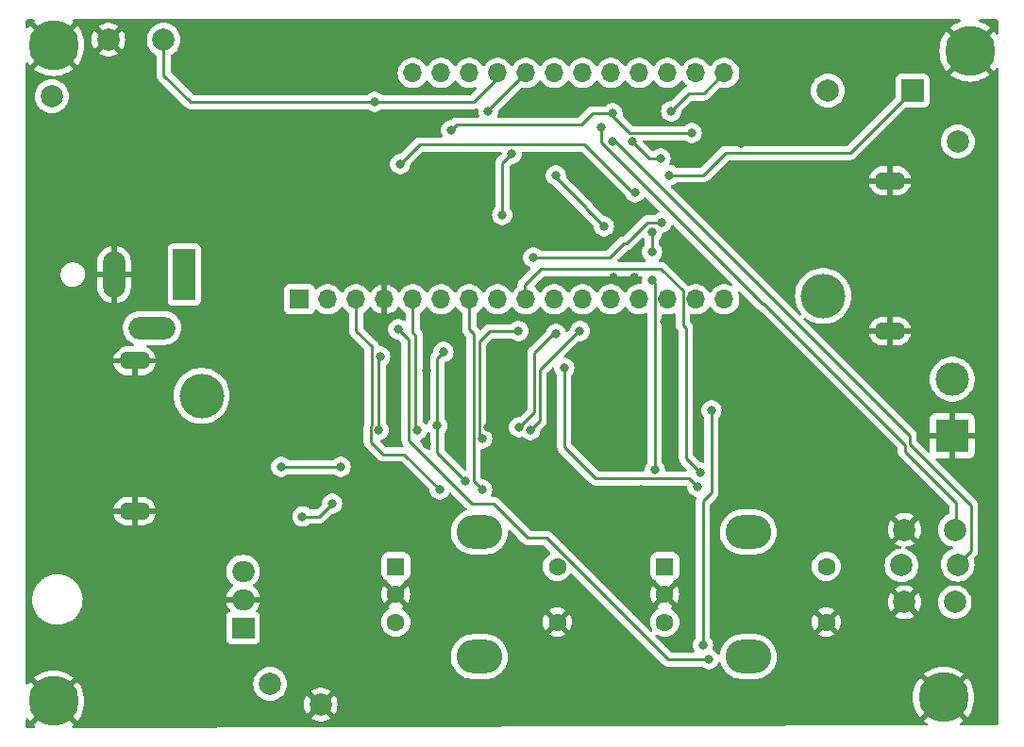
<source format=gbl>
%TF.GenerationSoftware,KiCad,Pcbnew,7.0.10-7.0.10~ubuntu22.04.1*%
%TF.CreationDate,2024-01-10T15:33:04-08:00*%
%TF.ProjectId,eFuse_voltmeter_r6,65467573-655f-4766-9f6c-746d65746572,rev?*%
%TF.SameCoordinates,Original*%
%TF.FileFunction,Copper,L2,Bot*%
%TF.FilePolarity,Positive*%
%FSLAX46Y46*%
G04 Gerber Fmt 4.6, Leading zero omitted, Abs format (unit mm)*
G04 Created by KiCad (PCBNEW 7.0.10-7.0.10~ubuntu22.04.1) date 2024-01-10 15:33:04*
%MOMM*%
%LPD*%
G01*
G04 APERTURE LIST*
G04 Aperture macros list*
%AMRoundRect*
0 Rectangle with rounded corners*
0 $1 Rounding radius*
0 $2 $3 $4 $5 $6 $7 $8 $9 X,Y pos of 4 corners*
0 Add a 4 corners polygon primitive as box body*
4,1,4,$2,$3,$4,$5,$6,$7,$8,$9,$2,$3,0*
0 Add four circle primitives for the rounded corners*
1,1,$1+$1,$2,$3*
1,1,$1+$1,$4,$5*
1,1,$1+$1,$6,$7*
1,1,$1+$1,$8,$9*
0 Add four rect primitives between the rounded corners*
20,1,$1+$1,$2,$3,$4,$5,0*
20,1,$1+$1,$4,$5,$6,$7,0*
20,1,$1+$1,$6,$7,$8,$9,0*
20,1,$1+$1,$8,$9,$2,$3,0*%
G04 Aperture macros list end*
%TA.AperFunction,ComponentPad*%
%ADD10C,4.500000*%
%TD*%
%TA.AperFunction,ComponentPad*%
%ADD11C,2.000000*%
%TD*%
%TA.AperFunction,ComponentPad*%
%ADD12C,4.000000*%
%TD*%
%TA.AperFunction,ComponentPad*%
%ADD13O,2.800000X1.600000*%
%TD*%
%TA.AperFunction,ComponentPad*%
%ADD14R,2.000000X4.600000*%
%TD*%
%TA.AperFunction,ComponentPad*%
%ADD15O,2.000000X4.200000*%
%TD*%
%TA.AperFunction,ComponentPad*%
%ADD16O,4.200000X2.000000*%
%TD*%
%TA.AperFunction,ComponentPad*%
%ADD17R,3.000000X3.000000*%
%TD*%
%TA.AperFunction,ComponentPad*%
%ADD18C,3.000000*%
%TD*%
%TA.AperFunction,ComponentPad*%
%ADD19R,2.000000X1.905000*%
%TD*%
%TA.AperFunction,ComponentPad*%
%ADD20O,2.000000X1.905000*%
%TD*%
%TA.AperFunction,ComponentPad*%
%ADD21R,1.700000X1.700000*%
%TD*%
%TA.AperFunction,ComponentPad*%
%ADD22O,1.700000X1.700000*%
%TD*%
%TA.AperFunction,ComponentPad*%
%ADD23R,2.000000X2.000000*%
%TD*%
%TA.AperFunction,ComponentPad*%
%ADD24RoundRect,0.250000X-0.550000X-0.550000X0.550000X-0.550000X0.550000X0.550000X-0.550000X0.550000X0*%
%TD*%
%TA.AperFunction,ComponentPad*%
%ADD25C,1.600000*%
%TD*%
%TA.AperFunction,ComponentPad*%
%ADD26O,4.100000X3.000000*%
%TD*%
%TA.AperFunction,ViaPad*%
%ADD27C,0.800000*%
%TD*%
%TA.AperFunction,Conductor*%
%ADD28C,0.250000*%
%TD*%
G04 APERTURE END LIST*
D10*
%TO.P,H4,1,1*%
%TO.N,GND*%
X84810600Y-125307400D03*
%TD*%
%TO.P,H2,1,1*%
%TO.N,GND*%
X84818200Y-66430200D03*
%TD*%
D11*
%TO.P,TP_Alert1,1,1*%
%TO.N,/INA228_ALR*%
X94691200Y-65922200D03*
%TD*%
D10*
%TO.P,H1,1,1*%
%TO.N,GND*%
X167028200Y-66938200D03*
%TD*%
D11*
%TO.P,PWR_OUT1,1,1*%
%TO.N,Net-(J3-Pin_2)*%
X165938200Y-75066200D03*
%TD*%
D12*
%TO.P,J2,1,Pin_1*%
%TO.N,GND*%
X98085305Y-105097016D03*
%TO.P,J2,2,Pin_2*%
%TO.N,Net-(D1-K)*%
X98085305Y-97897016D03*
D13*
%TO.P,J2,MP,MountPin*%
%TO.N,GND*%
X92085305Y-108247016D03*
X92085305Y-94747016D03*
%TD*%
D14*
%TO.P,J1,1*%
%TO.N,Net-(D1-K)*%
X96546200Y-87004200D03*
D15*
%TO.P,J1,2*%
%TO.N,GND*%
X90246200Y-87004200D03*
D16*
%TO.P,J1,3*%
%TO.N,N/C*%
X93646200Y-91804200D03*
%TD*%
D11*
%TO.P,TP_5V1,1,1*%
%TO.N,+5V*%
X104241600Y-123748800D03*
%TD*%
%TO.P,GND1,1,1*%
%TO.N,GND*%
X108788200Y-125612200D03*
%TD*%
D17*
%TO.P,J4,1,Pin_1*%
%TO.N,GND*%
X165430200Y-101482200D03*
D18*
%TO.P,J4,2,Pin_2*%
%TO.N,Net-(J3-Pin_2)*%
X165430200Y-96402200D03*
%TD*%
D10*
%TO.P,H3,1,1*%
%TO.N,GND*%
X164652105Y-124964816D03*
%TD*%
D19*
%TO.P,U3,1,VI*%
%TO.N,Net-(D4-K)*%
X101813000Y-118719600D03*
D20*
%TO.P,U3,2,GND*%
%TO.N,GND*%
X101813000Y-116179600D03*
%TO.P,U3,3,VO*%
%TO.N,+5V*%
X101813000Y-113639600D03*
%TD*%
D21*
%TO.P,U2,1,RESET*%
%TO.N,unconnected-(U2-RESET-Pad1)*%
X106878200Y-89238200D03*
D22*
%TO.P,U2,2,3V3*%
%TO.N,+3V3*%
X109418200Y-89238200D03*
%TO.P,U2,3,3V3*%
X111958200Y-89238200D03*
%TO.P,U2,4,GND*%
%TO.N,GND*%
X114498200Y-89238200D03*
%TO.P,U2,5,A0*%
%TO.N,/OV_ENC_A*%
X117038200Y-89238200D03*
%TO.P,U2,6,A1*%
%TO.N,/OV_ENC_B*%
X119578200Y-89238200D03*
%TO.P,U2,7,A2*%
%TO.N,/OV_ENC_SW*%
X122118200Y-89238200D03*
%TO.P,U2,8,A3*%
%TO.N,/BUZZER*%
X124658200Y-89238200D03*
%TO.P,U2,9,D24*%
%TO.N,/FET_DRV*%
X127198200Y-89238200D03*
%TO.P,U2,10,D25*%
%TO.N,/OC_ENC_SW*%
X129738200Y-89238200D03*
%TO.P,U2,11,SCK*%
%TO.N,unconnected-(U2-SCK-Pad11)*%
X132278200Y-89238200D03*
%TO.P,U2,12,MOSI*%
%TO.N,unconnected-(U2-MOSI-Pad12)*%
X134818200Y-89238200D03*
%TO.P,U2,13,MISO*%
%TO.N,unconnected-(U2-MISO-Pad13)*%
X137358200Y-89238200D03*
%TO.P,U2,14,RX*%
%TO.N,unconnected-(U2-RX-Pad14)*%
X139898200Y-89238200D03*
%TO.P,U2,15,TX*%
%TO.N,unconnected-(U2-TX-Pad15)*%
X142438200Y-89238200D03*
%TO.P,U2,16,D4*%
%TO.N,unconnected-(U2-D4-Pad16)*%
X144978200Y-89238200D03*
%TO.P,U2,17,SDA*%
%TO.N,/SDA*%
X144978200Y-68918200D03*
%TO.P,U2,18,SCL*%
%TO.N,/SCL*%
X142438200Y-68918200D03*
%TO.P,U2,19,D5*%
%TO.N,/OC_ENC_B*%
X139898200Y-68918200D03*
%TO.P,U2,20,D6*%
%TO.N,/OC_ENC_A*%
X137358200Y-68918200D03*
%TO.P,U2,21,D9*%
%TO.N,/OP_SW*%
X134818200Y-68918200D03*
%TO.P,U2,22,D10*%
%TO.N,/OUTPUT_LED*%
X132278200Y-68918200D03*
%TO.P,U2,23,D11*%
%TO.N,/OV_LED*%
X129738200Y-68918200D03*
%TO.P,U2,24,D12*%
%TO.N,/OC_LED*%
X127198200Y-68918200D03*
%TO.P,U2,25,D13*%
%TO.N,/INA228_ALR*%
X124658200Y-68918200D03*
%TO.P,U2,26,VBUS*%
%TO.N,/VBUS*%
X122118200Y-68918200D03*
%TO.P,U2,27,EN*%
%TO.N,unconnected-(U2-EN-Pad27)*%
X119578200Y-68918200D03*
%TO.P,U2,28,VBAT*%
%TO.N,unconnected-(U2-VBAT-Pad28)*%
X117038200Y-68918200D03*
%TD*%
D23*
%TO.P,BZ1,1,-*%
%TO.N,Net-(BZ1--)*%
X161864200Y-70494200D03*
D11*
%TO.P,BZ1,2,+*%
%TO.N,Net-(BZ1-+)*%
X154264200Y-70494200D03*
%TD*%
%TO.P,Vin1,1,1*%
%TO.N,Net-(D1-K)*%
X84658200Y-71002200D03*
%TD*%
%TO.P,GND2,1,1*%
%TO.N,GND*%
X89738200Y-65922200D03*
%TD*%
%TO.P,SW1,1,1*%
%TO.N,GND*%
X161148200Y-116416200D03*
X161148200Y-109916200D03*
%TO.P,SW1,2,2*%
%TO.N,/OUTPUT_LED*%
X165923400Y-113063400D03*
%TO.P,SW1,3,K*%
%TO.N,Net-(SW1-K)*%
X160894200Y-113114200D03*
%TO.P,SW1,4,A*%
%TO.N,/OP_SW*%
X165648200Y-116416200D03*
X165648200Y-109916200D03*
%TD*%
D24*
%TO.P,SW3,A,A*%
%TO.N,Net-(R28-Pad2)*%
X139638200Y-113206200D03*
D25*
%TO.P,SW3,B,B*%
%TO.N,Net-(R27-Pad2)*%
X139638200Y-118206200D03*
%TO.P,SW3,C,C*%
%TO.N,GND*%
X139638200Y-115706200D03*
%TO.P,SW3,S1,S1*%
%TO.N,Net-(R30-Pad2)*%
X154138200Y-113206200D03*
%TO.P,SW3,S2,S2*%
%TO.N,GND*%
X154138200Y-118206200D03*
D26*
%TO.P,SW3,SH*%
%TO.N,N/C*%
X147138200Y-110106200D03*
X147138200Y-121306200D03*
%TD*%
D12*
%TO.P,J3,1,Pin_1*%
%TO.N,GND*%
X153842200Y-81734200D03*
%TO.P,J3,2,Pin_2*%
%TO.N,Net-(J3-Pin_2)*%
X153842200Y-88934200D03*
D13*
%TO.P,J3,MP,MountPin*%
%TO.N,GND*%
X159842200Y-78584200D03*
X159842200Y-92084200D03*
%TD*%
D24*
%TO.P,SW2,A,A*%
%TO.N,Net-(R26-Pad2)*%
X115508200Y-113206200D03*
D25*
%TO.P,SW2,B,B*%
%TO.N,Net-(R25-Pad2)*%
X115508200Y-118206200D03*
%TO.P,SW2,C,C*%
%TO.N,GND*%
X115508200Y-115706200D03*
%TO.P,SW2,S1,S1*%
%TO.N,Net-(R29-Pad2)*%
X130008200Y-113206200D03*
%TO.P,SW2,S2,S2*%
%TO.N,GND*%
X130008200Y-118206200D03*
D26*
%TO.P,SW2,SH*%
%TO.N,N/C*%
X123008200Y-110106200D03*
X123008200Y-121306200D03*
%TD*%
D27*
%TO.N,GND*%
X85674200Y-104276200D03*
X94101533Y-118798200D03*
X146507200Y-75193200D03*
X131394200Y-107324200D03*
X92151532Y-115798200D03*
X90134867Y-117498200D03*
X103408200Y-93638200D03*
X136601200Y-85480200D03*
X84818200Y-97178200D03*
X148920200Y-85734200D03*
X118108200Y-85548200D03*
X113614200Y-104149200D03*
X90134867Y-118798200D03*
X86436200Y-83448200D03*
X111328200Y-95386200D03*
X116408200Y-104784200D03*
X167386000Y-92922400D03*
X142824200Y-94116200D03*
X113207800Y-86394600D03*
X156286200Y-79384200D03*
X90134867Y-120198200D03*
X150952200Y-121040200D03*
X86301533Y-112598200D03*
X88151534Y-117498200D03*
X128092200Y-103006200D03*
X88284866Y-114098200D03*
X109258200Y-92168200D03*
X125222000Y-93887600D03*
X126441200Y-107578200D03*
X117170200Y-87004200D03*
X85928200Y-77860200D03*
X92251532Y-114098200D03*
X142570200Y-91322200D03*
X152730200Y-104276200D03*
X111709200Y-80146200D03*
X90168199Y-115798200D03*
X165430200Y-85226200D03*
X123774200Y-100720200D03*
X119278400Y-86902600D03*
X113207800Y-91373000D03*
X106502200Y-95894200D03*
X159461200Y-124596200D03*
X107010200Y-92211200D03*
X147650200Y-104784200D03*
X84184868Y-118798200D03*
X120980200Y-114182200D03*
X143332200Y-80400200D03*
X167589200Y-105546200D03*
X90268199Y-112598200D03*
X141681200Y-115706200D03*
X135204200Y-97164200D03*
X156565600Y-100669400D03*
X99796600Y-111921600D03*
X137363200Y-91169800D03*
X102489000Y-89772800D03*
X109804200Y-84464200D03*
X120853200Y-95386200D03*
X92251532Y-112598200D03*
X133553200Y-106562200D03*
X94101533Y-117498200D03*
X96218200Y-114098200D03*
X110617000Y-91982600D03*
X152984200Y-85099200D03*
X113233200Y-106054200D03*
X90498200Y-83608200D03*
X102311200Y-91957200D03*
X133934200Y-118246200D03*
X123571000Y-91017400D03*
X114376200Y-91322200D03*
X96118200Y-115798200D03*
X88151534Y-120198200D03*
X160553400Y-104885800D03*
X136093200Y-91068200D03*
X103200200Y-80654200D03*
X150190200Y-114182200D03*
X106426000Y-87004200D03*
X134747000Y-91195200D03*
X123258200Y-79368200D03*
X95732600Y-108772000D03*
X153619200Y-100466200D03*
X114376200Y-87004200D03*
X165303200Y-81162200D03*
X151003000Y-107654400D03*
X126314200Y-113166200D03*
X97002600Y-101964800D03*
X96084868Y-117498200D03*
X127863600Y-92287400D03*
X134061200Y-111642200D03*
X141554200Y-110626200D03*
X88284866Y-112598200D03*
X126314200Y-95640200D03*
X101676200Y-93862200D03*
X142316200Y-87359800D03*
X120091200Y-92084200D03*
X136880600Y-87283600D03*
X132664200Y-77352200D03*
X92118200Y-118798200D03*
X94310200Y-101990200D03*
X118313200Y-91322200D03*
X102438200Y-87766200D03*
X132283200Y-94370200D03*
X91516200Y-103768200D03*
X123774200Y-103006200D03*
X146888200Y-91068200D03*
X132918200Y-95386200D03*
X105193200Y-116468200D03*
X99339400Y-85073800D03*
X118313200Y-102244200D03*
X113487200Y-79384200D03*
X110058200Y-100720200D03*
X151358600Y-102041000D03*
X137490200Y-106308200D03*
X131267200Y-105038200D03*
X149428200Y-83626000D03*
X135026400Y-87232800D03*
X134442200Y-92084200D03*
X84184868Y-120198200D03*
X86168201Y-118798200D03*
X94564200Y-94370200D03*
X115290600Y-95335400D03*
X134188200Y-123326200D03*
X94134865Y-115798200D03*
X99818200Y-116198200D03*
X86168201Y-120198200D03*
X168427400Y-102142600D03*
X135712200Y-81416200D03*
X118313200Y-95640200D03*
X104488200Y-79128200D03*
X96084868Y-120198200D03*
X96218200Y-112598200D03*
X88184866Y-115798200D03*
X132283200Y-83829200D03*
X126009400Y-90712600D03*
X105486200Y-94878200D03*
X94218200Y-86098200D03*
X85928200Y-88528200D03*
X139598400Y-91195200D03*
X117932200Y-118500200D03*
X168071800Y-99221600D03*
X94234865Y-112598200D03*
X149504400Y-87029600D03*
X94234865Y-114098200D03*
X83618200Y-122198200D03*
X159842200Y-88147200D03*
X167208200Y-71764200D03*
X92118200Y-120198200D03*
X141300200Y-86750200D03*
X109804200Y-118881200D03*
X130632200Y-109864200D03*
X91718200Y-106498200D03*
X146989800Y-90026800D03*
X88151534Y-118798200D03*
X156260800Y-83880000D03*
X96084868Y-118798200D03*
X92118200Y-117498200D03*
X110185200Y-94878200D03*
X106756200Y-83829200D03*
X117424200Y-115325200D03*
X90268199Y-114098200D03*
X125806200Y-83194200D03*
X128600200Y-116849200D03*
X94101533Y-120198200D03*
X147472400Y-84921400D03*
X127584200Y-120151200D03*
X129362200Y-81416200D03*
X121358200Y-82528200D03*
X146888200Y-99196200D03*
X157175200Y-102498200D03*
X93395800Y-87994800D03*
X164668200Y-72780200D03*
X84318200Y-112598200D03*
X102616000Y-84845200D03*
X126568200Y-105165200D03*
%TO.N,Net-(D1-A)*%
X107137200Y-108721200D03*
X109804200Y-107578200D03*
%TO.N,Net-(Q1-S)*%
X105232200Y-104276200D03*
X110566200Y-104276200D03*
%TO.N,/OV_LED*%
X143078200Y-120278200D03*
X129870200Y-78114200D03*
X143840200Y-99196200D03*
X134188200Y-82686200D03*
%TO.N,/OC_LED*%
X123808200Y-72318200D03*
X115721200Y-91905200D03*
X143586200Y-121548200D03*
%TO.N,Net-(Q4-B)*%
X127838200Y-85480200D03*
X139395200Y-82305200D03*
%TO.N,/FET_DRV*%
X142824200Y-104784200D03*
%TO.N,Net-(BZ1--)*%
X115900200Y-77098200D03*
X140059853Y-78084547D03*
X136982200Y-79638200D03*
%TO.N,+3V3*%
X142062200Y-74304200D03*
X120472200Y-74050200D03*
X134950200Y-72526200D03*
X119456200Y-106308200D03*
%TO.N,/OP_SW*%
X133934200Y-73796200D03*
%TO.N,/SCL*%
X132029200Y-92084200D03*
X127584200Y-100974200D03*
%TO.N,/SDA*%
X126568200Y-100720200D03*
X140220700Y-72335700D03*
X129870200Y-92338200D03*
%TO.N,/INA228_ALR*%
X113614200Y-71510200D03*
X126517400Y-92084200D03*
X123266200Y-101736200D03*
%TO.N,/OUTPUT_LED*%
X134950200Y-75066200D03*
%TO.N,/OV_ENC_SW*%
X123266200Y-106308200D03*
%TO.N,/OV_ENC_A*%
X117424200Y-100974200D03*
%TO.N,/OV_ENC_B*%
X114122200Y-94370200D03*
X113995200Y-100974200D03*
%TO.N,/OC_ENC_SW*%
X130632200Y-95386200D03*
X142570200Y-106054200D03*
%TO.N,/OC_ENC_A*%
X138506200Y-84972200D03*
X138506200Y-87512200D03*
X138506200Y-83194200D03*
X139268200Y-76590200D03*
X136728200Y-75066200D03*
X138760200Y-104530200D03*
%TO.N,/OC_ENC_B*%
X119238200Y-100588200D03*
X119780200Y-93962200D03*
X125918200Y-76168200D03*
X121742200Y-105546200D03*
X125054200Y-81660200D03*
%TD*%
D28*
%TO.N,Net-(D1-A)*%
X108661200Y-108721200D02*
X107137200Y-108721200D01*
X109804200Y-107578200D02*
X108661200Y-108721200D01*
%TO.N,Net-(Q1-S)*%
X105232200Y-104276200D02*
X110566200Y-104276200D01*
%TO.N,/OV_LED*%
X143078200Y-120278200D02*
X143078200Y-114436200D01*
X129738200Y-78140896D02*
X129711504Y-78114200D01*
X132615505Y-81018200D02*
X130552852Y-78955548D01*
X132615505Y-81113505D02*
X134188200Y-82686200D01*
X143078200Y-107324200D02*
X143078200Y-114436200D01*
X129711504Y-78114200D02*
X129870200Y-78114200D01*
X143840200Y-99196200D02*
X143840200Y-106562200D01*
X129870200Y-78114200D02*
X129870200Y-78272896D01*
X129870200Y-78272896D02*
X130552852Y-78955548D01*
X143840200Y-106562200D02*
X143078200Y-107324200D01*
X132615505Y-81018200D02*
X132615505Y-81113505D01*
%TO.N,/OC_LED*%
X129019191Y-110626200D02*
X127330200Y-110626200D01*
X115646200Y-91980200D02*
X115721200Y-91905200D01*
X127198200Y-68918200D02*
X123818200Y-72298200D01*
X116662200Y-92846200D02*
X115721200Y-91905200D01*
X143586200Y-121548200D02*
X139941191Y-121548200D01*
X116662200Y-101863200D02*
X116662200Y-92846200D01*
X123808200Y-72318200D02*
X123698200Y-72298200D01*
X115721200Y-91905200D02*
X115646200Y-91830200D01*
X124282200Y-107578200D02*
X122377200Y-107578200D01*
X139941191Y-121548200D02*
X129019191Y-110626200D01*
X127330200Y-110626200D02*
X124282200Y-107578200D01*
X123818200Y-72298200D02*
X123808200Y-72318200D01*
X122377200Y-107578200D02*
X116662200Y-101863200D01*
%TO.N,Net-(Q4-B)*%
X136220200Y-84210200D02*
X138125200Y-82305200D01*
X138125200Y-82305200D02*
X139395200Y-82305200D01*
X135966200Y-84210200D02*
X136220200Y-84210200D01*
X127838200Y-85480200D02*
X134696200Y-85480200D01*
X134696200Y-85480200D02*
X135966200Y-84210200D01*
%TO.N,/FET_DRV*%
X141263200Y-88473200D02*
X139286200Y-86496200D01*
X139286200Y-86496200D02*
X128538200Y-86496200D01*
X141263200Y-91539200D02*
X141263200Y-88473200D01*
X128538200Y-86496200D02*
X127076200Y-87958200D01*
X141554200Y-91830200D02*
X141263200Y-91539200D01*
X141554200Y-103514200D02*
X141554200Y-91830200D01*
X127076200Y-89116200D02*
X127198200Y-89238200D01*
X142824200Y-104784200D02*
X141554200Y-103514200D01*
X127076200Y-87958200D02*
X127076200Y-89116200D01*
%TO.N,Net-(BZ1--)*%
X132410200Y-75320200D02*
X136728200Y-79638200D01*
X115900200Y-77098200D02*
X117678200Y-75320200D01*
X143107853Y-78084547D02*
X145110200Y-76082200D01*
X117678200Y-75320200D02*
X132410200Y-75320200D01*
X156276200Y-76082200D02*
X161864200Y-70494200D01*
X140059853Y-78084547D02*
X143107853Y-78084547D01*
X136728200Y-79638200D02*
X136982200Y-79638200D01*
X145110200Y-76082200D02*
X156276200Y-76082200D01*
%TO.N,+3V3*%
X113270200Y-100673895D02*
X113270200Y-102036505D01*
X136474200Y-74304200D02*
X134950200Y-72780200D01*
X113360200Y-93451200D02*
X113360200Y-100583895D01*
X120472200Y-74050200D02*
X120980200Y-73542200D01*
X133172200Y-72526200D02*
X132156200Y-73542200D01*
X116281200Y-103133200D02*
X119456200Y-106308200D01*
X111958200Y-89238200D02*
X111958200Y-92049200D01*
X114366895Y-103133200D02*
X116281200Y-103133200D01*
X113270200Y-102036505D02*
X114366895Y-103133200D01*
X111958200Y-92049200D02*
X113360200Y-93451200D01*
X142062200Y-74304200D02*
X136474200Y-74304200D01*
X120980200Y-73542200D02*
X132156200Y-73542200D01*
X113360200Y-100583895D02*
X113270200Y-100673895D01*
X134950200Y-72526200D02*
X133172200Y-72526200D01*
X134950200Y-72780200D02*
X134950200Y-72526200D01*
%TO.N,/OP_SW*%
X148418200Y-89648200D02*
X148516200Y-89648200D01*
X148516200Y-89648200D02*
X161170200Y-102302200D01*
X133934200Y-73796200D02*
X133934200Y-75164200D01*
X161170200Y-102302200D02*
X161170200Y-102878701D01*
X133934200Y-75164200D02*
X148418200Y-89648200D01*
X165778200Y-107486701D02*
X165778200Y-109738200D01*
X161170200Y-102878701D02*
X165778200Y-107486701D01*
%TO.N,/SCL*%
X132029200Y-92084200D02*
X131902200Y-92084200D01*
X131902200Y-92084200D02*
X128415200Y-95571200D01*
X128415200Y-95571200D02*
X128415200Y-100143200D01*
X128415200Y-100143200D02*
X127584200Y-100974200D01*
%TO.N,/SDA*%
X141808200Y-70748200D02*
X143148200Y-70748200D01*
X127965200Y-93989200D02*
X129616200Y-92338200D01*
X140220700Y-72335700D02*
X141808200Y-70748200D01*
X129616200Y-92338200D02*
X129870200Y-92338200D01*
X127965200Y-99323200D02*
X127965200Y-93989200D01*
X143148200Y-70748200D02*
X144978200Y-68918200D01*
X126568200Y-100720200D02*
X127965200Y-99323200D01*
%TO.N,/INA228_ALR*%
X97104200Y-71510200D02*
X94691200Y-69097200D01*
X126517400Y-92084200D02*
X123926600Y-92084200D01*
X123012200Y-101482200D02*
X123266200Y-101736200D01*
X94691200Y-69097200D02*
X94691200Y-66303200D01*
X113614200Y-71510200D02*
X97104200Y-71510200D01*
X123926600Y-92084200D02*
X123012200Y-92998600D01*
X94691200Y-66303200D02*
X94056200Y-65668200D01*
X122504200Y-71510200D02*
X124658200Y-69356200D01*
X113614200Y-71510200D02*
X122504200Y-71510200D01*
X123012200Y-92998600D02*
X123012200Y-101482200D01*
X124658200Y-69356200D02*
X124658200Y-68918200D01*
%TO.N,/OUTPUT_LED*%
X161620200Y-102244200D02*
X161620200Y-101482200D01*
X166053400Y-112885400D02*
X167103200Y-111835600D01*
X167103200Y-111835600D02*
X167103200Y-107727200D01*
X167103200Y-107727200D02*
X161620200Y-102244200D01*
X135204200Y-75066200D02*
X134950200Y-75066200D01*
X135000200Y-75066200D02*
X134950200Y-75066200D01*
X161620200Y-101482200D02*
X135204200Y-75066200D01*
X134950200Y-75066200D02*
X134950200Y-75016200D01*
%TO.N,/OV_ENC_SW*%
X122118200Y-91952200D02*
X122118200Y-89238200D01*
X122504200Y-92338200D02*
X122118200Y-91952200D01*
X122504200Y-105546200D02*
X123266200Y-106308200D01*
X122504200Y-92338200D02*
X122504200Y-105546200D01*
%TO.N,/OV_ENC_A*%
X117297200Y-92465200D02*
X117038200Y-92206200D01*
X117297200Y-100847200D02*
X117297200Y-92465200D01*
X117038200Y-92206200D02*
X117038200Y-89238200D01*
X117424200Y-100974200D02*
X117297200Y-100847200D01*
%TO.N,/OV_ENC_B*%
X113995200Y-100974200D02*
X113995200Y-94497200D01*
X113995200Y-94497200D02*
X114122200Y-94370200D01*
%TO.N,/OC_ENC_SW*%
X130632200Y-95386200D02*
X130632200Y-102498200D01*
X129738200Y-89238200D02*
X129414200Y-89238200D01*
X130632200Y-102498200D02*
X133426200Y-105292200D01*
X141808200Y-105292200D02*
X142570200Y-106054200D01*
X130218200Y-89718200D02*
X129738200Y-89238200D01*
X133426200Y-105292200D02*
X141808200Y-105292200D01*
%TO.N,/OC_ENC_A*%
X136982200Y-69294200D02*
X137358200Y-68918200D01*
X136728200Y-75066200D02*
X138252200Y-76590200D01*
X138760200Y-89761901D02*
X138723200Y-89724901D01*
X138252200Y-76590200D02*
X139268200Y-76590200D01*
X138760200Y-104530200D02*
X138760200Y-89761901D01*
X138723200Y-89724901D02*
X138723200Y-87729200D01*
X138723200Y-87729200D02*
X138506200Y-87512200D01*
X138506200Y-84972200D02*
X138506200Y-83194200D01*
%TO.N,/OC_ENC_B*%
X119238200Y-94504200D02*
X119780200Y-93962200D01*
X119780200Y-93932200D02*
X119710200Y-93862200D01*
X125054200Y-77032200D02*
X125054200Y-80794200D01*
X125054200Y-81660200D02*
X125044200Y-81670200D01*
X125054200Y-81660200D02*
X125054200Y-80794200D01*
X121742200Y-105546200D02*
X119238200Y-103042200D01*
X125044200Y-81650200D02*
X125054200Y-81660200D01*
X119238200Y-100588200D02*
X119238200Y-94504200D01*
X119780200Y-93962200D02*
X119780200Y-93932200D01*
X125918200Y-76168200D02*
X125054200Y-77032200D01*
X119238200Y-103042200D02*
X119238200Y-100588200D01*
%TD*%
%TA.AperFunction,Conductor*%
%TO.N,GND*%
G36*
X83772490Y-126178478D02*
G01*
X83939522Y-126345510D01*
X84049226Y-126422325D01*
X83050015Y-127421536D01*
X83050015Y-127421537D01*
X83116751Y-127473821D01*
X83157384Y-127530661D01*
X83160836Y-127600445D01*
X83126012Y-127661018D01*
X83063968Y-127693148D01*
X83040583Y-127695432D01*
X82443005Y-127696900D01*
X82375917Y-127677380D01*
X82330033Y-127624688D01*
X82318700Y-127572900D01*
X82318700Y-126945035D01*
X82338385Y-126877996D01*
X82391189Y-126832241D01*
X82460347Y-126822297D01*
X82523903Y-126851322D01*
X82540488Y-126869843D01*
X82540947Y-126869484D01*
X82696462Y-127067983D01*
X83695673Y-126068772D01*
X83772490Y-126178478D01*
G37*
%TD.AperFunction*%
%TA.AperFunction,Conductor*%
G36*
X136170105Y-89911715D02*
G01*
X136192004Y-89936987D01*
X136282478Y-90075468D01*
X136282483Y-90075473D01*
X136282484Y-90075476D01*
X136434956Y-90241102D01*
X136434961Y-90241107D01*
X136480183Y-90276305D01*
X136612624Y-90379389D01*
X136612625Y-90379389D01*
X136612627Y-90379391D01*
X136724699Y-90440041D01*
X136810626Y-90486542D01*
X137023565Y-90559644D01*
X137245631Y-90596700D01*
X137470769Y-90596700D01*
X137692835Y-90559644D01*
X137905774Y-90486542D01*
X137943683Y-90466027D01*
X138012011Y-90451432D01*
X138077383Y-90476095D01*
X138119044Y-90532185D01*
X138126700Y-90575082D01*
X138126700Y-103828441D01*
X138107015Y-103895480D01*
X138094850Y-103911413D01*
X138021163Y-103993250D01*
X138021158Y-103993257D01*
X137925673Y-104158643D01*
X137925670Y-104158650D01*
X137887476Y-104276200D01*
X137866658Y-104340272D01*
X137846696Y-104530200D01*
X137846696Y-104530203D01*
X137846696Y-104534700D01*
X137827011Y-104601739D01*
X137774207Y-104647494D01*
X137722696Y-104658700D01*
X133739966Y-104658700D01*
X133672927Y-104639015D01*
X133652285Y-104622381D01*
X131302019Y-102272114D01*
X131268534Y-102210791D01*
X131265700Y-102184433D01*
X131265700Y-96087956D01*
X131285385Y-96020917D01*
X131297546Y-96004988D01*
X131371240Y-95923144D01*
X131466727Y-95757756D01*
X131525742Y-95576128D01*
X131545704Y-95386200D01*
X131525742Y-95196272D01*
X131466727Y-95014644D01*
X131371240Y-94849256D01*
X131243453Y-94707334D01*
X131088952Y-94595082D01*
X130914488Y-94517406D01*
X130914486Y-94517405D01*
X130727687Y-94477700D01*
X130703965Y-94477700D01*
X130636926Y-94458015D01*
X130591171Y-94405211D01*
X130581227Y-94336053D01*
X130610252Y-94272497D01*
X130616284Y-94266019D01*
X131853284Y-93029019D01*
X131914607Y-92995534D01*
X131940965Y-92992700D01*
X132124687Y-92992700D01*
X132311488Y-92952994D01*
X132485952Y-92875318D01*
X132640453Y-92763066D01*
X132768240Y-92621144D01*
X132863727Y-92455756D01*
X132922742Y-92274128D01*
X132942704Y-92084200D01*
X132922742Y-91894272D01*
X132863727Y-91712644D01*
X132768240Y-91547256D01*
X132640453Y-91405334D01*
X132485952Y-91293082D01*
X132311488Y-91215406D01*
X132311486Y-91215405D01*
X132124687Y-91175700D01*
X131933713Y-91175700D01*
X131746914Y-91215405D01*
X131746912Y-91215406D01*
X131609030Y-91276795D01*
X131572446Y-91293083D01*
X131417945Y-91405335D01*
X131290159Y-91547257D01*
X131194673Y-91712643D01*
X131194670Y-91712650D01*
X131135659Y-91894267D01*
X131135657Y-91894276D01*
X131133133Y-91918286D01*
X131106546Y-91982899D01*
X131097494Y-91993001D01*
X130950594Y-92139900D01*
X130889271Y-92173384D01*
X130819579Y-92168400D01*
X130763646Y-92126528D01*
X130744982Y-92090536D01*
X130742923Y-92084200D01*
X130722568Y-92021551D01*
X130704729Y-91966649D01*
X130704726Y-91966643D01*
X130609240Y-91801256D01*
X130489311Y-91668061D01*
X130481454Y-91659335D01*
X130478753Y-91657372D01*
X130326952Y-91547082D01*
X130152488Y-91469406D01*
X130152486Y-91469405D01*
X129965687Y-91429700D01*
X129774713Y-91429700D01*
X129587914Y-91469405D01*
X129523286Y-91498179D01*
X129443631Y-91533644D01*
X129413446Y-91547083D01*
X129258945Y-91659335D01*
X129131159Y-91801257D01*
X129035673Y-91966643D01*
X129035669Y-91966653D01*
X129017831Y-92021551D01*
X128987582Y-92070912D01*
X127576379Y-93482114D01*
X127564020Y-93492018D01*
X127564193Y-93492227D01*
X127558182Y-93497200D01*
X127511537Y-93546870D01*
X127508832Y-93549661D01*
X127489073Y-93569421D01*
X127489058Y-93569438D01*
X127486517Y-93572713D01*
X127478953Y-93581567D01*
X127448620Y-93613871D01*
X127448612Y-93613881D01*
X127438779Y-93631767D01*
X127428103Y-93648020D01*
X127415586Y-93664157D01*
X127415585Y-93664160D01*
X127397985Y-93704829D01*
X127392848Y-93715315D01*
X127371503Y-93754141D01*
X127371503Y-93754142D01*
X127366425Y-93773920D01*
X127360125Y-93792322D01*
X127352018Y-93811057D01*
X127345088Y-93854809D01*
X127342720Y-93866245D01*
X127331700Y-93909165D01*
X127331700Y-93929584D01*
X127330173Y-93948983D01*
X127326980Y-93969141D01*
X127326980Y-93969142D01*
X127331150Y-94013257D01*
X127331700Y-94024926D01*
X127331700Y-99009433D01*
X127312015Y-99076472D01*
X127295381Y-99097114D01*
X126617114Y-99775381D01*
X126555791Y-99808866D01*
X126529433Y-99811700D01*
X126472713Y-99811700D01*
X126285914Y-99851405D01*
X126285912Y-99851406D01*
X126181359Y-99897956D01*
X126111446Y-99929083D01*
X125956945Y-100041335D01*
X125829159Y-100183257D01*
X125733673Y-100348643D01*
X125733670Y-100348650D01*
X125678476Y-100518521D01*
X125674658Y-100530272D01*
X125654696Y-100720200D01*
X125674658Y-100910128D01*
X125674659Y-100910131D01*
X125733670Y-101091749D01*
X125733673Y-101091756D01*
X125829160Y-101257144D01*
X125956947Y-101399066D01*
X126111448Y-101511318D01*
X126285912Y-101588994D01*
X126472713Y-101628700D01*
X126663686Y-101628700D01*
X126663687Y-101628700D01*
X126834825Y-101592323D01*
X126904491Y-101597639D01*
X126952755Y-101630640D01*
X126972947Y-101653066D01*
X127127448Y-101765318D01*
X127301912Y-101842994D01*
X127488713Y-101882700D01*
X127679687Y-101882700D01*
X127866488Y-101842994D01*
X128040952Y-101765318D01*
X128195453Y-101653066D01*
X128323240Y-101511144D01*
X128418727Y-101345756D01*
X128477742Y-101164128D01*
X128495181Y-100998197D01*
X128521764Y-100933587D01*
X128530811Y-100923491D01*
X128804015Y-100650287D01*
X128816380Y-100640383D01*
X128816206Y-100640173D01*
X128822209Y-100635205D01*
X128822218Y-100635200D01*
X128868877Y-100585511D01*
X128871556Y-100582746D01*
X128891334Y-100562970D01*
X128893860Y-100559712D01*
X128901446Y-100550829D01*
X128931786Y-100518521D01*
X128941623Y-100500624D01*
X128952297Y-100484374D01*
X128964813Y-100468241D01*
X128982407Y-100427580D01*
X128987541Y-100417100D01*
X129008895Y-100378260D01*
X129013974Y-100358474D01*
X129020272Y-100340082D01*
X129028381Y-100321345D01*
X129035312Y-100277575D01*
X129037676Y-100266162D01*
X129048700Y-100223230D01*
X129048700Y-100202809D01*
X129050227Y-100183409D01*
X129050252Y-100183256D01*
X129053419Y-100163257D01*
X129049250Y-100119149D01*
X129048700Y-100107481D01*
X129048700Y-95884965D01*
X129068385Y-95817926D01*
X129085015Y-95797288D01*
X129513700Y-95368602D01*
X129575021Y-95335119D01*
X129644712Y-95340103D01*
X129700646Y-95381974D01*
X129724699Y-95443322D01*
X129738658Y-95576128D01*
X129738659Y-95576131D01*
X129797670Y-95757749D01*
X129797673Y-95757756D01*
X129856153Y-95859047D01*
X129893160Y-95923144D01*
X129966849Y-96004984D01*
X129997080Y-96067975D01*
X129998700Y-96087956D01*
X129998700Y-102414566D01*
X129996961Y-102430313D01*
X129997232Y-102430339D01*
X129996498Y-102438105D01*
X129996498Y-102438108D01*
X129996498Y-102438109D01*
X129997614Y-102473612D01*
X129998639Y-102506216D01*
X129998700Y-102510112D01*
X129998700Y-102538059D01*
X129999218Y-102542158D01*
X130000134Y-102553798D01*
X130001526Y-102598087D01*
X130007222Y-102617691D01*
X130011167Y-102636741D01*
X130013725Y-102656993D01*
X130013728Y-102657004D01*
X130030038Y-102698200D01*
X130033821Y-102709249D01*
X130046181Y-102751792D01*
X130056572Y-102769362D01*
X130065132Y-102786835D01*
X130072647Y-102805817D01*
X130098691Y-102841663D01*
X130105105Y-102851427D01*
X130127658Y-102889562D01*
X130127662Y-102889566D01*
X130142089Y-102903993D01*
X130154726Y-102918788D01*
X130166728Y-102935307D01*
X130199407Y-102962342D01*
X130200868Y-102963550D01*
X130209509Y-102971413D01*
X132919110Y-105681014D01*
X132929016Y-105693378D01*
X132929226Y-105693205D01*
X132934197Y-105699213D01*
X132934200Y-105699218D01*
X132983902Y-105745890D01*
X132986666Y-105748570D01*
X133006424Y-105768329D01*
X133006428Y-105768332D01*
X133006431Y-105768335D01*
X133009699Y-105770870D01*
X133018579Y-105778454D01*
X133050878Y-105808785D01*
X133050881Y-105808787D01*
X133068763Y-105818617D01*
X133085030Y-105829302D01*
X133101159Y-105841814D01*
X133141825Y-105859410D01*
X133152304Y-105864544D01*
X133191140Y-105885895D01*
X133210916Y-105890972D01*
X133229323Y-105897274D01*
X133248055Y-105905381D01*
X133291830Y-105912313D01*
X133303245Y-105914678D01*
X133346170Y-105925700D01*
X133366584Y-105925700D01*
X133385983Y-105927227D01*
X133406143Y-105930420D01*
X133450257Y-105926250D01*
X133461926Y-105925700D01*
X141494433Y-105925700D01*
X141561472Y-105945385D01*
X141582114Y-105962019D01*
X141623579Y-106003484D01*
X141657064Y-106064807D01*
X141659218Y-106078199D01*
X141676658Y-106244128D01*
X141676659Y-106244131D01*
X141735670Y-106425749D01*
X141735673Y-106425756D01*
X141831160Y-106591144D01*
X141958947Y-106733066D01*
X142113448Y-106845318D01*
X142287912Y-106922994D01*
X142287914Y-106922994D01*
X142287915Y-106922995D01*
X142347581Y-106935677D01*
X142388300Y-106944332D01*
X142449782Y-106977524D01*
X142483559Y-107038687D01*
X142482625Y-107096456D01*
X142479427Y-107108913D01*
X142473125Y-107127322D01*
X142465018Y-107146057D01*
X142458088Y-107189809D01*
X142455720Y-107201245D01*
X142444700Y-107244165D01*
X142444700Y-107264584D01*
X142443173Y-107283983D01*
X142439980Y-107304141D01*
X142439980Y-107304142D01*
X142444150Y-107348257D01*
X142444700Y-107359926D01*
X142444700Y-119576441D01*
X142425015Y-119643480D01*
X142412850Y-119659413D01*
X142339163Y-119741250D01*
X142339158Y-119741257D01*
X142243673Y-119906643D01*
X142243670Y-119906650D01*
X142191693Y-120066620D01*
X142184658Y-120088272D01*
X142164696Y-120278200D01*
X142184658Y-120468128D01*
X142184659Y-120468131D01*
X142243670Y-120649749D01*
X142243672Y-120649753D01*
X142243673Y-120649756D01*
X142263457Y-120684022D01*
X142289252Y-120728701D01*
X142305724Y-120796601D01*
X142282871Y-120862628D01*
X142227949Y-120905818D01*
X142181864Y-120914700D01*
X140254957Y-120914700D01*
X140187918Y-120895015D01*
X140167276Y-120878381D01*
X138820069Y-119531174D01*
X138786584Y-119469851D01*
X138791568Y-119400159D01*
X138833440Y-119344226D01*
X138898904Y-119319809D01*
X138967177Y-119334661D01*
X138978871Y-119341916D01*
X138981451Y-119343723D01*
X139039495Y-119370789D01*
X139188950Y-119440481D01*
X139188952Y-119440481D01*
X139188957Y-119440484D01*
X139410113Y-119499743D01*
X139573032Y-119513996D01*
X139638198Y-119519698D01*
X139638200Y-119519698D01*
X139638202Y-119519698D01*
X139695221Y-119514709D01*
X139866287Y-119499743D01*
X140087443Y-119440484D01*
X140294949Y-119343723D01*
X140482500Y-119212398D01*
X140644398Y-119050500D01*
X140775723Y-118862949D01*
X140872484Y-118655443D01*
X140931743Y-118434287D01*
X140951698Y-118206200D01*
X140931743Y-117978113D01*
X140872484Y-117756957D01*
X140870735Y-117753207D01*
X140823771Y-117652492D01*
X140775723Y-117549451D01*
X140644398Y-117361900D01*
X140482500Y-117200002D01*
X140294949Y-117068677D01*
X140284688Y-117063892D01*
X140232250Y-117017721D01*
X140213098Y-116950527D01*
X140233314Y-116883646D01*
X140284691Y-116839128D01*
X140290680Y-116836335D01*
X140363671Y-116785224D01*
X139770733Y-116192286D01*
X139780515Y-116190880D01*
X139911300Y-116131152D01*
X140019961Y-116036998D01*
X140097693Y-115916044D01*
X140121276Y-115835723D01*
X140717224Y-116431671D01*
X140768336Y-116358678D01*
X140864464Y-116152531D01*
X140864469Y-116152517D01*
X140923339Y-115932810D01*
X140923341Y-115932799D01*
X140943166Y-115706202D01*
X140943166Y-115706197D01*
X140923341Y-115479600D01*
X140923339Y-115479589D01*
X140864469Y-115259882D01*
X140864464Y-115259868D01*
X140768336Y-115053721D01*
X140768332Y-115053713D01*
X140717225Y-114980726D01*
X140121276Y-115576675D01*
X140097693Y-115496356D01*
X140019961Y-115375402D01*
X139911300Y-115281248D01*
X139780515Y-115221520D01*
X139770733Y-115220113D01*
X140363672Y-114627174D01*
X140361159Y-114598451D01*
X140374925Y-114529951D01*
X140423540Y-114479768D01*
X140445678Y-114469939D01*
X140510938Y-114448315D01*
X140661852Y-114355230D01*
X140787230Y-114229852D01*
X140880315Y-114078938D01*
X140936087Y-113910626D01*
X140946700Y-113806745D01*
X140946699Y-112605656D01*
X140936087Y-112501774D01*
X140880315Y-112333462D01*
X140787230Y-112182548D01*
X140661852Y-112057170D01*
X140566218Y-111998182D01*
X140510940Y-111964086D01*
X140510935Y-111964084D01*
X140342627Y-111908313D01*
X140238745Y-111897700D01*
X139037662Y-111897700D01*
X139037646Y-111897701D01*
X138933772Y-111908313D01*
X138765464Y-111964084D01*
X138765459Y-111964086D01*
X138614546Y-112057171D01*
X138489171Y-112182546D01*
X138396086Y-112333459D01*
X138396084Y-112333464D01*
X138340313Y-112501772D01*
X138329700Y-112605647D01*
X138329700Y-113806737D01*
X138329701Y-113806753D01*
X138340313Y-113910627D01*
X138396084Y-114078935D01*
X138396086Y-114078940D01*
X138424799Y-114125491D01*
X138489170Y-114229852D01*
X138614548Y-114355230D01*
X138765462Y-114448315D01*
X138830715Y-114469937D01*
X138888160Y-114509709D01*
X138914983Y-114574225D01*
X138915239Y-114598450D01*
X138912726Y-114627174D01*
X139505666Y-115220113D01*
X139495885Y-115221520D01*
X139365100Y-115281248D01*
X139256439Y-115375402D01*
X139178707Y-115496356D01*
X139155123Y-115576675D01*
X138559174Y-114980726D01*
X138559173Y-114980726D01*
X138508068Y-115053712D01*
X138508066Y-115053716D01*
X138411934Y-115259873D01*
X138411930Y-115259882D01*
X138353060Y-115479589D01*
X138353058Y-115479600D01*
X138333234Y-115706197D01*
X138333234Y-115706202D01*
X138353058Y-115932799D01*
X138353060Y-115932810D01*
X138411930Y-116152517D01*
X138411935Y-116152531D01*
X138508063Y-116358678D01*
X138559174Y-116431672D01*
X139155123Y-115835723D01*
X139178707Y-115916044D01*
X139256439Y-116036998D01*
X139365100Y-116131152D01*
X139495885Y-116190880D01*
X139505666Y-116192286D01*
X138912726Y-116785225D01*
X138985713Y-116836332D01*
X138985718Y-116836335D01*
X138991712Y-116839130D01*
X139044150Y-116885303D01*
X139063301Y-116952497D01*
X139043084Y-117019378D01*
X138991712Y-117063892D01*
X138981452Y-117068676D01*
X138955610Y-117086771D01*
X138793900Y-117200002D01*
X138793898Y-117200003D01*
X138793895Y-117200006D01*
X138632006Y-117361895D01*
X138632003Y-117361898D01*
X138632002Y-117361900D01*
X138607015Y-117397585D01*
X138500676Y-117549452D01*
X138500675Y-117549454D01*
X138403918Y-117756950D01*
X138403914Y-117756961D01*
X138344657Y-117978110D01*
X138344656Y-117978118D01*
X138324702Y-118206198D01*
X138324702Y-118206201D01*
X138344656Y-118434281D01*
X138344657Y-118434289D01*
X138403914Y-118655438D01*
X138403918Y-118655449D01*
X138500675Y-118862945D01*
X138500678Y-118862951D01*
X138502482Y-118865527D01*
X138502926Y-118866845D01*
X138503386Y-118867641D01*
X138503226Y-118867733D01*
X138524809Y-118931733D01*
X138507797Y-118999501D01*
X138456848Y-119047313D01*
X138388138Y-119059990D01*
X138323482Y-119033507D01*
X138313225Y-119024330D01*
X134847852Y-115558957D01*
X129526279Y-110237383D01*
X129516378Y-110225023D01*
X129516168Y-110225198D01*
X129511192Y-110219184D01*
X129511191Y-110219182D01*
X129461506Y-110172525D01*
X129458741Y-110169845D01*
X129438957Y-110150061D01*
X129435695Y-110147531D01*
X129426810Y-110139943D01*
X129394512Y-110109614D01*
X129394510Y-110109612D01*
X129376622Y-110099778D01*
X129360361Y-110089097D01*
X129344230Y-110076584D01*
X129303566Y-110058988D01*
X129293076Y-110053849D01*
X129254251Y-110032505D01*
X129254247Y-110032504D01*
X129234478Y-110027428D01*
X129216072Y-110021126D01*
X129197335Y-110013018D01*
X129197336Y-110013018D01*
X129153574Y-110006087D01*
X129142138Y-110003719D01*
X129127384Y-109999931D01*
X129099223Y-109992700D01*
X129099221Y-109992700D01*
X129078807Y-109992700D01*
X129059408Y-109991173D01*
X129039249Y-109987980D01*
X129039248Y-109987980D01*
X128995134Y-109992150D01*
X128983465Y-109992700D01*
X127643966Y-109992700D01*
X127576927Y-109973015D01*
X127556285Y-109956381D01*
X126174561Y-108574657D01*
X124789288Y-107189383D01*
X124779387Y-107177023D01*
X124779177Y-107177198D01*
X124774201Y-107171184D01*
X124774200Y-107171182D01*
X124724515Y-107124525D01*
X124721750Y-107121845D01*
X124701966Y-107102061D01*
X124698704Y-107099531D01*
X124689819Y-107091943D01*
X124657521Y-107061614D01*
X124657519Y-107061612D01*
X124639631Y-107051778D01*
X124623370Y-107041097D01*
X124607239Y-107028584D01*
X124566575Y-107010988D01*
X124556085Y-107005849D01*
X124517260Y-106984505D01*
X124517256Y-106984504D01*
X124497487Y-106979428D01*
X124479081Y-106973126D01*
X124460344Y-106965018D01*
X124460345Y-106965018D01*
X124416583Y-106958087D01*
X124405147Y-106955719D01*
X124390393Y-106951931D01*
X124362232Y-106944700D01*
X124362230Y-106944700D01*
X124341816Y-106944700D01*
X124322417Y-106943173D01*
X124302258Y-106939980D01*
X124302257Y-106939980D01*
X124258143Y-106944150D01*
X124246474Y-106944700D01*
X124162536Y-106944700D01*
X124095497Y-106925015D01*
X124049742Y-106872211D01*
X124039798Y-106803053D01*
X124055148Y-106758701D01*
X124055395Y-106758272D01*
X124100727Y-106679756D01*
X124159742Y-106498128D01*
X124179704Y-106308200D01*
X124159742Y-106118272D01*
X124100727Y-105936644D01*
X124005240Y-105771256D01*
X123877453Y-105629334D01*
X123722952Y-105517082D01*
X123548488Y-105439406D01*
X123548486Y-105439405D01*
X123361687Y-105399700D01*
X123304967Y-105399700D01*
X123237928Y-105380015D01*
X123217286Y-105363381D01*
X123174019Y-105320114D01*
X123140534Y-105258791D01*
X123137700Y-105232433D01*
X123137700Y-102768700D01*
X123157385Y-102701661D01*
X123210189Y-102655906D01*
X123261700Y-102644700D01*
X123361687Y-102644700D01*
X123548488Y-102604994D01*
X123722952Y-102527318D01*
X123877453Y-102415066D01*
X124005240Y-102273144D01*
X124100727Y-102107756D01*
X124159742Y-101926128D01*
X124179704Y-101736200D01*
X124159742Y-101546272D01*
X124100727Y-101364644D01*
X124005240Y-101199256D01*
X123877453Y-101057334D01*
X123722952Y-100945082D01*
X123722950Y-100945081D01*
X123719254Y-100943435D01*
X123717466Y-100941915D01*
X123717329Y-100941836D01*
X123717343Y-100941810D01*
X123666021Y-100898179D01*
X123645706Y-100831328D01*
X123645700Y-100830160D01*
X123645700Y-93312366D01*
X123665385Y-93245327D01*
X123682019Y-93224685D01*
X124152686Y-92754019D01*
X124214009Y-92720534D01*
X124240367Y-92717700D01*
X125810091Y-92717700D01*
X125877130Y-92737385D01*
X125902240Y-92758727D01*
X125906147Y-92763066D01*
X126060648Y-92875318D01*
X126235112Y-92952994D01*
X126421913Y-92992700D01*
X126612887Y-92992700D01*
X126799688Y-92952994D01*
X126974152Y-92875318D01*
X127128653Y-92763066D01*
X127256440Y-92621144D01*
X127351927Y-92455756D01*
X127410942Y-92274128D01*
X127430904Y-92084200D01*
X127410942Y-91894272D01*
X127351927Y-91712644D01*
X127256440Y-91547256D01*
X127128653Y-91405334D01*
X126974152Y-91293082D01*
X126799688Y-91215406D01*
X126799686Y-91215405D01*
X126612887Y-91175700D01*
X126421913Y-91175700D01*
X126235114Y-91215405D01*
X126235112Y-91215406D01*
X126097230Y-91276795D01*
X126060646Y-91293083D01*
X125906145Y-91405335D01*
X125902240Y-91409673D01*
X125842754Y-91446321D01*
X125810091Y-91450700D01*
X124010231Y-91450700D01*
X123994479Y-91448960D01*
X123994454Y-91449232D01*
X123986692Y-91448498D01*
X123986691Y-91448498D01*
X123963337Y-91449232D01*
X123918569Y-91450639D01*
X123914674Y-91450700D01*
X123886744Y-91450700D01*
X123886741Y-91450700D01*
X123886725Y-91450701D01*
X123882632Y-91451218D01*
X123871004Y-91452133D01*
X123826713Y-91453525D01*
X123826707Y-91453526D01*
X123807100Y-91459222D01*
X123788061Y-91463165D01*
X123767811Y-91465724D01*
X123767805Y-91465725D01*
X123767803Y-91465726D01*
X123758882Y-91469258D01*
X123726606Y-91482036D01*
X123715560Y-91485817D01*
X123673013Y-91498179D01*
X123673007Y-91498181D01*
X123655433Y-91508574D01*
X123637972Y-91517128D01*
X123618986Y-91524646D01*
X123618985Y-91524646D01*
X123583135Y-91550692D01*
X123573376Y-91557102D01*
X123535237Y-91579657D01*
X123520801Y-91594094D01*
X123506015Y-91606723D01*
X123489493Y-91618728D01*
X123489491Y-91618729D01*
X123489491Y-91618730D01*
X123489488Y-91618733D01*
X123461242Y-91652874D01*
X123453383Y-91661511D01*
X123176080Y-91938813D01*
X123114757Y-91972298D01*
X123045065Y-91967314D01*
X123000718Y-91938813D01*
X122994306Y-91932401D01*
X122981669Y-91917606D01*
X122969672Y-91901093D01*
X122958807Y-91892105D01*
X122935536Y-91872853D01*
X122926896Y-91864991D01*
X122788019Y-91726114D01*
X122754534Y-91664791D01*
X122751700Y-91638433D01*
X122751700Y-90513929D01*
X122771385Y-90446890D01*
X122816684Y-90404874D01*
X122863766Y-90379395D01*
X122863772Y-90379391D01*
X122863776Y-90379389D01*
X123041440Y-90241106D01*
X123162794Y-90109282D01*
X123193915Y-90075476D01*
X123193915Y-90075475D01*
X123193922Y-90075468D01*
X123284393Y-89936990D01*
X123337538Y-89891637D01*
X123406769Y-89882213D01*
X123470105Y-89911715D01*
X123492004Y-89936987D01*
X123582478Y-90075468D01*
X123582483Y-90075473D01*
X123582484Y-90075476D01*
X123734956Y-90241102D01*
X123734961Y-90241107D01*
X123780183Y-90276305D01*
X123912624Y-90379389D01*
X123912625Y-90379389D01*
X123912627Y-90379391D01*
X124024699Y-90440041D01*
X124110626Y-90486542D01*
X124323565Y-90559644D01*
X124545631Y-90596700D01*
X124770769Y-90596700D01*
X124992835Y-90559644D01*
X125205774Y-90486542D01*
X125403776Y-90379389D01*
X125581440Y-90241106D01*
X125702794Y-90109282D01*
X125733915Y-90075476D01*
X125733915Y-90075475D01*
X125733922Y-90075468D01*
X125824393Y-89936990D01*
X125877538Y-89891637D01*
X125946769Y-89882213D01*
X126010105Y-89911715D01*
X126032004Y-89936987D01*
X126122478Y-90075468D01*
X126122483Y-90075473D01*
X126122484Y-90075476D01*
X126274956Y-90241102D01*
X126274961Y-90241107D01*
X126320183Y-90276305D01*
X126452624Y-90379389D01*
X126452625Y-90379389D01*
X126452627Y-90379391D01*
X126564699Y-90440041D01*
X126650626Y-90486542D01*
X126863565Y-90559644D01*
X127085631Y-90596700D01*
X127310769Y-90596700D01*
X127532835Y-90559644D01*
X127745774Y-90486542D01*
X127943776Y-90379389D01*
X128121440Y-90241106D01*
X128242794Y-90109282D01*
X128273915Y-90075476D01*
X128273915Y-90075475D01*
X128273922Y-90075468D01*
X128364393Y-89936990D01*
X128417538Y-89891637D01*
X128486769Y-89882213D01*
X128550105Y-89911715D01*
X128572004Y-89936987D01*
X128662478Y-90075468D01*
X128662483Y-90075473D01*
X128662484Y-90075476D01*
X128814956Y-90241102D01*
X128814961Y-90241107D01*
X128860183Y-90276305D01*
X128992624Y-90379389D01*
X128992625Y-90379389D01*
X128992627Y-90379391D01*
X129104699Y-90440041D01*
X129190626Y-90486542D01*
X129403565Y-90559644D01*
X129625631Y-90596700D01*
X129850769Y-90596700D01*
X130072835Y-90559644D01*
X130285774Y-90486542D01*
X130483776Y-90379389D01*
X130661440Y-90241106D01*
X130782794Y-90109282D01*
X130813915Y-90075476D01*
X130813915Y-90075475D01*
X130813922Y-90075468D01*
X130904393Y-89936990D01*
X130957538Y-89891637D01*
X131026769Y-89882213D01*
X131090105Y-89911715D01*
X131112004Y-89936987D01*
X131202478Y-90075468D01*
X131202483Y-90075473D01*
X131202484Y-90075476D01*
X131354956Y-90241102D01*
X131354961Y-90241107D01*
X131400183Y-90276305D01*
X131532624Y-90379389D01*
X131532625Y-90379389D01*
X131532627Y-90379391D01*
X131644699Y-90440041D01*
X131730626Y-90486542D01*
X131943565Y-90559644D01*
X132165631Y-90596700D01*
X132390769Y-90596700D01*
X132612835Y-90559644D01*
X132825774Y-90486542D01*
X133023776Y-90379389D01*
X133201440Y-90241106D01*
X133322794Y-90109282D01*
X133353915Y-90075476D01*
X133353915Y-90075475D01*
X133353922Y-90075468D01*
X133444393Y-89936990D01*
X133497538Y-89891637D01*
X133566769Y-89882213D01*
X133630105Y-89911715D01*
X133652004Y-89936987D01*
X133742478Y-90075468D01*
X133742483Y-90075473D01*
X133742484Y-90075476D01*
X133894956Y-90241102D01*
X133894961Y-90241107D01*
X133940183Y-90276305D01*
X134072624Y-90379389D01*
X134072625Y-90379389D01*
X134072627Y-90379391D01*
X134184699Y-90440041D01*
X134270626Y-90486542D01*
X134483565Y-90559644D01*
X134705631Y-90596700D01*
X134930769Y-90596700D01*
X135152835Y-90559644D01*
X135365774Y-90486542D01*
X135563776Y-90379389D01*
X135741440Y-90241106D01*
X135862794Y-90109282D01*
X135893915Y-90075476D01*
X135893915Y-90075475D01*
X135893922Y-90075468D01*
X135984393Y-89936990D01*
X136037538Y-89891637D01*
X136106769Y-89882213D01*
X136170105Y-89911715D01*
G37*
%TD.AperFunction*%
%TA.AperFunction,Conductor*%
G36*
X140580378Y-90496114D02*
G01*
X140622041Y-90552202D01*
X140629700Y-90595105D01*
X140629700Y-91455566D01*
X140627961Y-91471313D01*
X140628232Y-91471339D01*
X140627498Y-91479105D01*
X140627498Y-91479108D01*
X140627498Y-91479109D01*
X140628930Y-91524648D01*
X140629639Y-91547216D01*
X140629700Y-91551112D01*
X140629700Y-91579059D01*
X140630218Y-91583158D01*
X140631134Y-91594798D01*
X140632526Y-91639089D01*
X140632527Y-91639091D01*
X140638222Y-91658695D01*
X140642167Y-91677742D01*
X140644726Y-91697997D01*
X140644727Y-91698000D01*
X140644728Y-91698004D01*
X140661038Y-91739200D01*
X140664821Y-91750249D01*
X140677181Y-91792792D01*
X140687572Y-91810362D01*
X140696132Y-91827835D01*
X140703647Y-91846817D01*
X140729691Y-91882663D01*
X140736105Y-91892427D01*
X140755663Y-91925498D01*
X140758658Y-91930562D01*
X140758662Y-91930566D01*
X140773089Y-91944993D01*
X140785726Y-91959788D01*
X140797728Y-91976307D01*
X140816769Y-91992059D01*
X140831868Y-92004550D01*
X140840509Y-92012413D01*
X140884381Y-92056285D01*
X140917866Y-92117608D01*
X140920700Y-92143966D01*
X140920700Y-103430566D01*
X140918961Y-103446313D01*
X140919232Y-103446339D01*
X140918498Y-103454105D01*
X140920639Y-103522216D01*
X140920700Y-103526112D01*
X140920700Y-103554059D01*
X140921218Y-103558158D01*
X140922134Y-103569798D01*
X140923526Y-103614089D01*
X140923527Y-103614091D01*
X140929222Y-103633695D01*
X140933167Y-103652742D01*
X140935726Y-103672997D01*
X140935727Y-103673000D01*
X140935728Y-103673004D01*
X140952038Y-103714200D01*
X140955821Y-103725249D01*
X140968181Y-103767792D01*
X140970326Y-103771419D01*
X140977517Y-103783579D01*
X140978572Y-103785362D01*
X140987132Y-103802835D01*
X140994647Y-103821817D01*
X141020691Y-103857663D01*
X141027105Y-103867427D01*
X141049248Y-103904869D01*
X141049658Y-103905562D01*
X141049662Y-103905566D01*
X141064089Y-103919993D01*
X141076726Y-103934788D01*
X141088728Y-103951307D01*
X141099264Y-103960023D01*
X141122868Y-103979550D01*
X141131509Y-103987413D01*
X141591115Y-104447019D01*
X141624600Y-104508342D01*
X141619616Y-104578034D01*
X141577744Y-104633967D01*
X141512280Y-104658384D01*
X141503434Y-104658700D01*
X139797704Y-104658700D01*
X139730665Y-104639015D01*
X139684910Y-104586211D01*
X139673704Y-104534700D01*
X139673704Y-104530203D01*
X139673704Y-104530200D01*
X139653742Y-104340272D01*
X139594727Y-104158644D01*
X139499240Y-103993256D01*
X139499236Y-103993250D01*
X139425550Y-103911413D01*
X139395320Y-103848421D01*
X139393700Y-103828441D01*
X139393700Y-90675002D01*
X139413385Y-90607963D01*
X139466189Y-90562208D01*
X139535347Y-90552264D01*
X139557962Y-90557720D01*
X139563565Y-90559644D01*
X139785631Y-90596700D01*
X140010769Y-90596700D01*
X140232835Y-90559644D01*
X140445774Y-90486542D01*
X140446677Y-90486052D01*
X140447088Y-90485965D01*
X140450472Y-90484481D01*
X140450777Y-90485176D01*
X140515004Y-90471455D01*
X140580378Y-90496114D01*
G37*
%TD.AperFunction*%
%TA.AperFunction,Conductor*%
G36*
X120930105Y-89911715D02*
G01*
X120952004Y-89936987D01*
X121042478Y-90075468D01*
X121042483Y-90075473D01*
X121042484Y-90075476D01*
X121176033Y-90220546D01*
X121194960Y-90241106D01*
X121372624Y-90379389D01*
X121372626Y-90379390D01*
X121372633Y-90379395D01*
X121419716Y-90404874D01*
X121469307Y-90454092D01*
X121484700Y-90513929D01*
X121484700Y-91868566D01*
X121482961Y-91884313D01*
X121483232Y-91884339D01*
X121482498Y-91892105D01*
X121482498Y-91892108D01*
X121482498Y-91892109D01*
X121484602Y-91959052D01*
X121484639Y-91960216D01*
X121484700Y-91964112D01*
X121484700Y-91992059D01*
X121485218Y-91996158D01*
X121486134Y-92007798D01*
X121487526Y-92052089D01*
X121487527Y-92052091D01*
X121493222Y-92071695D01*
X121497167Y-92090742D01*
X121499726Y-92110997D01*
X121499727Y-92111000D01*
X121499728Y-92111004D01*
X121516038Y-92152200D01*
X121519821Y-92163249D01*
X121532181Y-92205792D01*
X121542572Y-92223362D01*
X121551132Y-92240835D01*
X121558647Y-92259817D01*
X121584691Y-92295663D01*
X121591105Y-92305427D01*
X121612059Y-92340859D01*
X121613658Y-92343562D01*
X121613662Y-92343566D01*
X121628089Y-92357993D01*
X121640726Y-92372788D01*
X121652728Y-92389307D01*
X121677245Y-92409589D01*
X121686868Y-92417550D01*
X121695509Y-92425413D01*
X121834381Y-92564285D01*
X121867866Y-92625608D01*
X121870700Y-92651966D01*
X121870700Y-104479433D01*
X121851015Y-104546472D01*
X121798211Y-104592227D01*
X121729053Y-104602171D01*
X121665497Y-104573146D01*
X121659019Y-104567114D01*
X119908019Y-102816114D01*
X119874534Y-102754791D01*
X119871700Y-102728433D01*
X119871700Y-101289956D01*
X119891385Y-101222917D01*
X119903546Y-101206988D01*
X119977240Y-101125144D01*
X120072727Y-100959756D01*
X120131742Y-100778128D01*
X120151704Y-100588200D01*
X120131742Y-100398272D01*
X120072727Y-100216644D01*
X119977240Y-100051256D01*
X119977236Y-100051250D01*
X119903550Y-99969413D01*
X119873320Y-99906421D01*
X119871700Y-99886441D01*
X119871700Y-94971960D01*
X119891385Y-94904921D01*
X119944189Y-94859166D01*
X119969916Y-94850670D01*
X120062488Y-94830994D01*
X120236952Y-94753318D01*
X120391453Y-94641066D01*
X120519240Y-94499144D01*
X120614727Y-94333756D01*
X120673742Y-94152128D01*
X120693704Y-93962200D01*
X120673742Y-93772272D01*
X120614727Y-93590644D01*
X120519240Y-93425256D01*
X120391453Y-93283334D01*
X120236952Y-93171082D01*
X120062488Y-93093406D01*
X120062486Y-93093405D01*
X119875687Y-93053700D01*
X119684713Y-93053700D01*
X119497914Y-93093405D01*
X119410680Y-93132244D01*
X119383692Y-93144260D01*
X119323446Y-93171083D01*
X119168945Y-93283335D01*
X119041159Y-93425257D01*
X118945673Y-93590643D01*
X118945670Y-93590650D01*
X118889032Y-93764966D01*
X118886658Y-93772272D01*
X118880248Y-93833257D01*
X118869611Y-93934459D01*
X118843026Y-93999074D01*
X118836101Y-94006125D01*
X118836519Y-94006517D01*
X118784537Y-94061870D01*
X118781832Y-94064661D01*
X118762073Y-94084421D01*
X118762058Y-94084438D01*
X118759517Y-94087713D01*
X118751953Y-94096567D01*
X118721620Y-94128871D01*
X118721612Y-94128881D01*
X118711779Y-94146767D01*
X118701103Y-94163020D01*
X118688586Y-94179157D01*
X118688585Y-94179160D01*
X118670985Y-94219829D01*
X118665848Y-94230315D01*
X118644503Y-94269141D01*
X118644503Y-94269142D01*
X118639425Y-94288920D01*
X118633125Y-94307322D01*
X118625018Y-94326057D01*
X118618088Y-94369809D01*
X118615720Y-94381245D01*
X118604700Y-94424165D01*
X118604700Y-94444584D01*
X118603173Y-94463983D01*
X118599980Y-94484141D01*
X118599980Y-94484142D01*
X118604150Y-94528257D01*
X118604700Y-94539926D01*
X118604700Y-99886441D01*
X118585015Y-99953480D01*
X118572850Y-99969413D01*
X118499163Y-100051250D01*
X118499158Y-100051257D01*
X118403673Y-100216643D01*
X118403671Y-100216647D01*
X118353612Y-100370714D01*
X118314174Y-100428389D01*
X118249816Y-100455587D01*
X118180969Y-100443672D01*
X118143531Y-100415367D01*
X118110122Y-100378263D01*
X118035453Y-100295334D01*
X118024613Y-100287458D01*
X117981813Y-100256361D01*
X117939148Y-100201030D01*
X117930700Y-100156044D01*
X117930700Y-92548831D01*
X117932438Y-92533081D01*
X117932168Y-92533056D01*
X117932901Y-92525294D01*
X117932902Y-92525291D01*
X117930761Y-92457181D01*
X117930700Y-92453285D01*
X117930700Y-92425346D01*
X117930700Y-92425344D01*
X117930181Y-92421241D01*
X117929264Y-92409589D01*
X117927873Y-92365310D01*
X117927872Y-92365308D01*
X117922179Y-92345714D01*
X117918232Y-92326657D01*
X117915674Y-92306403D01*
X117899362Y-92265205D01*
X117895577Y-92254150D01*
X117889073Y-92231763D01*
X117883218Y-92211607D01*
X117872823Y-92194031D01*
X117864264Y-92176556D01*
X117856754Y-92157588D01*
X117856754Y-92157587D01*
X117856753Y-92157585D01*
X117856752Y-92157583D01*
X117830704Y-92121731D01*
X117824300Y-92111983D01*
X117801742Y-92073837D01*
X117787306Y-92059401D01*
X117774669Y-92044606D01*
X117762671Y-92028092D01*
X117728536Y-91999853D01*
X117719896Y-91991991D01*
X117708019Y-91980114D01*
X117674534Y-91918791D01*
X117671700Y-91892433D01*
X117671700Y-90513929D01*
X117691385Y-90446890D01*
X117736684Y-90404874D01*
X117783766Y-90379395D01*
X117783772Y-90379391D01*
X117783776Y-90379389D01*
X117961440Y-90241106D01*
X118082794Y-90109282D01*
X118113915Y-90075476D01*
X118113915Y-90075475D01*
X118113922Y-90075468D01*
X118204393Y-89936990D01*
X118257538Y-89891637D01*
X118326769Y-89882213D01*
X118390105Y-89911715D01*
X118412004Y-89936987D01*
X118502478Y-90075468D01*
X118502483Y-90075473D01*
X118502484Y-90075476D01*
X118654956Y-90241102D01*
X118654961Y-90241107D01*
X118700183Y-90276305D01*
X118832624Y-90379389D01*
X118832625Y-90379389D01*
X118832627Y-90379391D01*
X118944699Y-90440041D01*
X119030626Y-90486542D01*
X119243565Y-90559644D01*
X119465631Y-90596700D01*
X119690769Y-90596700D01*
X119912835Y-90559644D01*
X120125774Y-90486542D01*
X120323776Y-90379389D01*
X120501440Y-90241106D01*
X120622794Y-90109282D01*
X120653915Y-90075476D01*
X120653915Y-90075475D01*
X120653922Y-90075468D01*
X120744393Y-89936990D01*
X120797538Y-89891637D01*
X120866769Y-89882213D01*
X120930105Y-89911715D01*
G37*
%TD.AperFunction*%
%TA.AperFunction,Conductor*%
G36*
X118481429Y-101118726D02*
G01*
X118518867Y-101147031D01*
X118572849Y-101206984D01*
X118603079Y-101269974D01*
X118604700Y-101289956D01*
X118604700Y-102610433D01*
X118585015Y-102677472D01*
X118532211Y-102723227D01*
X118463053Y-102733171D01*
X118399497Y-102704146D01*
X118393019Y-102698114D01*
X117717412Y-102022507D01*
X117683927Y-101961184D01*
X117688911Y-101891492D01*
X117730783Y-101835559D01*
X117754647Y-101821551D01*
X117880952Y-101765318D01*
X118035453Y-101653066D01*
X118163240Y-101511144D01*
X118258727Y-101345756D01*
X118308788Y-101191683D01*
X118348224Y-101134011D01*
X118412583Y-101106812D01*
X118481429Y-101118726D01*
G37*
%TD.AperFunction*%
%TA.AperFunction,Conductor*%
G36*
X114748200Y-90568833D02*
G01*
X114961683Y-90511633D01*
X114961692Y-90511629D01*
X115175778Y-90411800D01*
X115369282Y-90276305D01*
X115536305Y-90109282D01*
X115663068Y-89928248D01*
X115717645Y-89884623D01*
X115787144Y-89877431D01*
X115849498Y-89908953D01*
X115868451Y-89931550D01*
X115962476Y-90075465D01*
X115962484Y-90075476D01*
X116096033Y-90220546D01*
X116114960Y-90241106D01*
X116292624Y-90379389D01*
X116292626Y-90379390D01*
X116292633Y-90379395D01*
X116339716Y-90404874D01*
X116389307Y-90454092D01*
X116404700Y-90513929D01*
X116404700Y-91035460D01*
X116385015Y-91102499D01*
X116332211Y-91148254D01*
X116263053Y-91158198D01*
X116207815Y-91135778D01*
X116177956Y-91114084D01*
X116177952Y-91114082D01*
X116003488Y-91036406D01*
X116003486Y-91036405D01*
X115816687Y-90996700D01*
X115625713Y-90996700D01*
X115438914Y-91036405D01*
X115264446Y-91114083D01*
X115109945Y-91226335D01*
X114982159Y-91368257D01*
X114886673Y-91533643D01*
X114886670Y-91533650D01*
X114829139Y-91710714D01*
X114827658Y-91715272D01*
X114807696Y-91905200D01*
X114827658Y-92095128D01*
X114827659Y-92095131D01*
X114886670Y-92276749D01*
X114886673Y-92276756D01*
X114982160Y-92442144D01*
X115109947Y-92584066D01*
X115264448Y-92696318D01*
X115438912Y-92773994D01*
X115625713Y-92813700D01*
X115682433Y-92813700D01*
X115749472Y-92833385D01*
X115770114Y-92850019D01*
X115992381Y-93072285D01*
X116025866Y-93133608D01*
X116028700Y-93159966D01*
X116028700Y-101779566D01*
X116026961Y-101795313D01*
X116027232Y-101795339D01*
X116026498Y-101803105D01*
X116028639Y-101871216D01*
X116028700Y-101875112D01*
X116028700Y-101903059D01*
X116029218Y-101907158D01*
X116030134Y-101918798D01*
X116031526Y-101963089D01*
X116031527Y-101963091D01*
X116037222Y-101982695D01*
X116041167Y-102001742D01*
X116043726Y-102021997D01*
X116043727Y-102022000D01*
X116043728Y-102022004D01*
X116060038Y-102063200D01*
X116063821Y-102074249D01*
X116076181Y-102116792D01*
X116086572Y-102134362D01*
X116095132Y-102151835D01*
X116102647Y-102170817D01*
X116128691Y-102206663D01*
X116135105Y-102216427D01*
X116157656Y-102254559D01*
X116157658Y-102254562D01*
X116157662Y-102254566D01*
X116172089Y-102268993D01*
X116184727Y-102283790D01*
X116198549Y-102302814D01*
X116222030Y-102368620D01*
X116206205Y-102436674D01*
X116156100Y-102485369D01*
X116098232Y-102499700D01*
X114680661Y-102499700D01*
X114613622Y-102480015D01*
X114592980Y-102463381D01*
X114187529Y-102057929D01*
X114154044Y-101996606D01*
X114159028Y-101926914D01*
X114200900Y-101870981D01*
X114249426Y-101848958D01*
X114277488Y-101842994D01*
X114451952Y-101765318D01*
X114606453Y-101653066D01*
X114734240Y-101511144D01*
X114829727Y-101345756D01*
X114888742Y-101164128D01*
X114908704Y-100974200D01*
X114888742Y-100784272D01*
X114829727Y-100602644D01*
X114752129Y-100468241D01*
X114734241Y-100437257D01*
X114734236Y-100437250D01*
X114660550Y-100355413D01*
X114630320Y-100292421D01*
X114628700Y-100272441D01*
X114628700Y-95188354D01*
X114648385Y-95121315D01*
X114679816Y-95088035D01*
X114733453Y-95049066D01*
X114764441Y-95014650D01*
X114861240Y-94907144D01*
X114956727Y-94741756D01*
X115015742Y-94560128D01*
X115035704Y-94370200D01*
X115015742Y-94180272D01*
X114956727Y-93998644D01*
X114861240Y-93833256D01*
X114733453Y-93691334D01*
X114578952Y-93579082D01*
X114404488Y-93501406D01*
X114404486Y-93501405D01*
X114217687Y-93461700D01*
X114114263Y-93461700D01*
X114047224Y-93442015D01*
X114001469Y-93389211D01*
X113991790Y-93357097D01*
X113990873Y-93351313D01*
X113990873Y-93351310D01*
X113985177Y-93331706D01*
X113981232Y-93312657D01*
X113978674Y-93292403D01*
X113962363Y-93251207D01*
X113958580Y-93240158D01*
X113958454Y-93239723D01*
X113946218Y-93197606D01*
X113935825Y-93180033D01*
X113927263Y-93162555D01*
X113926238Y-93159966D01*
X113919752Y-93143583D01*
X113919750Y-93143580D01*
X113919749Y-93143578D01*
X113893712Y-93107741D01*
X113887298Y-93097978D01*
X113878629Y-93083319D01*
X113864742Y-93059837D01*
X113850308Y-93045403D01*
X113837669Y-93030606D01*
X113825671Y-93014092D01*
X113791536Y-92985853D01*
X113782896Y-92977991D01*
X112628019Y-91823114D01*
X112594534Y-91761791D01*
X112591700Y-91735433D01*
X112591700Y-90513929D01*
X112611385Y-90446890D01*
X112656684Y-90404874D01*
X112703766Y-90379395D01*
X112703772Y-90379391D01*
X112703776Y-90379389D01*
X112881440Y-90241106D01*
X113002794Y-90109282D01*
X113033915Y-90075476D01*
X113033915Y-90075475D01*
X113033922Y-90075468D01*
X113127949Y-89931547D01*
X113181094Y-89886194D01*
X113250325Y-89876770D01*
X113313661Y-89906272D01*
X113333330Y-89928248D01*
X113460090Y-90109278D01*
X113627117Y-90276305D01*
X113820621Y-90411800D01*
X114034707Y-90511629D01*
X114034716Y-90511633D01*
X114248200Y-90568834D01*
X114248200Y-89673701D01*
X114355885Y-89722880D01*
X114462437Y-89738200D01*
X114533963Y-89738200D01*
X114640515Y-89722880D01*
X114748200Y-89673701D01*
X114748200Y-90568833D01*
G37*
%TD.AperFunction*%
%TA.AperFunction,Conductor*%
G36*
X137571596Y-87149385D02*
G01*
X137617351Y-87202189D01*
X137627295Y-87271347D01*
X137622488Y-87292018D01*
X137612658Y-87322272D01*
X137592696Y-87512200D01*
X137612658Y-87702128D01*
X137612658Y-87702130D01*
X137612659Y-87702132D01*
X137618683Y-87720673D01*
X137620676Y-87790514D01*
X137584594Y-87850346D01*
X137521893Y-87881172D01*
X137480345Y-87881297D01*
X137470773Y-87879700D01*
X137470769Y-87879700D01*
X137245631Y-87879700D01*
X137023562Y-87916756D01*
X136810630Y-87989856D01*
X136810619Y-87989861D01*
X136612627Y-88097008D01*
X136612622Y-88097012D01*
X136434961Y-88235292D01*
X136434956Y-88235297D01*
X136282484Y-88400923D01*
X136282476Y-88400934D01*
X136192008Y-88539406D01*
X136138862Y-88584762D01*
X136069631Y-88594186D01*
X136006295Y-88564684D01*
X135984392Y-88539406D01*
X135893923Y-88400934D01*
X135893915Y-88400923D01*
X135741443Y-88235297D01*
X135741438Y-88235292D01*
X135581947Y-88111154D01*
X135563776Y-88097011D01*
X135563775Y-88097010D01*
X135563772Y-88097008D01*
X135365780Y-87989861D01*
X135365777Y-87989859D01*
X135365774Y-87989858D01*
X135365771Y-87989857D01*
X135365769Y-87989856D01*
X135152837Y-87916756D01*
X134930769Y-87879700D01*
X134705631Y-87879700D01*
X134483562Y-87916756D01*
X134270630Y-87989856D01*
X134270619Y-87989861D01*
X134072627Y-88097008D01*
X134072622Y-88097012D01*
X133894961Y-88235292D01*
X133894956Y-88235297D01*
X133742484Y-88400923D01*
X133742476Y-88400934D01*
X133652008Y-88539406D01*
X133598862Y-88584762D01*
X133529631Y-88594186D01*
X133466295Y-88564684D01*
X133444392Y-88539406D01*
X133353923Y-88400934D01*
X133353915Y-88400923D01*
X133201443Y-88235297D01*
X133201438Y-88235292D01*
X133041947Y-88111154D01*
X133023776Y-88097011D01*
X133023775Y-88097010D01*
X133023772Y-88097008D01*
X132825780Y-87989861D01*
X132825777Y-87989859D01*
X132825774Y-87989858D01*
X132825771Y-87989857D01*
X132825769Y-87989856D01*
X132612837Y-87916756D01*
X132390769Y-87879700D01*
X132165631Y-87879700D01*
X131943562Y-87916756D01*
X131730630Y-87989856D01*
X131730619Y-87989861D01*
X131532627Y-88097008D01*
X131532622Y-88097012D01*
X131354961Y-88235292D01*
X131354956Y-88235297D01*
X131202484Y-88400923D01*
X131202476Y-88400934D01*
X131112008Y-88539406D01*
X131058862Y-88584762D01*
X130989631Y-88594186D01*
X130926295Y-88564684D01*
X130904392Y-88539406D01*
X130813923Y-88400934D01*
X130813915Y-88400923D01*
X130661443Y-88235297D01*
X130661438Y-88235292D01*
X130501947Y-88111154D01*
X130483776Y-88097011D01*
X130483775Y-88097010D01*
X130483772Y-88097008D01*
X130285780Y-87989861D01*
X130285777Y-87989859D01*
X130285774Y-87989858D01*
X130285771Y-87989857D01*
X130285769Y-87989856D01*
X130072837Y-87916756D01*
X129850769Y-87879700D01*
X129625631Y-87879700D01*
X129403562Y-87916756D01*
X129190630Y-87989856D01*
X129190619Y-87989861D01*
X128992627Y-88097008D01*
X128992622Y-88097012D01*
X128814961Y-88235292D01*
X128814956Y-88235297D01*
X128662484Y-88400923D01*
X128662476Y-88400934D01*
X128572008Y-88539406D01*
X128518862Y-88584762D01*
X128449631Y-88594186D01*
X128386295Y-88564684D01*
X128364392Y-88539406D01*
X128273923Y-88400934D01*
X128273915Y-88400923D01*
X128121443Y-88235297D01*
X128121438Y-88235292D01*
X127992455Y-88134899D01*
X127951642Y-88078188D01*
X127947969Y-88008415D01*
X127980935Y-87949367D01*
X128764285Y-87166019D01*
X128825608Y-87132534D01*
X128851966Y-87129700D01*
X137504557Y-87129700D01*
X137571596Y-87149385D01*
G37*
%TD.AperFunction*%
%TA.AperFunction,Conductor*%
G36*
X140418590Y-82553868D02*
G01*
X140451561Y-82577465D01*
X145662288Y-87788192D01*
X145695773Y-87849515D01*
X145690789Y-87919207D01*
X145648917Y-87975140D01*
X145583453Y-87999557D01*
X145530975Y-87990499D01*
X145530624Y-87991523D01*
X145312837Y-87916756D01*
X145090769Y-87879700D01*
X144865631Y-87879700D01*
X144643562Y-87916756D01*
X144430630Y-87989856D01*
X144430619Y-87989861D01*
X144232627Y-88097008D01*
X144232622Y-88097012D01*
X144054961Y-88235292D01*
X144054956Y-88235297D01*
X143902484Y-88400923D01*
X143902476Y-88400934D01*
X143812008Y-88539406D01*
X143758862Y-88584762D01*
X143689631Y-88594186D01*
X143626295Y-88564684D01*
X143604392Y-88539406D01*
X143513923Y-88400934D01*
X143513915Y-88400923D01*
X143361443Y-88235297D01*
X143361438Y-88235292D01*
X143201947Y-88111154D01*
X143183776Y-88097011D01*
X143183775Y-88097010D01*
X143183772Y-88097008D01*
X142985780Y-87989861D01*
X142985777Y-87989859D01*
X142985774Y-87989858D01*
X142985771Y-87989857D01*
X142985769Y-87989856D01*
X142772837Y-87916756D01*
X142550769Y-87879700D01*
X142325631Y-87879700D01*
X142103562Y-87916756D01*
X141890634Y-87989855D01*
X141890631Y-87989856D01*
X141890626Y-87989858D01*
X141890621Y-87989860D01*
X141890618Y-87989862D01*
X141832525Y-88021299D01*
X141764196Y-88035893D01*
X141698825Y-88011228D01*
X141685829Y-87999924D01*
X139793288Y-86107383D01*
X139783387Y-86095023D01*
X139783177Y-86095198D01*
X139778201Y-86089184D01*
X139778200Y-86089182D01*
X139728515Y-86042525D01*
X139725750Y-86039845D01*
X139705966Y-86020061D01*
X139702704Y-86017531D01*
X139693819Y-86009943D01*
X139661521Y-85979614D01*
X139661519Y-85979612D01*
X139643631Y-85969778D01*
X139627370Y-85959097D01*
X139611239Y-85946584D01*
X139570575Y-85928988D01*
X139560085Y-85923849D01*
X139521260Y-85902505D01*
X139521256Y-85902504D01*
X139501487Y-85897428D01*
X139483081Y-85891126D01*
X139464344Y-85883018D01*
X139464345Y-85883018D01*
X139420583Y-85876087D01*
X139409147Y-85873719D01*
X139388575Y-85868437D01*
X139366232Y-85862700D01*
X139366230Y-85862700D01*
X139345816Y-85862700D01*
X139326417Y-85861173D01*
X139306258Y-85857980D01*
X139306257Y-85857980D01*
X139262143Y-85862150D01*
X139250474Y-85862700D01*
X139205405Y-85862700D01*
X139138366Y-85843015D01*
X139092611Y-85790211D01*
X139082667Y-85721053D01*
X139111692Y-85657497D01*
X139113255Y-85655728D01*
X139135430Y-85631100D01*
X139245240Y-85509144D01*
X139340727Y-85343756D01*
X139399742Y-85162128D01*
X139419704Y-84972200D01*
X139399742Y-84782272D01*
X139340727Y-84600644D01*
X139258369Y-84457996D01*
X139245241Y-84435257D01*
X139245236Y-84435250D01*
X139171550Y-84353413D01*
X139141320Y-84290421D01*
X139139700Y-84270441D01*
X139139700Y-83895956D01*
X139159385Y-83828917D01*
X139171546Y-83812988D01*
X139245240Y-83731144D01*
X139340727Y-83565756D01*
X139399742Y-83384128D01*
X139406568Y-83319172D01*
X139433150Y-83254562D01*
X139490447Y-83214577D01*
X139504099Y-83210849D01*
X139677488Y-83173994D01*
X139851952Y-83096318D01*
X140006453Y-82984066D01*
X140134240Y-82842144D01*
X140229727Y-82676756D01*
X140245950Y-82626827D01*
X140285385Y-82569154D01*
X140349743Y-82541954D01*
X140418590Y-82553868D01*
G37*
%TD.AperFunction*%
%TA.AperFunction,Conductor*%
G36*
X137724284Y-83704532D02*
G01*
X137773099Y-83737741D01*
X137810078Y-83778810D01*
X137840849Y-83812984D01*
X137871079Y-83875974D01*
X137872700Y-83895956D01*
X137872700Y-84270441D01*
X137853015Y-84337480D01*
X137840850Y-84353413D01*
X137767163Y-84435250D01*
X137767158Y-84435257D01*
X137671673Y-84600643D01*
X137671670Y-84600650D01*
X137613117Y-84780859D01*
X137612658Y-84782272D01*
X137592696Y-84972200D01*
X137612658Y-85162128D01*
X137612659Y-85162131D01*
X137671670Y-85343749D01*
X137671673Y-85343756D01*
X137767160Y-85509144D01*
X137876970Y-85631100D01*
X137899145Y-85655728D01*
X137929375Y-85718719D01*
X137920750Y-85788055D01*
X137876008Y-85841720D01*
X137809356Y-85862678D01*
X137806995Y-85862700D01*
X135508966Y-85862700D01*
X135441927Y-85843015D01*
X135396172Y-85790211D01*
X135386228Y-85721053D01*
X135415253Y-85657497D01*
X135421285Y-85651019D01*
X135592104Y-85480200D01*
X136193839Y-84878463D01*
X136255160Y-84844980D01*
X136277623Y-84842207D01*
X136320089Y-84840873D01*
X136339681Y-84835180D01*
X136358738Y-84831232D01*
X136378997Y-84828674D01*
X136420206Y-84812357D01*
X136431243Y-84808579D01*
X136473793Y-84796218D01*
X136491365Y-84785825D01*
X136508832Y-84777268D01*
X136527817Y-84769752D01*
X136563661Y-84743708D01*
X136573430Y-84737292D01*
X136611562Y-84714742D01*
X136626002Y-84700300D01*
X136640792Y-84687670D01*
X136657307Y-84675672D01*
X136685559Y-84641519D01*
X136693403Y-84632899D01*
X137593271Y-83733031D01*
X137654592Y-83699548D01*
X137724284Y-83704532D01*
G37*
%TD.AperFunction*%
%TA.AperFunction,Conductor*%
G36*
X166174853Y-64110385D02*
G01*
X166220608Y-64163189D01*
X166230552Y-64232347D01*
X166201527Y-64295903D01*
X166144704Y-64333085D01*
X166051271Y-64362199D01*
X166051256Y-64362205D01*
X165747880Y-64498743D01*
X165747878Y-64498745D01*
X165463168Y-64670857D01*
X165267615Y-64824062D01*
X166266826Y-65823273D01*
X166157122Y-65900090D01*
X165990090Y-66067122D01*
X165913273Y-66176826D01*
X164914062Y-65177615D01*
X164760857Y-65373168D01*
X164588745Y-65657878D01*
X164588743Y-65657880D01*
X164452205Y-65961256D01*
X164452199Y-65961271D01*
X164353232Y-66278870D01*
X164293260Y-66606123D01*
X164273174Y-66938200D01*
X164293260Y-67270276D01*
X164353232Y-67597529D01*
X164452199Y-67915128D01*
X164452205Y-67915143D01*
X164588743Y-68218519D01*
X164588745Y-68218521D01*
X164760857Y-68503231D01*
X164760862Y-68503239D01*
X164914062Y-68698783D01*
X165913273Y-67699572D01*
X165990090Y-67809278D01*
X166157122Y-67976310D01*
X166266826Y-68053125D01*
X165267615Y-69052336D01*
X165267615Y-69052337D01*
X165463160Y-69205537D01*
X165463168Y-69205542D01*
X165747878Y-69377654D01*
X165747880Y-69377656D01*
X166051256Y-69514194D01*
X166051271Y-69514200D01*
X166368870Y-69613167D01*
X166696123Y-69673139D01*
X167028200Y-69693225D01*
X167360276Y-69673139D01*
X167687529Y-69613167D01*
X168005128Y-69514200D01*
X168005143Y-69514194D01*
X168308519Y-69377656D01*
X168308521Y-69377654D01*
X168593230Y-69205543D01*
X168788783Y-69052337D01*
X168788783Y-69052336D01*
X167789573Y-68053126D01*
X167899278Y-67976310D01*
X168066310Y-67809278D01*
X168143126Y-67699573D01*
X169142336Y-68698783D01*
X169142337Y-68698783D01*
X169295541Y-68503232D01*
X169317582Y-68466773D01*
X169369110Y-68419585D01*
X169437969Y-68407746D01*
X169502298Y-68435014D01*
X169541673Y-68492732D01*
X169547700Y-68530922D01*
X169547700Y-127359310D01*
X169528015Y-127426349D01*
X169475211Y-127472104D01*
X169424005Y-127483310D01*
X166233837Y-127491144D01*
X166166749Y-127471624D01*
X166120864Y-127418932D01*
X166110751Y-127349798D01*
X166139620Y-127286172D01*
X166169383Y-127261027D01*
X166217128Y-127232164D01*
X166217135Y-127232159D01*
X166412688Y-127078953D01*
X166412688Y-127078952D01*
X165413478Y-126079742D01*
X165523183Y-126002926D01*
X165690215Y-125835894D01*
X165767031Y-125726189D01*
X166766241Y-126725399D01*
X166766242Y-126725399D01*
X166919448Y-126529846D01*
X167091559Y-126245137D01*
X167091561Y-126245135D01*
X167228099Y-125941759D01*
X167228105Y-125941744D01*
X167327072Y-125624145D01*
X167387044Y-125296892D01*
X167407130Y-124964816D01*
X167387044Y-124632739D01*
X167327072Y-124305486D01*
X167228105Y-123987887D01*
X167228099Y-123987872D01*
X167091561Y-123684496D01*
X167091559Y-123684494D01*
X166919447Y-123399784D01*
X166919442Y-123399776D01*
X166766241Y-123204231D01*
X165767030Y-124203442D01*
X165690215Y-124093738D01*
X165523183Y-123926706D01*
X165413477Y-123849889D01*
X166412688Y-122850678D01*
X166412688Y-122850677D01*
X166217144Y-122697478D01*
X166217136Y-122697473D01*
X165932426Y-122525361D01*
X165932424Y-122525359D01*
X165629048Y-122388821D01*
X165629033Y-122388815D01*
X165311434Y-122289848D01*
X164984181Y-122229876D01*
X164652105Y-122209790D01*
X164320028Y-122229876D01*
X163992775Y-122289848D01*
X163675176Y-122388815D01*
X163675161Y-122388821D01*
X163371785Y-122525359D01*
X163371783Y-122525361D01*
X163087073Y-122697473D01*
X162891520Y-122850678D01*
X163890731Y-123849889D01*
X163781027Y-123926706D01*
X163613995Y-124093738D01*
X163537178Y-124203442D01*
X162537967Y-123204231D01*
X162384762Y-123399784D01*
X162212650Y-123684494D01*
X162212648Y-123684496D01*
X162076110Y-123987872D01*
X162076104Y-123987887D01*
X161977137Y-124305486D01*
X161917165Y-124632739D01*
X161897079Y-124964816D01*
X161917165Y-125296892D01*
X161977137Y-125624145D01*
X162076104Y-125941744D01*
X162076110Y-125941759D01*
X162212648Y-126245135D01*
X162212650Y-126245137D01*
X162384762Y-126529847D01*
X162384767Y-126529855D01*
X162537967Y-126725399D01*
X163537178Y-125726188D01*
X163613995Y-125835894D01*
X163781027Y-126002926D01*
X163890731Y-126079741D01*
X162891520Y-127078952D01*
X162891520Y-127078953D01*
X163087065Y-127232153D01*
X163087068Y-127232155D01*
X163147621Y-127268760D01*
X163194809Y-127320288D01*
X163206648Y-127389147D01*
X163179380Y-127453476D01*
X163121662Y-127492851D01*
X163083776Y-127498878D01*
X86592357Y-127686710D01*
X86525270Y-127667190D01*
X86479385Y-127614498D01*
X86469272Y-127545364D01*
X86498141Y-127481738D01*
X86515580Y-127465099D01*
X86571183Y-127421536D01*
X85571973Y-126422326D01*
X85681678Y-126345510D01*
X85848710Y-126178478D01*
X85925526Y-126068773D01*
X86924736Y-127067983D01*
X86924737Y-127067983D01*
X87077943Y-126872430D01*
X87250054Y-126587721D01*
X87250056Y-126587719D01*
X87386594Y-126284343D01*
X87386600Y-126284328D01*
X87485567Y-125966729D01*
X87545539Y-125639476D01*
X87547189Y-125612205D01*
X107283059Y-125612205D01*
X107303585Y-125859929D01*
X107303587Y-125859938D01*
X107364612Y-126100917D01*
X107464466Y-126328564D01*
X107564764Y-126482082D01*
X108305123Y-125741723D01*
X108328707Y-125822044D01*
X108406439Y-125942998D01*
X108515100Y-126037152D01*
X108645885Y-126096880D01*
X108655666Y-126098286D01*
X107918142Y-126835809D01*
X107964968Y-126872255D01*
X107964970Y-126872256D01*
X108183585Y-126990564D01*
X108183596Y-126990569D01*
X108418706Y-127071283D01*
X108663907Y-127112200D01*
X108912493Y-127112200D01*
X109157693Y-127071283D01*
X109392803Y-126990569D01*
X109392814Y-126990564D01*
X109611428Y-126872257D01*
X109611431Y-126872255D01*
X109658256Y-126835809D01*
X108920733Y-126098286D01*
X108930515Y-126096880D01*
X109061300Y-126037152D01*
X109169961Y-125942998D01*
X109247693Y-125822044D01*
X109271276Y-125741724D01*
X110011634Y-126482082D01*
X110111931Y-126328569D01*
X110211787Y-126100917D01*
X110272812Y-125859938D01*
X110272814Y-125859929D01*
X110293341Y-125612205D01*
X110293341Y-125612194D01*
X110272814Y-125364470D01*
X110272812Y-125364461D01*
X110211787Y-125123482D01*
X110111931Y-124895830D01*
X110011634Y-124742316D01*
X109271276Y-125482675D01*
X109247693Y-125402356D01*
X109169961Y-125281402D01*
X109061300Y-125187248D01*
X108930515Y-125127520D01*
X108920734Y-125126113D01*
X109658257Y-124388590D01*
X109658256Y-124388589D01*
X109611429Y-124352143D01*
X109392814Y-124233835D01*
X109392803Y-124233830D01*
X109157693Y-124153116D01*
X108912493Y-124112200D01*
X108663907Y-124112200D01*
X108418706Y-124153116D01*
X108183596Y-124233830D01*
X108183590Y-124233832D01*
X107964961Y-124352149D01*
X107918142Y-124388588D01*
X107918142Y-124388590D01*
X108655666Y-125126113D01*
X108645885Y-125127520D01*
X108515100Y-125187248D01*
X108406439Y-125281402D01*
X108328707Y-125402356D01*
X108305123Y-125482675D01*
X107564764Y-124742316D01*
X107464467Y-124895832D01*
X107364612Y-125123482D01*
X107303587Y-125364461D01*
X107303585Y-125364470D01*
X107283059Y-125612194D01*
X107283059Y-125612205D01*
X87547189Y-125612205D01*
X87565625Y-125307400D01*
X87545539Y-124975323D01*
X87485567Y-124648070D01*
X87386600Y-124330471D01*
X87386594Y-124330456D01*
X87250056Y-124027080D01*
X87250054Y-124027078D01*
X87081830Y-123748800D01*
X102728435Y-123748800D01*
X102747065Y-123985514D01*
X102802495Y-124216395D01*
X102802495Y-124216397D01*
X102893357Y-124435759D01*
X102893359Y-124435762D01*
X103017420Y-124638210D01*
X103017421Y-124638213D01*
X103017424Y-124638216D01*
X103171631Y-124818769D01*
X103261858Y-124895830D01*
X103352186Y-124972978D01*
X103352189Y-124972979D01*
X103554637Y-125097040D01*
X103554640Y-125097042D01*
X103774003Y-125187904D01*
X103774004Y-125187904D01*
X103774006Y-125187905D01*
X104004889Y-125243335D01*
X104241600Y-125261965D01*
X104478311Y-125243335D01*
X104709194Y-125187905D01*
X104709196Y-125187904D01*
X104709197Y-125187904D01*
X104928559Y-125097042D01*
X104928560Y-125097041D01*
X104928563Y-125097040D01*
X105131016Y-124972976D01*
X105311569Y-124818769D01*
X105465776Y-124638216D01*
X105589840Y-124435763D01*
X105609381Y-124388588D01*
X105680704Y-124216397D01*
X105680704Y-124216396D01*
X105680705Y-124216394D01*
X105736135Y-123985511D01*
X105754765Y-123748800D01*
X105736135Y-123512089D01*
X105680705Y-123281206D01*
X105680704Y-123281203D01*
X105680704Y-123281202D01*
X105589842Y-123061840D01*
X105589840Y-123061837D01*
X105465779Y-122859389D01*
X105465778Y-122859386D01*
X105430940Y-122818597D01*
X105311569Y-122678831D01*
X105163507Y-122552374D01*
X105131013Y-122524621D01*
X105131010Y-122524620D01*
X104928562Y-122400559D01*
X104928559Y-122400557D01*
X104709196Y-122309695D01*
X104478314Y-122254265D01*
X104241600Y-122235635D01*
X104004885Y-122254265D01*
X103774004Y-122309695D01*
X103774002Y-122309695D01*
X103554640Y-122400557D01*
X103554637Y-122400559D01*
X103352189Y-122524620D01*
X103352186Y-122524621D01*
X103171631Y-122678831D01*
X103017421Y-122859386D01*
X103017420Y-122859389D01*
X102893359Y-123061837D01*
X102893357Y-123061840D01*
X102802495Y-123281202D01*
X102802495Y-123281204D01*
X102747065Y-123512085D01*
X102728435Y-123748800D01*
X87081830Y-123748800D01*
X87077942Y-123742368D01*
X87077937Y-123742360D01*
X86924736Y-123546815D01*
X85925525Y-124546026D01*
X85848710Y-124436322D01*
X85681678Y-124269290D01*
X85571972Y-124192473D01*
X86571183Y-123193262D01*
X86571183Y-123193261D01*
X86375639Y-123040062D01*
X86375631Y-123040057D01*
X86090921Y-122867945D01*
X86090919Y-122867943D01*
X85787543Y-122731405D01*
X85787528Y-122731399D01*
X85469929Y-122632432D01*
X85142676Y-122572460D01*
X84810600Y-122552374D01*
X84478523Y-122572460D01*
X84151270Y-122632432D01*
X83833671Y-122731399D01*
X83833656Y-122731405D01*
X83530280Y-122867943D01*
X83530278Y-122867945D01*
X83245568Y-123040057D01*
X83050015Y-123193262D01*
X84049226Y-124192473D01*
X83939522Y-124269290D01*
X83772490Y-124436322D01*
X83695673Y-124546026D01*
X82696462Y-123546815D01*
X82540947Y-123745317D01*
X82539678Y-123744323D01*
X82490444Y-123784205D01*
X82420993Y-123791850D01*
X82358435Y-123760734D01*
X82322630Y-123700736D01*
X82318700Y-123669765D01*
X82318700Y-121235943D01*
X120446021Y-121235943D01*
X120455824Y-121516654D01*
X120455825Y-121516661D01*
X120504601Y-121793284D01*
X120504602Y-121793288D01*
X120591404Y-122060439D01*
X120714535Y-122312894D01*
X120714538Y-122312898D01*
X120714540Y-122312902D01*
X120871615Y-122545776D01*
X121008204Y-122697473D01*
X121059572Y-122754523D01*
X121059575Y-122754526D01*
X121274744Y-122935075D01*
X121274748Y-122935078D01*
X121274750Y-122935079D01*
X121512964Y-123083931D01*
X121630334Y-123136188D01*
X121769562Y-123198177D01*
X121769567Y-123198178D01*
X121769575Y-123198182D01*
X122039590Y-123275607D01*
X122317749Y-123314699D01*
X122317750Y-123314700D01*
X122317752Y-123314700D01*
X123628334Y-123314700D01*
X123628346Y-123314700D01*
X123838412Y-123300011D01*
X123838417Y-123300010D01*
X123838419Y-123300010D01*
X123975791Y-123270810D01*
X124113170Y-123241609D01*
X124377126Y-123145537D01*
X124625142Y-123013664D01*
X124852392Y-122848558D01*
X125054452Y-122653431D01*
X125227388Y-122432082D01*
X125367836Y-122188819D01*
X125473062Y-121928376D01*
X125541017Y-121655824D01*
X125570378Y-121376467D01*
X125560575Y-121095742D01*
X125511798Y-120819113D01*
X125424997Y-120551965D01*
X125424995Y-120551960D01*
X125301864Y-120299505D01*
X125301862Y-120299502D01*
X125301860Y-120299498D01*
X125144785Y-120066624D01*
X124956829Y-119857878D01*
X124956827Y-119857876D01*
X124956824Y-119857873D01*
X124741655Y-119677324D01*
X124503440Y-119528471D01*
X124503438Y-119528470D01*
X124246837Y-119414222D01*
X124246827Y-119414219D01*
X124246825Y-119414218D01*
X123976810Y-119336793D01*
X123976804Y-119336792D01*
X123976800Y-119336791D01*
X123698651Y-119297700D01*
X123698648Y-119297700D01*
X122388054Y-119297700D01*
X122388041Y-119297700D01*
X122177984Y-119312389D01*
X122177980Y-119312389D01*
X121903236Y-119370789D01*
X121903228Y-119370791D01*
X121639280Y-119466860D01*
X121639275Y-119466862D01*
X121639274Y-119466863D01*
X121608471Y-119483241D01*
X121391263Y-119598732D01*
X121391256Y-119598737D01*
X121164013Y-119763837D01*
X121164004Y-119763845D01*
X120961949Y-119958967D01*
X120789009Y-120180321D01*
X120648566Y-120423576D01*
X120648560Y-120423588D01*
X120543338Y-120684022D01*
X120475383Y-120956576D01*
X120446021Y-121235942D01*
X120446021Y-121235943D01*
X82318700Y-121235943D01*
X82318700Y-119720754D01*
X100304500Y-119720754D01*
X100311011Y-119781302D01*
X100311011Y-119781304D01*
X100339571Y-119857873D01*
X100362111Y-119918304D01*
X100449739Y-120035361D01*
X100566796Y-120122989D01*
X100703799Y-120174089D01*
X100731050Y-120177018D01*
X100764345Y-120180599D01*
X100764362Y-120180600D01*
X102861638Y-120180600D01*
X102861654Y-120180599D01*
X102888692Y-120177691D01*
X102922201Y-120174089D01*
X103059204Y-120122989D01*
X103176261Y-120035361D01*
X103263889Y-119918304D01*
X103314989Y-119781301D01*
X103319295Y-119741250D01*
X103321499Y-119720754D01*
X103321500Y-119720737D01*
X103321500Y-118206201D01*
X114194702Y-118206201D01*
X114214656Y-118434281D01*
X114214657Y-118434289D01*
X114273914Y-118655438D01*
X114273918Y-118655449D01*
X114290440Y-118690880D01*
X114370677Y-118862949D01*
X114502002Y-119050500D01*
X114663900Y-119212398D01*
X114851451Y-119343723D01*
X114909495Y-119370789D01*
X115058950Y-119440481D01*
X115058952Y-119440481D01*
X115058957Y-119440484D01*
X115280113Y-119499743D01*
X115443032Y-119513996D01*
X115508198Y-119519698D01*
X115508200Y-119519698D01*
X115508202Y-119519698D01*
X115565221Y-119514709D01*
X115736287Y-119499743D01*
X115957443Y-119440484D01*
X116164949Y-119343723D01*
X116352500Y-119212398D01*
X116514398Y-119050500D01*
X116645723Y-118862949D01*
X116742484Y-118655443D01*
X116801743Y-118434287D01*
X116821698Y-118206202D01*
X128703234Y-118206202D01*
X128723058Y-118432799D01*
X128723060Y-118432810D01*
X128781930Y-118652517D01*
X128781935Y-118652531D01*
X128878063Y-118858678D01*
X128929174Y-118931672D01*
X129525123Y-118335723D01*
X129548707Y-118416044D01*
X129626439Y-118536998D01*
X129735100Y-118631152D01*
X129865885Y-118690880D01*
X129875666Y-118692286D01*
X129282726Y-119285225D01*
X129355713Y-119336332D01*
X129355721Y-119336336D01*
X129561868Y-119432464D01*
X129561882Y-119432469D01*
X129781589Y-119491339D01*
X129781600Y-119491341D01*
X130008198Y-119511166D01*
X130008202Y-119511166D01*
X130234799Y-119491341D01*
X130234810Y-119491339D01*
X130454517Y-119432469D01*
X130454531Y-119432464D01*
X130660678Y-119336336D01*
X130733671Y-119285224D01*
X130140733Y-118692286D01*
X130150515Y-118690880D01*
X130281300Y-118631152D01*
X130389961Y-118536998D01*
X130467693Y-118416044D01*
X130491276Y-118335723D01*
X131087224Y-118931671D01*
X131138336Y-118858678D01*
X131234464Y-118652531D01*
X131234469Y-118652517D01*
X131293339Y-118432810D01*
X131293341Y-118432799D01*
X131313166Y-118206202D01*
X131313166Y-118206197D01*
X131293341Y-117979600D01*
X131293339Y-117979589D01*
X131234469Y-117759882D01*
X131234464Y-117759868D01*
X131138336Y-117553721D01*
X131138332Y-117553713D01*
X131087225Y-117480726D01*
X130491276Y-118076675D01*
X130467693Y-117996356D01*
X130389961Y-117875402D01*
X130281300Y-117781248D01*
X130150515Y-117721520D01*
X130140733Y-117720113D01*
X130733672Y-117127174D01*
X130660678Y-117076063D01*
X130454531Y-116979935D01*
X130454517Y-116979930D01*
X130234810Y-116921060D01*
X130234799Y-116921058D01*
X130008202Y-116901234D01*
X130008198Y-116901234D01*
X129781600Y-116921058D01*
X129781589Y-116921060D01*
X129561882Y-116979930D01*
X129561873Y-116979934D01*
X129355716Y-117076066D01*
X129355712Y-117076068D01*
X129282726Y-117127173D01*
X129282726Y-117127174D01*
X129875666Y-117720113D01*
X129865885Y-117721520D01*
X129735100Y-117781248D01*
X129626439Y-117875402D01*
X129548707Y-117996356D01*
X129525123Y-118076675D01*
X128929174Y-117480726D01*
X128929173Y-117480726D01*
X128878068Y-117553712D01*
X128878066Y-117553716D01*
X128781934Y-117759873D01*
X128781930Y-117759882D01*
X128723060Y-117979589D01*
X128723058Y-117979600D01*
X128703234Y-118206197D01*
X128703234Y-118206202D01*
X116821698Y-118206202D01*
X116821698Y-118206200D01*
X116801743Y-117978113D01*
X116742484Y-117756957D01*
X116740735Y-117753207D01*
X116693771Y-117652492D01*
X116645723Y-117549451D01*
X116514398Y-117361900D01*
X116352500Y-117200002D01*
X116164949Y-117068677D01*
X116154688Y-117063892D01*
X116102250Y-117017721D01*
X116083098Y-116950527D01*
X116103314Y-116883646D01*
X116154691Y-116839128D01*
X116160680Y-116836335D01*
X116233671Y-116785224D01*
X115640733Y-116192286D01*
X115650515Y-116190880D01*
X115781300Y-116131152D01*
X115889961Y-116036998D01*
X115967693Y-115916044D01*
X115991276Y-115835723D01*
X116587224Y-116431671D01*
X116638336Y-116358678D01*
X116734464Y-116152531D01*
X116734469Y-116152517D01*
X116793339Y-115932810D01*
X116793341Y-115932799D01*
X116813166Y-115706202D01*
X116813166Y-115706197D01*
X116793341Y-115479600D01*
X116793339Y-115479589D01*
X116734469Y-115259882D01*
X116734464Y-115259868D01*
X116638336Y-115053721D01*
X116638332Y-115053713D01*
X116587225Y-114980726D01*
X115991276Y-115576675D01*
X115967693Y-115496356D01*
X115889961Y-115375402D01*
X115781300Y-115281248D01*
X115650515Y-115221520D01*
X115640733Y-115220113D01*
X116233672Y-114627174D01*
X116231159Y-114598451D01*
X116244925Y-114529951D01*
X116293540Y-114479768D01*
X116315678Y-114469939D01*
X116380938Y-114448315D01*
X116531852Y-114355230D01*
X116657230Y-114229852D01*
X116750315Y-114078938D01*
X116806087Y-113910626D01*
X116816700Y-113806745D01*
X116816699Y-112605656D01*
X116806087Y-112501774D01*
X116750315Y-112333462D01*
X116657230Y-112182548D01*
X116531852Y-112057170D01*
X116436218Y-111998182D01*
X116380940Y-111964086D01*
X116380935Y-111964084D01*
X116212627Y-111908313D01*
X116108745Y-111897700D01*
X114907662Y-111897700D01*
X114907646Y-111897701D01*
X114803772Y-111908313D01*
X114635464Y-111964084D01*
X114635459Y-111964086D01*
X114484546Y-112057171D01*
X114359171Y-112182546D01*
X114266086Y-112333459D01*
X114266084Y-112333464D01*
X114210313Y-112501772D01*
X114199700Y-112605647D01*
X114199700Y-113806737D01*
X114199701Y-113806753D01*
X114210313Y-113910627D01*
X114266084Y-114078935D01*
X114266086Y-114078940D01*
X114294799Y-114125491D01*
X114359170Y-114229852D01*
X114484548Y-114355230D01*
X114635462Y-114448315D01*
X114700715Y-114469937D01*
X114758160Y-114509709D01*
X114784983Y-114574225D01*
X114785239Y-114598450D01*
X114782726Y-114627174D01*
X115375666Y-115220113D01*
X115365885Y-115221520D01*
X115235100Y-115281248D01*
X115126439Y-115375402D01*
X115048707Y-115496356D01*
X115025123Y-115576675D01*
X114429174Y-114980726D01*
X114429173Y-114980726D01*
X114378068Y-115053712D01*
X114378066Y-115053716D01*
X114281934Y-115259873D01*
X114281930Y-115259882D01*
X114223060Y-115479589D01*
X114223058Y-115479600D01*
X114203234Y-115706197D01*
X114203234Y-115706202D01*
X114223058Y-115932799D01*
X114223060Y-115932810D01*
X114281930Y-116152517D01*
X114281935Y-116152531D01*
X114378063Y-116358678D01*
X114429174Y-116431672D01*
X115025123Y-115835723D01*
X115048707Y-115916044D01*
X115126439Y-116036998D01*
X115235100Y-116131152D01*
X115365885Y-116190880D01*
X115375666Y-116192286D01*
X114782726Y-116785225D01*
X114855713Y-116836332D01*
X114855718Y-116836335D01*
X114861712Y-116839130D01*
X114914150Y-116885303D01*
X114933301Y-116952497D01*
X114913084Y-117019378D01*
X114861712Y-117063892D01*
X114851452Y-117068676D01*
X114825610Y-117086771D01*
X114663900Y-117200002D01*
X114663898Y-117200003D01*
X114663895Y-117200006D01*
X114502006Y-117361895D01*
X114502003Y-117361898D01*
X114502002Y-117361900D01*
X114477015Y-117397585D01*
X114370676Y-117549452D01*
X114370675Y-117549454D01*
X114273918Y-117756950D01*
X114273914Y-117756961D01*
X114214657Y-117978110D01*
X114214656Y-117978118D01*
X114194702Y-118206198D01*
X114194702Y-118206201D01*
X103321500Y-118206201D01*
X103321500Y-117718462D01*
X103321499Y-117718445D01*
X103318157Y-117687370D01*
X103314989Y-117657899D01*
X103313607Y-117654195D01*
X103277519Y-117557439D01*
X103263889Y-117520896D01*
X103176261Y-117403839D01*
X103059204Y-117316211D01*
X103045965Y-117311273D01*
X103029343Y-117305073D01*
X102973410Y-117263201D01*
X102948994Y-117197736D01*
X102963847Y-117129463D01*
X102974825Y-117112729D01*
X103080653Y-116976762D01*
X103080655Y-116976759D01*
X103195215Y-116765068D01*
X103195221Y-116765054D01*
X103273380Y-116537391D01*
X103291367Y-116429600D01*
X102307852Y-116429600D01*
X102356559Y-116292553D01*
X102366877Y-116141714D01*
X102336116Y-115993685D01*
X102302910Y-115929600D01*
X103291366Y-115929600D01*
X103291366Y-115929599D01*
X103273380Y-115821808D01*
X103195221Y-115594145D01*
X103195215Y-115594131D01*
X103080655Y-115382440D01*
X103080649Y-115382431D01*
X102932806Y-115192483D01*
X102932797Y-115192473D01*
X102755710Y-115029451D01*
X102755706Y-115029448D01*
X102738923Y-115018483D01*
X102693568Y-114965335D01*
X102684147Y-114896103D01*
X102713651Y-114832768D01*
X102738926Y-114810868D01*
X102760940Y-114796486D01*
X102939076Y-114632500D01*
X103087792Y-114441430D01*
X103203030Y-114228488D01*
X103281648Y-113999483D01*
X103321500Y-113760662D01*
X103321500Y-113518538D01*
X103281648Y-113279717D01*
X103256409Y-113206200D01*
X103243853Y-113169626D01*
X103203030Y-113050712D01*
X103087792Y-112837770D01*
X103079167Y-112826689D01*
X103024887Y-112756950D01*
X102939076Y-112646700D01*
X102781645Y-112501774D01*
X102760937Y-112482711D01*
X102558241Y-112350284D01*
X102336512Y-112253025D01*
X102101799Y-112193587D01*
X102065623Y-112190589D01*
X101920927Y-112178600D01*
X101705073Y-112178600D01*
X101573531Y-112189499D01*
X101524200Y-112193587D01*
X101289487Y-112253025D01*
X101067758Y-112350284D01*
X100865062Y-112482711D01*
X100731503Y-112605662D01*
X100687031Y-112646602D01*
X100686922Y-112646702D01*
X100538209Y-112837767D01*
X100538206Y-112837772D01*
X100422973Y-113050705D01*
X100422967Y-113050719D01*
X100344352Y-113279713D01*
X100312470Y-113470773D01*
X100304500Y-113518538D01*
X100304500Y-113760662D01*
X100311996Y-113805582D01*
X100344352Y-113999486D01*
X100422967Y-114228480D01*
X100422973Y-114228494D01*
X100538206Y-114441427D01*
X100538209Y-114441432D01*
X100607107Y-114529951D01*
X100686924Y-114632500D01*
X100865060Y-114796486D01*
X100887071Y-114810867D01*
X100932429Y-114864012D01*
X100941853Y-114933243D01*
X100912352Y-114996579D01*
X100887078Y-115018481D01*
X100870300Y-115029443D01*
X100870289Y-115029451D01*
X100693202Y-115192473D01*
X100693193Y-115192483D01*
X100545350Y-115382431D01*
X100545344Y-115382440D01*
X100430784Y-115594131D01*
X100430778Y-115594145D01*
X100352619Y-115821808D01*
X100334633Y-115929599D01*
X100334634Y-115929600D01*
X101318148Y-115929600D01*
X101269441Y-116066647D01*
X101259123Y-116217486D01*
X101289884Y-116365515D01*
X101323090Y-116429600D01*
X100334633Y-116429600D01*
X100352619Y-116537391D01*
X100430778Y-116765054D01*
X100430784Y-116765068D01*
X100545344Y-116976759D01*
X100545346Y-116976762D01*
X100651174Y-117112729D01*
X100676817Y-117177724D01*
X100663251Y-117246263D01*
X100614782Y-117296588D01*
X100596657Y-117305073D01*
X100566795Y-117316211D01*
X100449739Y-117403839D01*
X100362111Y-117520895D01*
X100311011Y-117657895D01*
X100311011Y-117657897D01*
X100304500Y-117718445D01*
X100304500Y-119720754D01*
X82318700Y-119720754D01*
X82318700Y-116179600D01*
X82889654Y-116179600D01*
X82891626Y-116209690D01*
X82891822Y-116221939D01*
X82890709Y-116255235D01*
X82890709Y-116255245D01*
X82901690Y-116364401D01*
X82902047Y-116368701D01*
X82909016Y-116475022D01*
X82909017Y-116475029D01*
X82915548Y-116507867D01*
X82917307Y-116519638D01*
X82920976Y-116556100D01*
X82945640Y-116659597D01*
X82946635Y-116664148D01*
X82954630Y-116704338D01*
X82966776Y-116765397D01*
X82966779Y-116765407D01*
X82966780Y-116765409D01*
X82978604Y-116800245D01*
X82981806Y-116811352D01*
X82990266Y-116846852D01*
X82991073Y-116850236D01*
X83020025Y-116925409D01*
X83028117Y-116946418D01*
X83029822Y-116951127D01*
X83061936Y-117045733D01*
X83061938Y-117045739D01*
X83079688Y-117081734D01*
X83084187Y-117092005D01*
X83099748Y-117132406D01*
X83147695Y-117219898D01*
X83150165Y-117224646D01*
X83192885Y-117311274D01*
X83217028Y-117347408D01*
X83222664Y-117356701D01*
X83245064Y-117397574D01*
X83245071Y-117397585D01*
X83302275Y-117475223D01*
X83305548Y-117479886D01*
X83309746Y-117486168D01*
X83354883Y-117553721D01*
X83357368Y-117557439D01*
X83388208Y-117592606D01*
X83394808Y-117600810D01*
X83424431Y-117641014D01*
X83489182Y-117707966D01*
X83493254Y-117712387D01*
X83552573Y-117780027D01*
X83552576Y-117780030D01*
X83552579Y-117780033D01*
X83569149Y-117794564D01*
X83590244Y-117813063D01*
X83597613Y-117820082D01*
X83634641Y-117858369D01*
X83634648Y-117858375D01*
X83705113Y-117914021D01*
X83710023Y-117918108D01*
X83775158Y-117975230D01*
X83775160Y-117975231D01*
X83775162Y-117975233D01*
X83819594Y-118004921D01*
X83827541Y-118010701D01*
X83871944Y-118045766D01*
X83871943Y-118045766D01*
X83946352Y-118089838D01*
X83952051Y-118093426D01*
X84021327Y-118139715D01*
X84072236Y-118164820D01*
X84080556Y-118169326D01*
X84132114Y-118199865D01*
X84208667Y-118232325D01*
X84215095Y-118235271D01*
X84272421Y-118263541D01*
X84286855Y-118270659D01*
X84343754Y-118289973D01*
X84352278Y-118293223D01*
X84393021Y-118310499D01*
X84410498Y-118317910D01*
X84487532Y-118339011D01*
X84494578Y-118341171D01*
X84567203Y-118365824D01*
X84629391Y-118378193D01*
X84637924Y-118380208D01*
X84702132Y-118397797D01*
X84777980Y-118407997D01*
X84785627Y-118409271D01*
X84857574Y-118423583D01*
X84857581Y-118423583D01*
X84857586Y-118423584D01*
X84924147Y-118427947D01*
X84932562Y-118428786D01*
X85001811Y-118438100D01*
X85074997Y-118438100D01*
X85083106Y-118438365D01*
X85153000Y-118442946D01*
X85223343Y-118438335D01*
X85227291Y-118438141D01*
X85228491Y-118438100D01*
X85228511Y-118438100D01*
X85302003Y-118433179D01*
X85302179Y-118433218D01*
X85302176Y-118433168D01*
X85302177Y-118433168D01*
X85448426Y-118423583D01*
X85448431Y-118423581D01*
X85449209Y-118423531D01*
X85453890Y-118423067D01*
X85454698Y-118422958D01*
X85454702Y-118422958D01*
X85598246Y-118393781D01*
X85738797Y-118365824D01*
X85738821Y-118365815D01*
X85742723Y-118364771D01*
X85742773Y-118364958D01*
X85751008Y-118362732D01*
X85751017Y-118362730D01*
X85751018Y-118362729D01*
X85751021Y-118362729D01*
X85886223Y-118315780D01*
X85886817Y-118315576D01*
X86019145Y-118270659D01*
X86019259Y-118270602D01*
X86019306Y-118270580D01*
X86033495Y-118264643D01*
X86036668Y-118263542D01*
X86161411Y-118200505D01*
X86162240Y-118200091D01*
X86284673Y-118139715D01*
X86287604Y-118137755D01*
X86300573Y-118130183D01*
X86306545Y-118127166D01*
X86418948Y-118050004D01*
X86420125Y-118049207D01*
X86530838Y-117975233D01*
X86535994Y-117970709D01*
X86547574Y-117961708D01*
X86555838Y-117956037D01*
X86654514Y-117866788D01*
X86655806Y-117865637D01*
X86753427Y-117780027D01*
X86760149Y-117772361D01*
X86770189Y-117762166D01*
X86780097Y-117753206D01*
X86863848Y-117654142D01*
X86865223Y-117652546D01*
X86948633Y-117557438D01*
X86956149Y-117546189D01*
X86964548Y-117535034D01*
X86975320Y-117522295D01*
X87043284Y-117415829D01*
X87044645Y-117413743D01*
X87113115Y-117311273D01*
X87120567Y-117296160D01*
X87127260Y-117284285D01*
X87138020Y-117267429D01*
X87138021Y-117267428D01*
X87138021Y-117267426D01*
X87138024Y-117267423D01*
X87189826Y-117155791D01*
X87191027Y-117153281D01*
X87244059Y-117045745D01*
X87250546Y-117026631D01*
X87255476Y-117014319D01*
X87265306Y-116993139D01*
X87300778Y-116878785D01*
X87301787Y-116875682D01*
X87310426Y-116850232D01*
X87339224Y-116765397D01*
X87343805Y-116742361D01*
X87346991Y-116729808D01*
X87347056Y-116729600D01*
X87354893Y-116704338D01*
X87374254Y-116589554D01*
X87374905Y-116586015D01*
X87380372Y-116558534D01*
X87396983Y-116475026D01*
X87398738Y-116448245D01*
X87400197Y-116435749D01*
X87405187Y-116406172D01*
X87408965Y-116293151D01*
X87409161Y-116289209D01*
X87411388Y-116255245D01*
X87414374Y-116209690D01*
X87416346Y-116179605D01*
X87416346Y-116179601D01*
X87415616Y-116168470D01*
X87414372Y-116149501D01*
X87414176Y-116137282D01*
X87415291Y-116103963D01*
X87404310Y-115994815D01*
X87403954Y-115990519D01*
X87396984Y-115884190D01*
X87396983Y-115884174D01*
X87390449Y-115851325D01*
X87388691Y-115839557D01*
X87385024Y-115803104D01*
X87372118Y-115748948D01*
X87360356Y-115699591D01*
X87359361Y-115695037D01*
X87351371Y-115654868D01*
X87339224Y-115593803D01*
X87327386Y-115558932D01*
X87324196Y-115547861D01*
X87314927Y-115508964D01*
X87277879Y-115412774D01*
X87276178Y-115408077D01*
X87244059Y-115313455D01*
X87226303Y-115277449D01*
X87221814Y-115267202D01*
X87206250Y-115226791D01*
X87158303Y-115139300D01*
X87155851Y-115134587D01*
X87113115Y-115047927D01*
X87088977Y-115011802D01*
X87083339Y-115002506D01*
X87060935Y-114961625D01*
X87060933Y-114961621D01*
X87003707Y-114883954D01*
X87000450Y-114879311D01*
X86948634Y-114801763D01*
X86917791Y-114766593D01*
X86911191Y-114758389D01*
X86881573Y-114718192D01*
X86881569Y-114718186D01*
X86816828Y-114651244D01*
X86812734Y-114646799D01*
X86753434Y-114579181D01*
X86753432Y-114579178D01*
X86753429Y-114579175D01*
X86753427Y-114579173D01*
X86715756Y-114546136D01*
X86708387Y-114539117D01*
X86671359Y-114500831D01*
X86671353Y-114500826D01*
X86622747Y-114462442D01*
X86600870Y-114445166D01*
X86596004Y-114441116D01*
X86530838Y-114383967D01*
X86486413Y-114354283D01*
X86478458Y-114348498D01*
X86434053Y-114313432D01*
X86434051Y-114313430D01*
X86359645Y-114269359D01*
X86353948Y-114265773D01*
X86284667Y-114219481D01*
X86233776Y-114194385D01*
X86225428Y-114189863D01*
X86173894Y-114159339D01*
X86173888Y-114159336D01*
X86173886Y-114159335D01*
X86157039Y-114152191D01*
X86097324Y-114126869D01*
X86090892Y-114123922D01*
X86019145Y-114088541D01*
X86019142Y-114088540D01*
X85962255Y-114069229D01*
X85953708Y-114065971D01*
X85895502Y-114041290D01*
X85895501Y-114041289D01*
X85818507Y-114020198D01*
X85811413Y-114018024D01*
X85738804Y-113993378D01*
X85738800Y-113993377D01*
X85738797Y-113993376D01*
X85676619Y-113981007D01*
X85668055Y-113978985D01*
X85603877Y-113961405D01*
X85603870Y-113961403D01*
X85603868Y-113961403D01*
X85603864Y-113961402D01*
X85603852Y-113961400D01*
X85528048Y-113951205D01*
X85520389Y-113949930D01*
X85472925Y-113940490D01*
X85448426Y-113935617D01*
X85448423Y-113935616D01*
X85448419Y-113935616D01*
X85381859Y-113931253D01*
X85373445Y-113930413D01*
X85323502Y-113923697D01*
X85304189Y-113921100D01*
X85304188Y-113921100D01*
X85231003Y-113921100D01*
X85222894Y-113920835D01*
X85211670Y-113920099D01*
X85153000Y-113916254D01*
X85152999Y-113916254D01*
X85082669Y-113920863D01*
X85078710Y-113921059D01*
X85077478Y-113921100D01*
X85009960Y-113925620D01*
X85003822Y-113926031D01*
X85003789Y-113926033D01*
X85003650Y-113926042D01*
X84856894Y-113935661D01*
X84852035Y-113936143D01*
X84851287Y-113936243D01*
X84708063Y-113965354D01*
X84707557Y-113965456D01*
X84567203Y-113993375D01*
X84563291Y-113994424D01*
X84563243Y-113994245D01*
X84555049Y-113996456D01*
X84554984Y-113996469D01*
X84554970Y-113996472D01*
X84419882Y-114043380D01*
X84419067Y-114043660D01*
X84286856Y-114088540D01*
X84286854Y-114088540D01*
X84286662Y-114088636D01*
X84272526Y-114094548D01*
X84269336Y-114095655D01*
X84269323Y-114095661D01*
X84144750Y-114158611D01*
X84143670Y-114159151D01*
X84021327Y-114219485D01*
X84021319Y-114219490D01*
X84018374Y-114221457D01*
X84005447Y-114229004D01*
X83999465Y-114232027D01*
X83999453Y-114232034D01*
X83887105Y-114309156D01*
X83885821Y-114310026D01*
X83775158Y-114383969D01*
X83769999Y-114388494D01*
X83758427Y-114397489D01*
X83750163Y-114403162D01*
X83651538Y-114492361D01*
X83650122Y-114493622D01*
X83552574Y-114579171D01*
X83545845Y-114586843D01*
X83535816Y-114597026D01*
X83525911Y-114605986D01*
X83525904Y-114605993D01*
X83525903Y-114605994D01*
X83523586Y-114608735D01*
X83442201Y-114704996D01*
X83440737Y-114706696D01*
X83357368Y-114801760D01*
X83349847Y-114813014D01*
X83341451Y-114824163D01*
X83334177Y-114832768D01*
X83330680Y-114836905D01*
X83303609Y-114879311D01*
X83262728Y-114943348D01*
X83261313Y-114945513D01*
X83192888Y-115047921D01*
X83192884Y-115047927D01*
X83185429Y-115063044D01*
X83178743Y-115074909D01*
X83167975Y-115091778D01*
X83116204Y-115203337D01*
X83114939Y-115205980D01*
X83061939Y-115313456D01*
X83055456Y-115332556D01*
X83050521Y-115344881D01*
X83040697Y-115366054D01*
X83040690Y-115366072D01*
X83005236Y-115480362D01*
X83004224Y-115483480D01*
X82966777Y-115593800D01*
X82966776Y-115593803D01*
X82962192Y-115616848D01*
X82959008Y-115629389D01*
X82951108Y-115654856D01*
X82951105Y-115654868D01*
X82931749Y-115769609D01*
X82931095Y-115773171D01*
X82909016Y-115884180D01*
X82909015Y-115884182D01*
X82907261Y-115910946D01*
X82905800Y-115923455D01*
X82900813Y-115953020D01*
X82897035Y-116065995D01*
X82896839Y-116069958D01*
X82889654Y-116179600D01*
X82318700Y-116179600D01*
X82318700Y-107997015D01*
X90206432Y-107997015D01*
X90206433Y-107997016D01*
X91269619Y-107997016D01*
X91257664Y-108008971D01*
X91200140Y-108121868D01*
X91180319Y-108247016D01*
X91200140Y-108372164D01*
X91257664Y-108485061D01*
X91269619Y-108497016D01*
X90206433Y-108497016D01*
X90259035Y-108693333D01*
X90259039Y-108693342D01*
X90355170Y-108899498D01*
X90485647Y-109085836D01*
X90646484Y-109246673D01*
X90832822Y-109377150D01*
X91038978Y-109473281D01*
X91038987Y-109473285D01*
X91258694Y-109532155D01*
X91258705Y-109532157D01*
X91428538Y-109547015D01*
X91428541Y-109547016D01*
X91835305Y-109547016D01*
X91835305Y-108647016D01*
X92335305Y-108647016D01*
X92335305Y-109547016D01*
X92742069Y-109547016D01*
X92742071Y-109547015D01*
X92911904Y-109532157D01*
X92911915Y-109532155D01*
X93131622Y-109473285D01*
X93131631Y-109473281D01*
X93337787Y-109377150D01*
X93524125Y-109246673D01*
X93684962Y-109085836D01*
X93815439Y-108899498D01*
X93898580Y-108721200D01*
X106223696Y-108721200D01*
X106243658Y-108911128D01*
X106243659Y-108911131D01*
X106302670Y-109092749D01*
X106302673Y-109092756D01*
X106398160Y-109258144D01*
X106485099Y-109354700D01*
X106509334Y-109381616D01*
X106525947Y-109400066D01*
X106680448Y-109512318D01*
X106854912Y-109589994D01*
X107041713Y-109629700D01*
X107232687Y-109629700D01*
X107419488Y-109589994D01*
X107593952Y-109512318D01*
X107748453Y-109400066D01*
X107752360Y-109395727D01*
X107811846Y-109359079D01*
X107844509Y-109354700D01*
X108577566Y-109354700D01*
X108593313Y-109356438D01*
X108593339Y-109356168D01*
X108601105Y-109356901D01*
X108601109Y-109356902D01*
X108669217Y-109354760D01*
X108673113Y-109354700D01*
X108701058Y-109354700D01*
X108701060Y-109354699D01*
X108702462Y-109354522D01*
X108705149Y-109354183D01*
X108716808Y-109353264D01*
X108761089Y-109351873D01*
X108780681Y-109346180D01*
X108799738Y-109342232D01*
X108819997Y-109339674D01*
X108861206Y-109323357D01*
X108872243Y-109319579D01*
X108914793Y-109307218D01*
X108932365Y-109296825D01*
X108949832Y-109288268D01*
X108968817Y-109280752D01*
X109004661Y-109254708D01*
X109014430Y-109248292D01*
X109017168Y-109246673D01*
X109052562Y-109225742D01*
X109067002Y-109211300D01*
X109081792Y-109198670D01*
X109098307Y-109186672D01*
X109126559Y-109152519D01*
X109134403Y-109143899D01*
X109755286Y-108523019D01*
X109816609Y-108489534D01*
X109842967Y-108486700D01*
X109899687Y-108486700D01*
X110086488Y-108446994D01*
X110260952Y-108369318D01*
X110415453Y-108257066D01*
X110543240Y-108115144D01*
X110638727Y-107949756D01*
X110697742Y-107768128D01*
X110717704Y-107578200D01*
X110697742Y-107388272D01*
X110638727Y-107206644D01*
X110543240Y-107041256D01*
X110415453Y-106899334D01*
X110260952Y-106787082D01*
X110086488Y-106709406D01*
X110086486Y-106709405D01*
X109899687Y-106669700D01*
X109708713Y-106669700D01*
X109521914Y-106709405D01*
X109434680Y-106748244D01*
X109368986Y-106777493D01*
X109347446Y-106787083D01*
X109192945Y-106899335D01*
X109065159Y-107041257D01*
X108969673Y-107206643D01*
X108969670Y-107206650D01*
X108910659Y-107388268D01*
X108910658Y-107388272D01*
X108904419Y-107447636D01*
X108893219Y-107554195D01*
X108866634Y-107618809D01*
X108857579Y-107628914D01*
X108435114Y-108051381D01*
X108373791Y-108084866D01*
X108347433Y-108087700D01*
X107844509Y-108087700D01*
X107777470Y-108068015D01*
X107752360Y-108046673D01*
X107748454Y-108042335D01*
X107735880Y-108033199D01*
X107593952Y-107930082D01*
X107419488Y-107852406D01*
X107419486Y-107852405D01*
X107232687Y-107812700D01*
X107041713Y-107812700D01*
X106854914Y-107852405D01*
X106854912Y-107852406D01*
X106704497Y-107919375D01*
X106680446Y-107930083D01*
X106525945Y-108042335D01*
X106398159Y-108184257D01*
X106302673Y-108349643D01*
X106302670Y-108349650D01*
X106246127Y-108523673D01*
X106243658Y-108531272D01*
X106223696Y-108721200D01*
X93898580Y-108721200D01*
X93911570Y-108693342D01*
X93911574Y-108693333D01*
X93964177Y-108497016D01*
X92900991Y-108497016D01*
X92912946Y-108485061D01*
X92970470Y-108372164D01*
X92990291Y-108247016D01*
X92970470Y-108121868D01*
X92912946Y-108008971D01*
X92900991Y-107997016D01*
X93964177Y-107997016D01*
X93964177Y-107997015D01*
X93911574Y-107800698D01*
X93911570Y-107800689D01*
X93815439Y-107594533D01*
X93684962Y-107408195D01*
X93524125Y-107247358D01*
X93337787Y-107116881D01*
X93131631Y-107020750D01*
X93131622Y-107020746D01*
X92911915Y-106961876D01*
X92911904Y-106961874D01*
X92742071Y-106947016D01*
X92335305Y-106947016D01*
X92335305Y-107847016D01*
X91835305Y-107847016D01*
X91835305Y-106947016D01*
X91428538Y-106947016D01*
X91258705Y-106961874D01*
X91258694Y-106961876D01*
X91038987Y-107020746D01*
X91038978Y-107020750D01*
X90832822Y-107116881D01*
X90646484Y-107247358D01*
X90485647Y-107408195D01*
X90355170Y-107594533D01*
X90259039Y-107800689D01*
X90259035Y-107800698D01*
X90206432Y-107997015D01*
X82318700Y-107997015D01*
X82318700Y-104276200D01*
X104318696Y-104276200D01*
X104338658Y-104466128D01*
X104338659Y-104466131D01*
X104397670Y-104647749D01*
X104397673Y-104647756D01*
X104493160Y-104813144D01*
X104620947Y-104955066D01*
X104775448Y-105067318D01*
X104949912Y-105144994D01*
X105136713Y-105184700D01*
X105327687Y-105184700D01*
X105514488Y-105144994D01*
X105688952Y-105067318D01*
X105843453Y-104955066D01*
X105847360Y-104950727D01*
X105906846Y-104914079D01*
X105939509Y-104909700D01*
X109858891Y-104909700D01*
X109925930Y-104929385D01*
X109951040Y-104950727D01*
X109954947Y-104955066D01*
X110109448Y-105067318D01*
X110283912Y-105144994D01*
X110470713Y-105184700D01*
X110661687Y-105184700D01*
X110848488Y-105144994D01*
X111022952Y-105067318D01*
X111177453Y-104955066D01*
X111305240Y-104813144D01*
X111400727Y-104647756D01*
X111459742Y-104466128D01*
X111479704Y-104276200D01*
X111459742Y-104086272D01*
X111400727Y-103904644D01*
X111305240Y-103739256D01*
X111177453Y-103597334D01*
X111022952Y-103485082D01*
X110848488Y-103407406D01*
X110848486Y-103407405D01*
X110661687Y-103367700D01*
X110470713Y-103367700D01*
X110283914Y-103407405D01*
X110201141Y-103444258D01*
X110115212Y-103482516D01*
X110109446Y-103485083D01*
X109954945Y-103597335D01*
X109951040Y-103601673D01*
X109891554Y-103638321D01*
X109858891Y-103642700D01*
X105939509Y-103642700D01*
X105872470Y-103623015D01*
X105847360Y-103601673D01*
X105843454Y-103597335D01*
X105832748Y-103589556D01*
X105688952Y-103485082D01*
X105514488Y-103407406D01*
X105514486Y-103407405D01*
X105327687Y-103367700D01*
X105136713Y-103367700D01*
X104949914Y-103407405D01*
X104867141Y-103444258D01*
X104781212Y-103482516D01*
X104775446Y-103485083D01*
X104620945Y-103597335D01*
X104493159Y-103739257D01*
X104397673Y-103904643D01*
X104397670Y-103904650D01*
X104338659Y-104086268D01*
X104338658Y-104086272D01*
X104318696Y-104276200D01*
X82318700Y-104276200D01*
X82318700Y-97897021D01*
X95571845Y-97897021D01*
X95591662Y-98212028D01*
X95591664Y-98212036D01*
X95650810Y-98522088D01*
X95650812Y-98522093D01*
X95748349Y-98822283D01*
X95748351Y-98822288D01*
X95882741Y-99107881D01*
X95882747Y-99107892D01*
X96051866Y-99374381D01*
X96051868Y-99374384D01*
X96051873Y-99374391D01*
X96146358Y-99488603D01*
X96253077Y-99617604D01*
X96483163Y-99833668D01*
X96483173Y-99833676D01*
X96738514Y-100019192D01*
X96738519Y-100019194D01*
X96738526Y-100019200D01*
X97015126Y-100171263D01*
X97015131Y-100171265D01*
X97015133Y-100171266D01*
X97015134Y-100171267D01*
X97308599Y-100287458D01*
X97308602Y-100287459D01*
X97584484Y-100358293D01*
X97614330Y-100365956D01*
X97651994Y-100370714D01*
X97927472Y-100405515D01*
X97927481Y-100405515D01*
X97927484Y-100405516D01*
X97927486Y-100405516D01*
X98243124Y-100405516D01*
X98243126Y-100405516D01*
X98243129Y-100405515D01*
X98243137Y-100405515D01*
X98429997Y-100381908D01*
X98556280Y-100365956D01*
X98862007Y-100287459D01*
X98862010Y-100287458D01*
X99155475Y-100171267D01*
X99155476Y-100171266D01*
X99155474Y-100171266D01*
X99155484Y-100171263D01*
X99432084Y-100019200D01*
X99687445Y-99833670D01*
X99917538Y-99617598D01*
X100118737Y-99374391D01*
X100287867Y-99107885D01*
X100422261Y-98822282D01*
X100519800Y-98522088D01*
X100578946Y-98212036D01*
X100580353Y-98189685D01*
X100598765Y-97897021D01*
X100598765Y-97897010D01*
X100578947Y-97582003D01*
X100578946Y-97581996D01*
X100519800Y-97271944D01*
X100422261Y-96971750D01*
X100287867Y-96686147D01*
X100118737Y-96419641D01*
X99917538Y-96176434D01*
X99917537Y-96176433D01*
X99917532Y-96176427D01*
X99687446Y-95960363D01*
X99687436Y-95960355D01*
X99432095Y-95774839D01*
X99432088Y-95774834D01*
X99432084Y-95774832D01*
X99155484Y-95622769D01*
X99155481Y-95622767D01*
X99155476Y-95622765D01*
X99155475Y-95622764D01*
X98862010Y-95506573D01*
X98862007Y-95506572D01*
X98556283Y-95428076D01*
X98556270Y-95428074D01*
X98243137Y-95388516D01*
X98243126Y-95388516D01*
X97927484Y-95388516D01*
X97927472Y-95388516D01*
X97614339Y-95428074D01*
X97614326Y-95428076D01*
X97308602Y-95506572D01*
X97308599Y-95506573D01*
X97015134Y-95622764D01*
X97015133Y-95622765D01*
X96738526Y-95774832D01*
X96738514Y-95774839D01*
X96483173Y-95960355D01*
X96483163Y-95960363D01*
X96253077Y-96176427D01*
X96124362Y-96332016D01*
X96066302Y-96402200D01*
X96051866Y-96419650D01*
X95882747Y-96686139D01*
X95882741Y-96686150D01*
X95748351Y-96971743D01*
X95748349Y-96971748D01*
X95657842Y-97250299D01*
X95650810Y-97271944D01*
X95617525Y-97446425D01*
X95591662Y-97582003D01*
X95571845Y-97897010D01*
X95571845Y-97897021D01*
X82318700Y-97897021D01*
X82318700Y-94497015D01*
X90206432Y-94497015D01*
X90206433Y-94497016D01*
X91269619Y-94497016D01*
X91257664Y-94508971D01*
X91200140Y-94621868D01*
X91180319Y-94747016D01*
X91200140Y-94872164D01*
X91257664Y-94985061D01*
X91269619Y-94997016D01*
X90206433Y-94997016D01*
X90259035Y-95193333D01*
X90259039Y-95193342D01*
X90355170Y-95399498D01*
X90485647Y-95585836D01*
X90646484Y-95746673D01*
X90832822Y-95877150D01*
X91038978Y-95973281D01*
X91038987Y-95973285D01*
X91258694Y-96032155D01*
X91258705Y-96032157D01*
X91428538Y-96047015D01*
X91428541Y-96047016D01*
X91835305Y-96047016D01*
X91835305Y-95147016D01*
X92335305Y-95147016D01*
X92335305Y-96047016D01*
X92742069Y-96047016D01*
X92742071Y-96047015D01*
X92911904Y-96032157D01*
X92911915Y-96032155D01*
X93131622Y-95973285D01*
X93131631Y-95973281D01*
X93337787Y-95877150D01*
X93524125Y-95746673D01*
X93684962Y-95585836D01*
X93815439Y-95399498D01*
X93911570Y-95193342D01*
X93911574Y-95193333D01*
X93964177Y-94997016D01*
X92900991Y-94997016D01*
X92912946Y-94985061D01*
X92970470Y-94872164D01*
X92990291Y-94747016D01*
X92970470Y-94621868D01*
X92912946Y-94508971D01*
X92900991Y-94497016D01*
X93964177Y-94497016D01*
X93964177Y-94497015D01*
X93911574Y-94300698D01*
X93911570Y-94300689D01*
X93815439Y-94094533D01*
X93684962Y-93908195D01*
X93524125Y-93747358D01*
X93337787Y-93616881D01*
X93192390Y-93549082D01*
X93139951Y-93502910D01*
X93120799Y-93435716D01*
X93141015Y-93368835D01*
X93194180Y-93323501D01*
X93244795Y-93312700D01*
X94806987Y-93312700D01*
X94806997Y-93312700D01*
X94988968Y-93298010D01*
X95225448Y-93239723D01*
X95386551Y-93171083D01*
X95449507Y-93144260D01*
X95449507Y-93144259D01*
X95449516Y-93144256D01*
X95655368Y-93014083D01*
X95837674Y-92852575D01*
X95991710Y-92663914D01*
X96077946Y-92514550D01*
X96113484Y-92452996D01*
X96113485Y-92452993D01*
X96113489Y-92452987D01*
X96199856Y-92225257D01*
X96248574Y-91986621D01*
X96253470Y-91865132D01*
X96258381Y-91743267D01*
X96258381Y-91743261D01*
X96229023Y-91501478D01*
X96187171Y-91356990D01*
X96161261Y-91267538D01*
X96056850Y-91047496D01*
X96056849Y-91047495D01*
X96056848Y-91047492D01*
X95953372Y-90897583D01*
X95918493Y-90847052D01*
X95858123Y-90784200D01*
X95749777Y-90671399D01*
X95555070Y-90525086D01*
X95555066Y-90525083D01*
X95555065Y-90525083D01*
X95528246Y-90511007D01*
X95339407Y-90411896D01*
X95339403Y-90411895D01*
X95108382Y-90334768D01*
X94867982Y-90295700D01*
X94867979Y-90295700D01*
X92485403Y-90295700D01*
X92485393Y-90295700D01*
X92303432Y-90310389D01*
X92066949Y-90368677D01*
X91842892Y-90464139D01*
X91842884Y-90464143D01*
X91842884Y-90464144D01*
X91637032Y-90594317D01*
X91454726Y-90755825D01*
X91454724Y-90755826D01*
X91454722Y-90755829D01*
X91300689Y-90944485D01*
X91300687Y-90944489D01*
X91178915Y-91155403D01*
X91178910Y-91155413D01*
X91092545Y-91383138D01*
X91043826Y-91621774D01*
X91043825Y-91621782D01*
X91034018Y-91865132D01*
X91034018Y-91865133D01*
X91063376Y-92106921D01*
X91127634Y-92328763D01*
X91131139Y-92340862D01*
X91155719Y-92392663D01*
X91235551Y-92560907D01*
X91373907Y-92761348D01*
X91373908Y-92761349D01*
X91542622Y-92937000D01*
X91737329Y-93083313D01*
X91737331Y-93083314D01*
X91737335Y-93083317D01*
X91833157Y-93133608D01*
X91952992Y-93196503D01*
X91952994Y-93196503D01*
X91952995Y-93196504D01*
X91962801Y-93199777D01*
X91979634Y-93205398D01*
X92036990Y-93245299D01*
X92063669Y-93309874D01*
X92051200Y-93378622D01*
X92003542Y-93429716D01*
X91940367Y-93447016D01*
X91428538Y-93447016D01*
X91258705Y-93461874D01*
X91258694Y-93461876D01*
X91038987Y-93520746D01*
X91038978Y-93520750D01*
X90832822Y-93616881D01*
X90646484Y-93747358D01*
X90485647Y-93908195D01*
X90355170Y-94094533D01*
X90259039Y-94300689D01*
X90259035Y-94300698D01*
X90206432Y-94497015D01*
X82318700Y-94497015D01*
X82318700Y-88166254D01*
X88746200Y-88166254D01*
X88761585Y-88351930D01*
X88761587Y-88351938D01*
X88822612Y-88592917D01*
X88922467Y-88820567D01*
X89058432Y-89028678D01*
X89226792Y-89211564D01*
X89226802Y-89211573D01*
X89422962Y-89364251D01*
X89422971Y-89364257D01*
X89641585Y-89482564D01*
X89641596Y-89482569D01*
X89876707Y-89563283D01*
X89996199Y-89583223D01*
X89996200Y-89583222D01*
X89996200Y-88537886D01*
X90036356Y-88563693D01*
X90174311Y-88604200D01*
X90318089Y-88604200D01*
X90456044Y-88563693D01*
X90496200Y-88537886D01*
X90496200Y-89583223D01*
X90615692Y-89563283D01*
X90850803Y-89482569D01*
X90850814Y-89482564D01*
X91069428Y-89364257D01*
X91069437Y-89364251D01*
X91084080Y-89352854D01*
X95037700Y-89352854D01*
X95044211Y-89413402D01*
X95044211Y-89413404D01*
X95095311Y-89550404D01*
X95182939Y-89667461D01*
X95299996Y-89755089D01*
X95436999Y-89806189D01*
X95464250Y-89809118D01*
X95497545Y-89812699D01*
X95497562Y-89812700D01*
X97594838Y-89812700D01*
X97594854Y-89812699D01*
X97621892Y-89809791D01*
X97655401Y-89806189D01*
X97792404Y-89755089D01*
X97909461Y-89667461D01*
X97997089Y-89550404D01*
X98048189Y-89413401D01*
X98051791Y-89379892D01*
X98054699Y-89352854D01*
X98054700Y-89352837D01*
X98054700Y-84655562D01*
X98054699Y-84655545D01*
X98049953Y-84611406D01*
X98048189Y-84594999D01*
X97997089Y-84457996D01*
X97909461Y-84340939D01*
X97792404Y-84253311D01*
X97655403Y-84202211D01*
X97594854Y-84195700D01*
X97594838Y-84195700D01*
X95497562Y-84195700D01*
X95497545Y-84195700D01*
X95436997Y-84202211D01*
X95436995Y-84202211D01*
X95299995Y-84253311D01*
X95182939Y-84340939D01*
X95095311Y-84457995D01*
X95044211Y-84594995D01*
X95044211Y-84594997D01*
X95037700Y-84655545D01*
X95037700Y-89352854D01*
X91084080Y-89352854D01*
X91265597Y-89211573D01*
X91265607Y-89211564D01*
X91433967Y-89028678D01*
X91569932Y-88820567D01*
X91669787Y-88592917D01*
X91730812Y-88351938D01*
X91730814Y-88351930D01*
X91746199Y-88166254D01*
X91746200Y-88166239D01*
X91746200Y-87254200D01*
X90746200Y-87254200D01*
X90746200Y-86754200D01*
X91746200Y-86754200D01*
X91746200Y-85842161D01*
X91746199Y-85842145D01*
X91730814Y-85656469D01*
X91730812Y-85656461D01*
X91669787Y-85415482D01*
X91569932Y-85187832D01*
X91433967Y-84979721D01*
X91265607Y-84796835D01*
X91265597Y-84796826D01*
X91069437Y-84644148D01*
X91069428Y-84644142D01*
X90850814Y-84525835D01*
X90850803Y-84525830D01*
X90615692Y-84445116D01*
X90496200Y-84425176D01*
X90496200Y-85470513D01*
X90456044Y-85444707D01*
X90318089Y-85404200D01*
X90174311Y-85404200D01*
X90036356Y-85444707D01*
X89996200Y-85470513D01*
X89996200Y-84425176D01*
X89996199Y-84425176D01*
X89876707Y-84445116D01*
X89641596Y-84525830D01*
X89641585Y-84525835D01*
X89422971Y-84644142D01*
X89422962Y-84644148D01*
X89226802Y-84796826D01*
X89226792Y-84796835D01*
X89058432Y-84979721D01*
X88922467Y-85187832D01*
X88822612Y-85415482D01*
X88761587Y-85656461D01*
X88761585Y-85656469D01*
X88746200Y-85842145D01*
X88746200Y-86754200D01*
X89746200Y-86754200D01*
X89746200Y-87254200D01*
X88746200Y-87254200D01*
X88746200Y-88166254D01*
X82318700Y-88166254D01*
X82318700Y-86951601D01*
X85441946Y-86951601D01*
X85451945Y-87161527D01*
X85501496Y-87365778D01*
X85501498Y-87365782D01*
X85588798Y-87556943D01*
X85588801Y-87556948D01*
X85588802Y-87556950D01*
X85588804Y-87556953D01*
X85707281Y-87723331D01*
X85710715Y-87728153D01*
X85710720Y-87728159D01*
X85862820Y-87873185D01*
X85957778Y-87934211D01*
X86039628Y-87986813D01*
X86234743Y-88064925D01*
X86303558Y-88078188D01*
X86441114Y-88104700D01*
X86441115Y-88104700D01*
X86598619Y-88104700D01*
X86598625Y-88104700D01*
X86755418Y-88089728D01*
X86957075Y-88030516D01*
X87143882Y-87934211D01*
X87164518Y-87917983D01*
X87269726Y-87835245D01*
X87309086Y-87804292D01*
X87446719Y-87645456D01*
X87551804Y-87463444D01*
X87620544Y-87264833D01*
X87650454Y-87056802D01*
X87640454Y-86846870D01*
X87590904Y-86642624D01*
X87590901Y-86642617D01*
X87503601Y-86451456D01*
X87503598Y-86451451D01*
X87503597Y-86451450D01*
X87503596Y-86451447D01*
X87381686Y-86280248D01*
X87381684Y-86280246D01*
X87381679Y-86280240D01*
X87229579Y-86135214D01*
X87052774Y-86021588D01*
X87042640Y-86017531D01*
X86923359Y-85969778D01*
X86857655Y-85943474D01*
X86651286Y-85903700D01*
X86651285Y-85903700D01*
X86493775Y-85903700D01*
X86336982Y-85918672D01*
X86336978Y-85918673D01*
X86135327Y-85977883D01*
X85948513Y-86074191D01*
X85783316Y-86204105D01*
X85783312Y-86204109D01*
X85645678Y-86362946D01*
X85540598Y-86544950D01*
X85471856Y-86743565D01*
X85471856Y-86743567D01*
X85457004Y-86846870D01*
X85441946Y-86951601D01*
X82318700Y-86951601D01*
X82318700Y-71002200D01*
X83145035Y-71002200D01*
X83163665Y-71238914D01*
X83219095Y-71469795D01*
X83219095Y-71469797D01*
X83309957Y-71689159D01*
X83309959Y-71689162D01*
X83434020Y-71891610D01*
X83434021Y-71891613D01*
X83469629Y-71933304D01*
X83588231Y-72072169D01*
X83684796Y-72154643D01*
X83768786Y-72226378D01*
X83768789Y-72226379D01*
X83971237Y-72350440D01*
X83971240Y-72350442D01*
X84190603Y-72441304D01*
X84190604Y-72441304D01*
X84190606Y-72441305D01*
X84421489Y-72496735D01*
X84658200Y-72515365D01*
X84894911Y-72496735D01*
X85125794Y-72441305D01*
X85125796Y-72441304D01*
X85125797Y-72441304D01*
X85345159Y-72350442D01*
X85345160Y-72350441D01*
X85345163Y-72350440D01*
X85547616Y-72226376D01*
X85728169Y-72072169D01*
X85882376Y-71891616D01*
X86006440Y-71689163D01*
X86041963Y-71603404D01*
X86097304Y-71469797D01*
X86097304Y-71469796D01*
X86097305Y-71469794D01*
X86152735Y-71238911D01*
X86171365Y-71002200D01*
X86152735Y-70765489D01*
X86097305Y-70534606D01*
X86097304Y-70534603D01*
X86097304Y-70534602D01*
X86006442Y-70315240D01*
X86006440Y-70315237D01*
X85928866Y-70188648D01*
X85882378Y-70112788D01*
X85882378Y-70112786D01*
X85808771Y-70026604D01*
X85728169Y-69932231D01*
X85581820Y-69807237D01*
X85547613Y-69778021D01*
X85547610Y-69778020D01*
X85345162Y-69653959D01*
X85345159Y-69653957D01*
X85125796Y-69563095D01*
X84894914Y-69507665D01*
X84658200Y-69489035D01*
X84421485Y-69507665D01*
X84190604Y-69563095D01*
X84190602Y-69563095D01*
X83971240Y-69653957D01*
X83971237Y-69653959D01*
X83768789Y-69778020D01*
X83768786Y-69778021D01*
X83588231Y-69932231D01*
X83434021Y-70112786D01*
X83434020Y-70112789D01*
X83309959Y-70315237D01*
X83309957Y-70315240D01*
X83219095Y-70534602D01*
X83219095Y-70534604D01*
X83163665Y-70765485D01*
X83145035Y-71002200D01*
X82318700Y-71002200D01*
X82318700Y-68056006D01*
X82338385Y-67988967D01*
X82391189Y-67943212D01*
X82460347Y-67933268D01*
X82523903Y-67962293D01*
X82548821Y-67991863D01*
X82550857Y-67995231D01*
X82550862Y-67995239D01*
X82704062Y-68190783D01*
X83703273Y-67191572D01*
X83780090Y-67301278D01*
X83947122Y-67468310D01*
X84056826Y-67545125D01*
X83057615Y-68544336D01*
X83057615Y-68544337D01*
X83253160Y-68697537D01*
X83253168Y-68697542D01*
X83537878Y-68869654D01*
X83537880Y-68869656D01*
X83841256Y-69006194D01*
X83841271Y-69006200D01*
X84158870Y-69105167D01*
X84486123Y-69165139D01*
X84818200Y-69185225D01*
X85150276Y-69165139D01*
X85477529Y-69105167D01*
X85795128Y-69006200D01*
X85795143Y-69006194D01*
X86098519Y-68869656D01*
X86098521Y-68869654D01*
X86383230Y-68697543D01*
X86578783Y-68544337D01*
X86578783Y-68544336D01*
X85579573Y-67545126D01*
X85689278Y-67468310D01*
X85856310Y-67301278D01*
X85933126Y-67191573D01*
X86932336Y-68190783D01*
X86932337Y-68190783D01*
X87085543Y-67995230D01*
X87257654Y-67710521D01*
X87257656Y-67710519D01*
X87394194Y-67407143D01*
X87394200Y-67407128D01*
X87493167Y-67089529D01*
X87553139Y-66762276D01*
X87573225Y-66430200D01*
X87553139Y-66098123D01*
X87520900Y-65922205D01*
X88233059Y-65922205D01*
X88253585Y-66169929D01*
X88253587Y-66169938D01*
X88314612Y-66410917D01*
X88414466Y-66638564D01*
X88514764Y-66792082D01*
X89255123Y-66051723D01*
X89278707Y-66132044D01*
X89356439Y-66252998D01*
X89465100Y-66347152D01*
X89595885Y-66406880D01*
X89605666Y-66408286D01*
X88868142Y-67145809D01*
X88914968Y-67182255D01*
X88914970Y-67182256D01*
X89133585Y-67300564D01*
X89133596Y-67300569D01*
X89368706Y-67381283D01*
X89613907Y-67422200D01*
X89862493Y-67422200D01*
X90107693Y-67381283D01*
X90342803Y-67300569D01*
X90342814Y-67300564D01*
X90561428Y-67182257D01*
X90561431Y-67182255D01*
X90608256Y-67145809D01*
X89870733Y-66408286D01*
X89880515Y-66406880D01*
X90011300Y-66347152D01*
X90119961Y-66252998D01*
X90197693Y-66132044D01*
X90221276Y-66051724D01*
X90961634Y-66792082D01*
X91061931Y-66638569D01*
X91161787Y-66410917D01*
X91222812Y-66169938D01*
X91222814Y-66169929D01*
X91243341Y-65922205D01*
X91243341Y-65922200D01*
X93178035Y-65922200D01*
X93196665Y-66158914D01*
X93252095Y-66389795D01*
X93252095Y-66389797D01*
X93342957Y-66609159D01*
X93342959Y-66609162D01*
X93467020Y-66811610D01*
X93467021Y-66811613D01*
X93467024Y-66811616D01*
X93621231Y-66992169D01*
X93735225Y-67089529D01*
X93801786Y-67146378D01*
X93801788Y-67146379D01*
X93998490Y-67266918D01*
X94045365Y-67318729D01*
X94057700Y-67372645D01*
X94057700Y-69013566D01*
X94055961Y-69029313D01*
X94056232Y-69029339D01*
X94055498Y-69037105D01*
X94057639Y-69105216D01*
X94057700Y-69109112D01*
X94057700Y-69137059D01*
X94058218Y-69141158D01*
X94059134Y-69152798D01*
X94060526Y-69197089D01*
X94060527Y-69197091D01*
X94066222Y-69216695D01*
X94070167Y-69235742D01*
X94072726Y-69255997D01*
X94072727Y-69256000D01*
X94072728Y-69256004D01*
X94089038Y-69297200D01*
X94092821Y-69308249D01*
X94105181Y-69350792D01*
X94115572Y-69368362D01*
X94124132Y-69385835D01*
X94131647Y-69404817D01*
X94157691Y-69440663D01*
X94164105Y-69450427D01*
X94186658Y-69488562D01*
X94186662Y-69488566D01*
X94201089Y-69502993D01*
X94213726Y-69517788D01*
X94225728Y-69534307D01*
X94258407Y-69561342D01*
X94259868Y-69562550D01*
X94268509Y-69570413D01*
X96597110Y-71899014D01*
X96607016Y-71911378D01*
X96607226Y-71911205D01*
X96612197Y-71917213D01*
X96612200Y-71917218D01*
X96661901Y-71963890D01*
X96664665Y-71966569D01*
X96684430Y-71986334D01*
X96687704Y-71988873D01*
X96696570Y-71996447D01*
X96728878Y-72026786D01*
X96746767Y-72036620D01*
X96763033Y-72047304D01*
X96779159Y-72059813D01*
X96819816Y-72077407D01*
X96830307Y-72082546D01*
X96869140Y-72103895D01*
X96888918Y-72108973D01*
X96907319Y-72115273D01*
X96926055Y-72123381D01*
X96969830Y-72130313D01*
X96981245Y-72132678D01*
X97024170Y-72143700D01*
X97044584Y-72143700D01*
X97063983Y-72145227D01*
X97084143Y-72148420D01*
X97128257Y-72144250D01*
X97139926Y-72143700D01*
X112906891Y-72143700D01*
X112973930Y-72163385D01*
X112999040Y-72184727D01*
X113002947Y-72189066D01*
X113157448Y-72301318D01*
X113331912Y-72378994D01*
X113518713Y-72418700D01*
X113709687Y-72418700D01*
X113896488Y-72378994D01*
X114070952Y-72301318D01*
X114225453Y-72189066D01*
X114229360Y-72184727D01*
X114288846Y-72148079D01*
X114321509Y-72143700D01*
X122420566Y-72143700D01*
X122436313Y-72145438D01*
X122436339Y-72145168D01*
X122444105Y-72145901D01*
X122444109Y-72145902D01*
X122512217Y-72143760D01*
X122516113Y-72143700D01*
X122544058Y-72143700D01*
X122544060Y-72143699D01*
X122545462Y-72143522D01*
X122548149Y-72143183D01*
X122559808Y-72142264D01*
X122604089Y-72140873D01*
X122623681Y-72135180D01*
X122642738Y-72131232D01*
X122662997Y-72128674D01*
X122704206Y-72112357D01*
X122715237Y-72108580D01*
X122745872Y-72099681D01*
X122815740Y-72099882D01*
X122874410Y-72137825D01*
X122903252Y-72201463D01*
X122903785Y-72231718D01*
X122896470Y-72301318D01*
X122894696Y-72318200D01*
X122914658Y-72508128D01*
X122914659Y-72508131D01*
X122973670Y-72689749D01*
X122973672Y-72689753D01*
X122973673Y-72689756D01*
X122988899Y-72716128D01*
X122992694Y-72722701D01*
X123009165Y-72790601D01*
X122986313Y-72856628D01*
X122931391Y-72899818D01*
X122885306Y-72908700D01*
X121063829Y-72908700D01*
X121048086Y-72906961D01*
X121048061Y-72907233D01*
X121040293Y-72906498D01*
X120972201Y-72908639D01*
X120968306Y-72908700D01*
X120940343Y-72908700D01*
X120936231Y-72909219D01*
X120924602Y-72910134D01*
X120880311Y-72911526D01*
X120880308Y-72911527D01*
X120860705Y-72917222D01*
X120841659Y-72921166D01*
X120821403Y-72923726D01*
X120821401Y-72923726D01*
X120780207Y-72940035D01*
X120769164Y-72943816D01*
X120726604Y-72956182D01*
X120726603Y-72956183D01*
X120709024Y-72966578D01*
X120691564Y-72975132D01*
X120672584Y-72982647D01*
X120672582Y-72982648D01*
X120636745Y-73008685D01*
X120626985Y-73015096D01*
X120588838Y-73037656D01*
X120574396Y-73052098D01*
X120559608Y-73064727D01*
X120543097Y-73076723D01*
X120543096Y-73076724D01*
X120526535Y-73096743D01*
X120468634Y-73135849D01*
X120430993Y-73141700D01*
X120376713Y-73141700D01*
X120189914Y-73181405D01*
X120015446Y-73259083D01*
X119860945Y-73371335D01*
X119733159Y-73513257D01*
X119637673Y-73678643D01*
X119637670Y-73678650D01*
X119580915Y-73853325D01*
X119578658Y-73860272D01*
X119558696Y-74050200D01*
X119578658Y-74240128D01*
X119578659Y-74240131D01*
X119637670Y-74421749D01*
X119637672Y-74421753D01*
X119637673Y-74421756D01*
X119670131Y-74477975D01*
X119683252Y-74500701D01*
X119699724Y-74568601D01*
X119676871Y-74634628D01*
X119621949Y-74677818D01*
X119575864Y-74686700D01*
X117761832Y-74686700D01*
X117746080Y-74684960D01*
X117746055Y-74685232D01*
X117738293Y-74684498D01*
X117738292Y-74684498D01*
X117714938Y-74685232D01*
X117670170Y-74686639D01*
X117666275Y-74686700D01*
X117638344Y-74686700D01*
X117638341Y-74686700D01*
X117638325Y-74686701D01*
X117634232Y-74687218D01*
X117622604Y-74688133D01*
X117578313Y-74689525D01*
X117578307Y-74689526D01*
X117558700Y-74695222D01*
X117539661Y-74699165D01*
X117519411Y-74701724D01*
X117519405Y-74701725D01*
X117519403Y-74701726D01*
X117508625Y-74705992D01*
X117478206Y-74718036D01*
X117467160Y-74721817D01*
X117424613Y-74734179D01*
X117424607Y-74734181D01*
X117407033Y-74744574D01*
X117389572Y-74753128D01*
X117370586Y-74760646D01*
X117370585Y-74760646D01*
X117334735Y-74786692D01*
X117324976Y-74793102D01*
X117286837Y-74815657D01*
X117272401Y-74830094D01*
X117257615Y-74842723D01*
X117241093Y-74854728D01*
X117241091Y-74854729D01*
X117241091Y-74854730D01*
X117241088Y-74854733D01*
X117212842Y-74888874D01*
X117204983Y-74897511D01*
X115949114Y-76153381D01*
X115887791Y-76186866D01*
X115861433Y-76189700D01*
X115804713Y-76189700D01*
X115617914Y-76229405D01*
X115617912Y-76229406D01*
X115480971Y-76290376D01*
X115443446Y-76307083D01*
X115288945Y-76419335D01*
X115161159Y-76561257D01*
X115065673Y-76726643D01*
X115065670Y-76726650D01*
X115006659Y-76908268D01*
X115006658Y-76908272D01*
X114986696Y-77098200D01*
X115006658Y-77288128D01*
X115006659Y-77288131D01*
X115065670Y-77469749D01*
X115065673Y-77469756D01*
X115161160Y-77635144D01*
X115288947Y-77777066D01*
X115443448Y-77889318D01*
X115617912Y-77966994D01*
X115804713Y-78006700D01*
X115995687Y-78006700D01*
X116182488Y-77966994D01*
X116356952Y-77889318D01*
X116511453Y-77777066D01*
X116639240Y-77635144D01*
X116734727Y-77469756D01*
X116793742Y-77288128D01*
X116811181Y-77122197D01*
X116837764Y-77057587D01*
X116846811Y-77047491D01*
X117904285Y-75990019D01*
X117965608Y-75956534D01*
X117991966Y-75953700D01*
X124889525Y-75953700D01*
X124956564Y-75973385D01*
X125002319Y-76026189D01*
X125012845Y-76090660D01*
X125008063Y-76136168D01*
X125007219Y-76144196D01*
X124980634Y-76208810D01*
X124971579Y-76218914D01*
X124665382Y-76525112D01*
X124653020Y-76535016D01*
X124653194Y-76535226D01*
X124647184Y-76540198D01*
X124600537Y-76589870D01*
X124597832Y-76592661D01*
X124578073Y-76612421D01*
X124578058Y-76612438D01*
X124575517Y-76615713D01*
X124567953Y-76624567D01*
X124537620Y-76656871D01*
X124537612Y-76656881D01*
X124527779Y-76674767D01*
X124517103Y-76691020D01*
X124504586Y-76707157D01*
X124504585Y-76707160D01*
X124486985Y-76747829D01*
X124481848Y-76758315D01*
X124460503Y-76797141D01*
X124460503Y-76797142D01*
X124455425Y-76816920D01*
X124449125Y-76835322D01*
X124441018Y-76854057D01*
X124434088Y-76897809D01*
X124431720Y-76909245D01*
X124420700Y-76952165D01*
X124420700Y-76972584D01*
X124419173Y-76991983D01*
X124415980Y-77012141D01*
X124415980Y-77012142D01*
X124420150Y-77056257D01*
X124420700Y-77067926D01*
X124420700Y-80958441D01*
X124401015Y-81025480D01*
X124388850Y-81041413D01*
X124315163Y-81123250D01*
X124315158Y-81123257D01*
X124219673Y-81288643D01*
X124219670Y-81288650D01*
X124161808Y-81466732D01*
X124160658Y-81470272D01*
X124140696Y-81660200D01*
X124160658Y-81850128D01*
X124160659Y-81850131D01*
X124219670Y-82031749D01*
X124219673Y-82031756D01*
X124315160Y-82197144D01*
X124442947Y-82339066D01*
X124597448Y-82451318D01*
X124771912Y-82528994D01*
X124958713Y-82568700D01*
X125149687Y-82568700D01*
X125336488Y-82528994D01*
X125510952Y-82451318D01*
X125665453Y-82339066D01*
X125793240Y-82197144D01*
X125888727Y-82031756D01*
X125947742Y-81850128D01*
X125967704Y-81660200D01*
X125947742Y-81470272D01*
X125888727Y-81288644D01*
X125793240Y-81123256D01*
X125793236Y-81123250D01*
X125719550Y-81041413D01*
X125689320Y-80978421D01*
X125687700Y-80958441D01*
X125687700Y-78114200D01*
X128956696Y-78114200D01*
X128976658Y-78304128D01*
X128976659Y-78304131D01*
X129035670Y-78485749D01*
X129035673Y-78485756D01*
X129131160Y-78651144D01*
X129258947Y-78793066D01*
X129413448Y-78905318D01*
X129587912Y-78982994D01*
X129674511Y-79001400D01*
X129735990Y-79034592D01*
X129736409Y-79035009D01*
X130043969Y-79342569D01*
X130043990Y-79342592D01*
X131990998Y-81289598D01*
X132022393Y-81342683D01*
X132029486Y-81367097D01*
X132039877Y-81384667D01*
X132048437Y-81402140D01*
X132055952Y-81421122D01*
X132081996Y-81456968D01*
X132088410Y-81466732D01*
X132110963Y-81504867D01*
X132110967Y-81504871D01*
X132125394Y-81519298D01*
X132138031Y-81534093D01*
X132150033Y-81550612D01*
X132182712Y-81577647D01*
X132184173Y-81578855D01*
X132192814Y-81586718D01*
X133241578Y-82635482D01*
X133275063Y-82696805D01*
X133277218Y-82710201D01*
X133285192Y-82786068D01*
X133294658Y-82876128D01*
X133294659Y-82876131D01*
X133353670Y-83057749D01*
X133353673Y-83057756D01*
X133449160Y-83223144D01*
X133576947Y-83365066D01*
X133731448Y-83477318D01*
X133905912Y-83554994D01*
X134092713Y-83594700D01*
X134283687Y-83594700D01*
X134470488Y-83554994D01*
X134644952Y-83477318D01*
X134799453Y-83365066D01*
X134927240Y-83223144D01*
X135022727Y-83057756D01*
X135081742Y-82876128D01*
X135101704Y-82686200D01*
X135081742Y-82496272D01*
X135022727Y-82314644D01*
X134927240Y-82149256D01*
X134799453Y-82007334D01*
X134644952Y-81895082D01*
X134470488Y-81817406D01*
X134470486Y-81817405D01*
X134283687Y-81777700D01*
X134226966Y-81777700D01*
X134159927Y-81758015D01*
X134139285Y-81741381D01*
X133240010Y-80842105D01*
X133208614Y-80789017D01*
X133201523Y-80764607D01*
X133191129Y-80747032D01*
X133182569Y-80729556D01*
X133175059Y-80710588D01*
X133175059Y-80710587D01*
X133175058Y-80710585D01*
X133175057Y-80710583D01*
X133149009Y-80674731D01*
X133142605Y-80664983D01*
X133120047Y-80626837D01*
X133105610Y-80612400D01*
X133092971Y-80597602D01*
X133080976Y-80581092D01*
X133046841Y-80552853D01*
X133038200Y-80544990D01*
X130972622Y-78479413D01*
X130808759Y-78315550D01*
X130775274Y-78254227D01*
X130773119Y-78214907D01*
X130783704Y-78114200D01*
X130763742Y-77924272D01*
X130704727Y-77742644D01*
X130609240Y-77577256D01*
X130481453Y-77435334D01*
X130326952Y-77323082D01*
X130152488Y-77245406D01*
X130152486Y-77245405D01*
X129965687Y-77205700D01*
X129774713Y-77205700D01*
X129587914Y-77245405D01*
X129413446Y-77323083D01*
X129258945Y-77435335D01*
X129131159Y-77577257D01*
X129035673Y-77742643D01*
X129035670Y-77742650D01*
X128990508Y-77881646D01*
X128976658Y-77924272D01*
X128956696Y-78114200D01*
X125687700Y-78114200D01*
X125687700Y-77345966D01*
X125707385Y-77278927D01*
X125724019Y-77258285D01*
X125869285Y-77113019D01*
X125930608Y-77079534D01*
X125956966Y-77076700D01*
X126013687Y-77076700D01*
X126200488Y-77036994D01*
X126374952Y-76959318D01*
X126529453Y-76847066D01*
X126657240Y-76705144D01*
X126752727Y-76539756D01*
X126811742Y-76358128D01*
X126831704Y-76168200D01*
X126823554Y-76090660D01*
X126836123Y-76021932D01*
X126883855Y-75970908D01*
X126946875Y-75953700D01*
X132096434Y-75953700D01*
X132163473Y-75973385D01*
X132184115Y-75990019D01*
X136099581Y-79905485D01*
X136129830Y-79954846D01*
X136147669Y-80009746D01*
X136147673Y-80009756D01*
X136243160Y-80175144D01*
X136370947Y-80317066D01*
X136525448Y-80429318D01*
X136699912Y-80506994D01*
X136886713Y-80546700D01*
X137077687Y-80546700D01*
X137264488Y-80506994D01*
X137438952Y-80429318D01*
X137593453Y-80317066D01*
X137721240Y-80175144D01*
X137760498Y-80107146D01*
X137811061Y-80058934D01*
X137879668Y-80045710D01*
X137944533Y-80071677D01*
X137955564Y-80081468D01*
X139122054Y-81247958D01*
X139155539Y-81309281D01*
X139150555Y-81378973D01*
X139108683Y-81434906D01*
X139084810Y-81448917D01*
X138938448Y-81514082D01*
X138938446Y-81514083D01*
X138783945Y-81626335D01*
X138780040Y-81630673D01*
X138720554Y-81667321D01*
X138687891Y-81671700D01*
X138208831Y-81671700D01*
X138193079Y-81669960D01*
X138193054Y-81670232D01*
X138185292Y-81669498D01*
X138185291Y-81669498D01*
X138161937Y-81670232D01*
X138117169Y-81671639D01*
X138113274Y-81671700D01*
X138085344Y-81671700D01*
X138085341Y-81671700D01*
X138085325Y-81671701D01*
X138081232Y-81672218D01*
X138069604Y-81673133D01*
X138025313Y-81674525D01*
X138025307Y-81674526D01*
X138005700Y-81680222D01*
X137986661Y-81684165D01*
X137966411Y-81686724D01*
X137966405Y-81686725D01*
X137966403Y-81686726D01*
X137955625Y-81690992D01*
X137925206Y-81703036D01*
X137914160Y-81706817D01*
X137871613Y-81719179D01*
X137871607Y-81719181D01*
X137854033Y-81729574D01*
X137836572Y-81738128D01*
X137817586Y-81745646D01*
X137817585Y-81745646D01*
X137781735Y-81771692D01*
X137771976Y-81778102D01*
X137733837Y-81800657D01*
X137719401Y-81815094D01*
X137704615Y-81827723D01*
X137688093Y-81839728D01*
X137688091Y-81839729D01*
X137688091Y-81839730D01*
X137688088Y-81839733D01*
X137659842Y-81873874D01*
X137651983Y-81882511D01*
X135992560Y-83541933D01*
X135931237Y-83575418D01*
X135908778Y-83578191D01*
X135866311Y-83579526D01*
X135866308Y-83579527D01*
X135846705Y-83585222D01*
X135827659Y-83589166D01*
X135807403Y-83591726D01*
X135807401Y-83591726D01*
X135807399Y-83591727D01*
X135766198Y-83608039D01*
X135755151Y-83611821D01*
X135712606Y-83624182D01*
X135695033Y-83634574D01*
X135677570Y-83643129D01*
X135658585Y-83650646D01*
X135658584Y-83650647D01*
X135622743Y-83676687D01*
X135612981Y-83683099D01*
X135574837Y-83705658D01*
X135560396Y-83720098D01*
X135545608Y-83732727D01*
X135529097Y-83744723D01*
X135529092Y-83744728D01*
X135500852Y-83778863D01*
X135492992Y-83787501D01*
X134470114Y-84810381D01*
X134408791Y-84843866D01*
X134382433Y-84846700D01*
X128545509Y-84846700D01*
X128478470Y-84827015D01*
X128453360Y-84805673D01*
X128449454Y-84801335D01*
X128443261Y-84796835D01*
X128294952Y-84689082D01*
X128120488Y-84611406D01*
X128120486Y-84611405D01*
X127933687Y-84571700D01*
X127742713Y-84571700D01*
X127555914Y-84611405D01*
X127555912Y-84611406D01*
X127384629Y-84687666D01*
X127381446Y-84689083D01*
X127226945Y-84801335D01*
X127099159Y-84943257D01*
X127003673Y-85108643D01*
X127003670Y-85108650D01*
X126944659Y-85290268D01*
X126944658Y-85290272D01*
X126924696Y-85480200D01*
X126944658Y-85670128D01*
X126944659Y-85670131D01*
X127003670Y-85851749D01*
X127003673Y-85851756D01*
X127099160Y-86017144D01*
X127226947Y-86159066D01*
X127381448Y-86271318D01*
X127552716Y-86347571D01*
X127605954Y-86392822D01*
X127626275Y-86459671D01*
X127607230Y-86526894D01*
X127589962Y-86548532D01*
X126687379Y-87451114D01*
X126675020Y-87461018D01*
X126675193Y-87461227D01*
X126669182Y-87466200D01*
X126622538Y-87515869D01*
X126619833Y-87518660D01*
X126600073Y-87538421D01*
X126600058Y-87538438D01*
X126597517Y-87541713D01*
X126589953Y-87550567D01*
X126559620Y-87582871D01*
X126559612Y-87582881D01*
X126549779Y-87600767D01*
X126539103Y-87617020D01*
X126526586Y-87633157D01*
X126526585Y-87633160D01*
X126508985Y-87673829D01*
X126503848Y-87684315D01*
X126482503Y-87723141D01*
X126482503Y-87723142D01*
X126477425Y-87742920D01*
X126471125Y-87761322D01*
X126463018Y-87780057D01*
X126456088Y-87823809D01*
X126453720Y-87835245D01*
X126442700Y-87878165D01*
X126442700Y-87898584D01*
X126441173Y-87917983D01*
X126437980Y-87938141D01*
X126437980Y-87938142D01*
X126442150Y-87982257D01*
X126442700Y-87993926D01*
X126442700Y-88044115D01*
X126423015Y-88111154D01*
X126394863Y-88141968D01*
X126274961Y-88235292D01*
X126274956Y-88235297D01*
X126122484Y-88400923D01*
X126122476Y-88400934D01*
X126032008Y-88539406D01*
X125978862Y-88584762D01*
X125909631Y-88594186D01*
X125846295Y-88564684D01*
X125824392Y-88539406D01*
X125733923Y-88400934D01*
X125733915Y-88400923D01*
X125581443Y-88235297D01*
X125581438Y-88235292D01*
X125421947Y-88111154D01*
X125403776Y-88097011D01*
X125403775Y-88097010D01*
X125403772Y-88097008D01*
X125205780Y-87989861D01*
X125205777Y-87989859D01*
X125205774Y-87989858D01*
X125205771Y-87989857D01*
X125205769Y-87989856D01*
X124992837Y-87916756D01*
X124770769Y-87879700D01*
X124545631Y-87879700D01*
X124323562Y-87916756D01*
X124110630Y-87989856D01*
X124110619Y-87989861D01*
X123912627Y-88097008D01*
X123912622Y-88097012D01*
X123734961Y-88235292D01*
X123734956Y-88235297D01*
X123582484Y-88400923D01*
X123582476Y-88400934D01*
X123492008Y-88539406D01*
X123438862Y-88584762D01*
X123369631Y-88594186D01*
X123306295Y-88564684D01*
X123284392Y-88539406D01*
X123193923Y-88400934D01*
X123193915Y-88400923D01*
X123041443Y-88235297D01*
X123041438Y-88235292D01*
X122881947Y-88111154D01*
X122863776Y-88097011D01*
X122863775Y-88097010D01*
X122863772Y-88097008D01*
X122665780Y-87989861D01*
X122665777Y-87989859D01*
X122665774Y-87989858D01*
X122665771Y-87989857D01*
X122665769Y-87989856D01*
X122452837Y-87916756D01*
X122230769Y-87879700D01*
X122005631Y-87879700D01*
X121783562Y-87916756D01*
X121570630Y-87989856D01*
X121570619Y-87989861D01*
X121372627Y-88097008D01*
X121372622Y-88097012D01*
X121194961Y-88235292D01*
X121194956Y-88235297D01*
X121042484Y-88400923D01*
X121042476Y-88400934D01*
X120952008Y-88539406D01*
X120898862Y-88584762D01*
X120829631Y-88594186D01*
X120766295Y-88564684D01*
X120744392Y-88539406D01*
X120653923Y-88400934D01*
X120653915Y-88400923D01*
X120501443Y-88235297D01*
X120501438Y-88235292D01*
X120341947Y-88111154D01*
X120323776Y-88097011D01*
X120323775Y-88097010D01*
X120323772Y-88097008D01*
X120125780Y-87989861D01*
X120125777Y-87989859D01*
X120125774Y-87989858D01*
X120125771Y-87989857D01*
X120125769Y-87989856D01*
X119912837Y-87916756D01*
X119690769Y-87879700D01*
X119465631Y-87879700D01*
X119243562Y-87916756D01*
X119030630Y-87989856D01*
X119030619Y-87989861D01*
X118832627Y-88097008D01*
X118832622Y-88097012D01*
X118654961Y-88235292D01*
X118654956Y-88235297D01*
X118502484Y-88400923D01*
X118502476Y-88400934D01*
X118412008Y-88539406D01*
X118358862Y-88584762D01*
X118289631Y-88594186D01*
X118226295Y-88564684D01*
X118204392Y-88539406D01*
X118113923Y-88400934D01*
X118113915Y-88400923D01*
X117961443Y-88235297D01*
X117961438Y-88235292D01*
X117801947Y-88111154D01*
X117783776Y-88097011D01*
X117783775Y-88097010D01*
X117783772Y-88097008D01*
X117585780Y-87989861D01*
X117585777Y-87989859D01*
X117585774Y-87989858D01*
X117585771Y-87989857D01*
X117585769Y-87989856D01*
X117372837Y-87916756D01*
X117150769Y-87879700D01*
X116925631Y-87879700D01*
X116703562Y-87916756D01*
X116490630Y-87989856D01*
X116490619Y-87989861D01*
X116292627Y-88097008D01*
X116292622Y-88097012D01*
X116114961Y-88235292D01*
X116114956Y-88235297D01*
X115962484Y-88400923D01*
X115962476Y-88400934D01*
X115868451Y-88544850D01*
X115815305Y-88590207D01*
X115746073Y-88599630D01*
X115682738Y-88570128D01*
X115663068Y-88548151D01*
X115536313Y-88367126D01*
X115536308Y-88367120D01*
X115369282Y-88200094D01*
X115175778Y-88064599D01*
X114961692Y-87964770D01*
X114961686Y-87964767D01*
X114748200Y-87907564D01*
X114748200Y-88802698D01*
X114640515Y-88753520D01*
X114533963Y-88738200D01*
X114462437Y-88738200D01*
X114355885Y-88753520D01*
X114248200Y-88802698D01*
X114248200Y-87907564D01*
X114248199Y-87907564D01*
X114034713Y-87964767D01*
X114034707Y-87964770D01*
X113820622Y-88064599D01*
X113820620Y-88064600D01*
X113627126Y-88200086D01*
X113627120Y-88200091D01*
X113460091Y-88367120D01*
X113460090Y-88367122D01*
X113333331Y-88548152D01*
X113278754Y-88591777D01*
X113209255Y-88598969D01*
X113146901Y-88567447D01*
X113127952Y-88544856D01*
X113033922Y-88400932D01*
X113033915Y-88400925D01*
X113033915Y-88400923D01*
X112881443Y-88235297D01*
X112881438Y-88235292D01*
X112721947Y-88111154D01*
X112703776Y-88097011D01*
X112703775Y-88097010D01*
X112703772Y-88097008D01*
X112505780Y-87989861D01*
X112505777Y-87989859D01*
X112505774Y-87989858D01*
X112505771Y-87989857D01*
X112505769Y-87989856D01*
X112292837Y-87916756D01*
X112070769Y-87879700D01*
X111845631Y-87879700D01*
X111623562Y-87916756D01*
X111410630Y-87989856D01*
X111410619Y-87989861D01*
X111212627Y-88097008D01*
X111212622Y-88097012D01*
X111034961Y-88235292D01*
X111034956Y-88235297D01*
X110882484Y-88400923D01*
X110882476Y-88400934D01*
X110792008Y-88539406D01*
X110738862Y-88584762D01*
X110669631Y-88594186D01*
X110606295Y-88564684D01*
X110584392Y-88539406D01*
X110493923Y-88400934D01*
X110493915Y-88400923D01*
X110341443Y-88235297D01*
X110341438Y-88235292D01*
X110181947Y-88111154D01*
X110163776Y-88097011D01*
X110163775Y-88097010D01*
X110163772Y-88097008D01*
X109965780Y-87989861D01*
X109965777Y-87989859D01*
X109965774Y-87989858D01*
X109965771Y-87989857D01*
X109965769Y-87989856D01*
X109752837Y-87916756D01*
X109530769Y-87879700D01*
X109305631Y-87879700D01*
X109083562Y-87916756D01*
X108870630Y-87989856D01*
X108870619Y-87989861D01*
X108672627Y-88097008D01*
X108672622Y-88097012D01*
X108494961Y-88235292D01*
X108431748Y-88303960D01*
X108371861Y-88339950D01*
X108302023Y-88337849D01*
X108244407Y-88298324D01*
X108224338Y-88263310D01*
X108179089Y-88141996D01*
X108156001Y-88111154D01*
X108091461Y-88024939D01*
X107974404Y-87937311D01*
X107966085Y-87934208D01*
X107837403Y-87886211D01*
X107776854Y-87879700D01*
X107776838Y-87879700D01*
X105979562Y-87879700D01*
X105979545Y-87879700D01*
X105918997Y-87886211D01*
X105918995Y-87886211D01*
X105781995Y-87937311D01*
X105664939Y-88024939D01*
X105577311Y-88141995D01*
X105526211Y-88278995D01*
X105526211Y-88278997D01*
X105519700Y-88339545D01*
X105519700Y-90136854D01*
X105526211Y-90197402D01*
X105526211Y-90197404D01*
X105555728Y-90276539D01*
X105577311Y-90334404D01*
X105664939Y-90451461D01*
X105781996Y-90539089D01*
X105918999Y-90590189D01*
X105946250Y-90593118D01*
X105979545Y-90596699D01*
X105979562Y-90596700D01*
X107776838Y-90596700D01*
X107776854Y-90596699D01*
X107803892Y-90593791D01*
X107837401Y-90590189D01*
X107974404Y-90539089D01*
X108091461Y-90451461D01*
X108179089Y-90334404D01*
X108224338Y-90213087D01*
X108266209Y-90157156D01*
X108331674Y-90132739D01*
X108399946Y-90147591D01*
X108431745Y-90172436D01*
X108494960Y-90241106D01*
X108672624Y-90379389D01*
X108672625Y-90379389D01*
X108672627Y-90379391D01*
X108784699Y-90440041D01*
X108870626Y-90486542D01*
X109083565Y-90559644D01*
X109305631Y-90596700D01*
X109530769Y-90596700D01*
X109752835Y-90559644D01*
X109965774Y-90486542D01*
X110163776Y-90379389D01*
X110341440Y-90241106D01*
X110462794Y-90109282D01*
X110493915Y-90075476D01*
X110493915Y-90075475D01*
X110493922Y-90075468D01*
X110584393Y-89936990D01*
X110637538Y-89891637D01*
X110706769Y-89882213D01*
X110770105Y-89911715D01*
X110792004Y-89936987D01*
X110882478Y-90075468D01*
X110882483Y-90075473D01*
X110882484Y-90075476D01*
X111016033Y-90220546D01*
X111034960Y-90241106D01*
X111212624Y-90379389D01*
X111212626Y-90379390D01*
X111212633Y-90379395D01*
X111259716Y-90404874D01*
X111309307Y-90454092D01*
X111324700Y-90513929D01*
X111324700Y-91965566D01*
X111322961Y-91981313D01*
X111323232Y-91981339D01*
X111322498Y-91989105D01*
X111322498Y-91989108D01*
X111322498Y-91989109D01*
X111323802Y-92030583D01*
X111324639Y-92057216D01*
X111324700Y-92061112D01*
X111324700Y-92089059D01*
X111325218Y-92093158D01*
X111326134Y-92104798D01*
X111327526Y-92149089D01*
X111327527Y-92149091D01*
X111333222Y-92168695D01*
X111337167Y-92187742D01*
X111339726Y-92207997D01*
X111339727Y-92208000D01*
X111339728Y-92208004D01*
X111356038Y-92249200D01*
X111359821Y-92260249D01*
X111372181Y-92302792D01*
X111382572Y-92320362D01*
X111391132Y-92337835D01*
X111398647Y-92356817D01*
X111424691Y-92392663D01*
X111431105Y-92402427D01*
X111438801Y-92415440D01*
X111453658Y-92440562D01*
X111453662Y-92440566D01*
X111468089Y-92454993D01*
X111480726Y-92469788D01*
X111492728Y-92486307D01*
X111525407Y-92513342D01*
X111526868Y-92514550D01*
X111535509Y-92522413D01*
X112690381Y-93677285D01*
X112723866Y-93738608D01*
X112726700Y-93764966D01*
X112726700Y-100309045D01*
X112716501Y-100358293D01*
X112702986Y-100389523D01*
X112697848Y-100400010D01*
X112676503Y-100438836D01*
X112676503Y-100438837D01*
X112671425Y-100458615D01*
X112665125Y-100477017D01*
X112657018Y-100495752D01*
X112650088Y-100539504D01*
X112647720Y-100550940D01*
X112636700Y-100593860D01*
X112636700Y-100614279D01*
X112635173Y-100633678D01*
X112631980Y-100653836D01*
X112631980Y-100653837D01*
X112636150Y-100697952D01*
X112636700Y-100709621D01*
X112636700Y-101952871D01*
X112634961Y-101968618D01*
X112635232Y-101968644D01*
X112634498Y-101976410D01*
X112634498Y-101976413D01*
X112634498Y-101976414D01*
X112634990Y-101992061D01*
X112636639Y-102044521D01*
X112636700Y-102048417D01*
X112636700Y-102076364D01*
X112637218Y-102080463D01*
X112638134Y-102092103D01*
X112639526Y-102136394D01*
X112639527Y-102136396D01*
X112645222Y-102156000D01*
X112649167Y-102175047D01*
X112651726Y-102195302D01*
X112651727Y-102195305D01*
X112651728Y-102195309D01*
X112668038Y-102236505D01*
X112671821Y-102247554D01*
X112684181Y-102290097D01*
X112694572Y-102307667D01*
X112703132Y-102325140D01*
X112710647Y-102344122D01*
X112736691Y-102379968D01*
X112743105Y-102389732D01*
X112765656Y-102427864D01*
X112765658Y-102427867D01*
X112765662Y-102427871D01*
X112780089Y-102442298D01*
X112792726Y-102457093D01*
X112804728Y-102473612D01*
X112812468Y-102480015D01*
X112838868Y-102501855D01*
X112847509Y-102509718D01*
X113859807Y-103522017D01*
X113869714Y-103534383D01*
X113869924Y-103534210D01*
X113874891Y-103540214D01*
X113874894Y-103540217D01*
X113874895Y-103540218D01*
X113924581Y-103586875D01*
X113927346Y-103589556D01*
X113947118Y-103609329D01*
X113947122Y-103609332D01*
X113947125Y-103609335D01*
X113950407Y-103611881D01*
X113959267Y-103619449D01*
X113991574Y-103649786D01*
X113991576Y-103649787D01*
X114009457Y-103659617D01*
X114025724Y-103670302D01*
X114041855Y-103682815D01*
X114062052Y-103691554D01*
X114082520Y-103700410D01*
X114092999Y-103705544D01*
X114131835Y-103726895D01*
X114151611Y-103731972D01*
X114170018Y-103738274D01*
X114188750Y-103746381D01*
X114232525Y-103753313D01*
X114243940Y-103755678D01*
X114286865Y-103766700D01*
X114307279Y-103766700D01*
X114326678Y-103768227D01*
X114346838Y-103771420D01*
X114390952Y-103767250D01*
X114402621Y-103766700D01*
X115967434Y-103766700D01*
X116034473Y-103786385D01*
X116055115Y-103803019D01*
X118509579Y-106257484D01*
X118543064Y-106318807D01*
X118545218Y-106332199D01*
X118562658Y-106498128D01*
X118562659Y-106498131D01*
X118621670Y-106679749D01*
X118621671Y-106679751D01*
X118621673Y-106679756D01*
X118717160Y-106845144D01*
X118789076Y-106925015D01*
X118840358Y-106981970D01*
X118844947Y-106987066D01*
X118999448Y-107099318D01*
X119173912Y-107176994D01*
X119360713Y-107216700D01*
X119551687Y-107216700D01*
X119738488Y-107176994D01*
X119912952Y-107099318D01*
X120067453Y-106987066D01*
X120195240Y-106845144D01*
X120290727Y-106679756D01*
X120299837Y-106651716D01*
X120339272Y-106594043D01*
X120403630Y-106566843D01*
X120472476Y-106578755D01*
X120505449Y-106602353D01*
X121870110Y-107967014D01*
X121880016Y-107979378D01*
X121880226Y-107979205D01*
X121885202Y-107985220D01*
X121885724Y-107985710D01*
X121886008Y-107986195D01*
X121890172Y-107991227D01*
X121889359Y-107991898D01*
X121921117Y-108045952D01*
X121918323Y-108115766D01*
X121878227Y-108172986D01*
X121843249Y-108192622D01*
X121639278Y-108266861D01*
X121391263Y-108398732D01*
X121391256Y-108398737D01*
X121164013Y-108563837D01*
X121164004Y-108563845D01*
X120961949Y-108758967D01*
X120789009Y-108980321D01*
X120648566Y-109223576D01*
X120648560Y-109223588D01*
X120543338Y-109484022D01*
X120475383Y-109756576D01*
X120446021Y-110035942D01*
X120446021Y-110035943D01*
X120455824Y-110316654D01*
X120455825Y-110316661D01*
X120504601Y-110593284D01*
X120504602Y-110593288D01*
X120591404Y-110860439D01*
X120714535Y-111112894D01*
X120714538Y-111112898D01*
X120714540Y-111112902D01*
X120871615Y-111345776D01*
X120997781Y-111485897D01*
X121059572Y-111554523D01*
X121059575Y-111554526D01*
X121274744Y-111735075D01*
X121274748Y-111735078D01*
X121274750Y-111735079D01*
X121512964Y-111883931D01*
X121584161Y-111915630D01*
X121769562Y-111998177D01*
X121769567Y-111998178D01*
X121769575Y-111998182D01*
X122039590Y-112075607D01*
X122317749Y-112114699D01*
X122317750Y-112114700D01*
X122317752Y-112114700D01*
X123628334Y-112114700D01*
X123628346Y-112114700D01*
X123838412Y-112100011D01*
X123838417Y-112100010D01*
X123838419Y-112100010D01*
X123985826Y-112068677D01*
X124113170Y-112041609D01*
X124377126Y-111945537D01*
X124625142Y-111813664D01*
X124852392Y-111648558D01*
X125054452Y-111453431D01*
X125227388Y-111232082D01*
X125367836Y-110988819D01*
X125473062Y-110728376D01*
X125541017Y-110455824D01*
X125570378Y-110176467D01*
X125570241Y-110172557D01*
X125566377Y-110061895D01*
X125583709Y-109994210D01*
X125634884Y-109946639D01*
X125703653Y-109934288D01*
X125768183Y-109961077D01*
X125777980Y-109969884D01*
X126401379Y-110593284D01*
X126823112Y-111015017D01*
X126833016Y-111027378D01*
X126833226Y-111027205D01*
X126838197Y-111033213D01*
X126838200Y-111033218D01*
X126887885Y-111079875D01*
X126890649Y-111082554D01*
X126910423Y-111102329D01*
X126910427Y-111102332D01*
X126910430Y-111102335D01*
X126913712Y-111104881D01*
X126922572Y-111112449D01*
X126954879Y-111142786D01*
X126954881Y-111142787D01*
X126972762Y-111152617D01*
X126989029Y-111163302D01*
X127005160Y-111175815D01*
X127019443Y-111181995D01*
X127045825Y-111193410D01*
X127056304Y-111198544D01*
X127095140Y-111219895D01*
X127114916Y-111224972D01*
X127133323Y-111231274D01*
X127152055Y-111239381D01*
X127195830Y-111246313D01*
X127207245Y-111248678D01*
X127250170Y-111259700D01*
X127270584Y-111259700D01*
X127289983Y-111261227D01*
X127310143Y-111264420D01*
X127354257Y-111260250D01*
X127365926Y-111259700D01*
X128705425Y-111259700D01*
X128772464Y-111279385D01*
X128793106Y-111296019D01*
X129373051Y-111875964D01*
X129406536Y-111937287D01*
X129401552Y-112006979D01*
X129359680Y-112062912D01*
X129355812Y-112065466D01*
X129355886Y-112065572D01*
X129351452Y-112068676D01*
X129351451Y-112068677D01*
X129163900Y-112200002D01*
X129163898Y-112200003D01*
X129163895Y-112200006D01*
X129002006Y-112361895D01*
X129002003Y-112361898D01*
X129002002Y-112361900D01*
X128940443Y-112449815D01*
X128870676Y-112549452D01*
X128870675Y-112549454D01*
X128773918Y-112756950D01*
X128773914Y-112756961D01*
X128714657Y-112978110D01*
X128714656Y-112978118D01*
X128694702Y-113206198D01*
X128694702Y-113206201D01*
X128714656Y-113434281D01*
X128714657Y-113434289D01*
X128773914Y-113655438D01*
X128773918Y-113655449D01*
X128860604Y-113841348D01*
X128870677Y-113862949D01*
X129002002Y-114050500D01*
X129163900Y-114212398D01*
X129351451Y-114343723D01*
X129457839Y-114393332D01*
X129558950Y-114440481D01*
X129558952Y-114440481D01*
X129558957Y-114440484D01*
X129780113Y-114499743D01*
X129943032Y-114513996D01*
X130008198Y-114519698D01*
X130008200Y-114519698D01*
X130008202Y-114519698D01*
X130065339Y-114514699D01*
X130236287Y-114499743D01*
X130457443Y-114440484D01*
X130664949Y-114343723D01*
X130852500Y-114212398D01*
X131014398Y-114050500D01*
X131145723Y-113862949D01*
X131145725Y-113862945D01*
X131148828Y-113858514D01*
X131150843Y-113859925D01*
X131193852Y-113818856D01*
X131262449Y-113805582D01*
X131327333Y-113831501D01*
X131338435Y-113841348D01*
X139434101Y-121937014D01*
X139444007Y-121949378D01*
X139444217Y-121949205D01*
X139449188Y-121955213D01*
X139449191Y-121955218D01*
X139498893Y-122001890D01*
X139501657Y-122004570D01*
X139521415Y-122024329D01*
X139521419Y-122024332D01*
X139521422Y-122024335D01*
X139524690Y-122026870D01*
X139533570Y-122034454D01*
X139565870Y-122064786D01*
X139565874Y-122064789D01*
X139583754Y-122074618D01*
X139600018Y-122085301D01*
X139616151Y-122097814D01*
X139656810Y-122115409D01*
X139667301Y-122120548D01*
X139706131Y-122141895D01*
X139725909Y-122146973D01*
X139744310Y-122153273D01*
X139763046Y-122161381D01*
X139806821Y-122168313D01*
X139818236Y-122170678D01*
X139861161Y-122181700D01*
X139881575Y-122181700D01*
X139900974Y-122183227D01*
X139921134Y-122186420D01*
X139965248Y-122182250D01*
X139976917Y-122181700D01*
X142878891Y-122181700D01*
X142945930Y-122201385D01*
X142971040Y-122222727D01*
X142974947Y-122227066D01*
X143129448Y-122339318D01*
X143303912Y-122416994D01*
X143490713Y-122456700D01*
X143681687Y-122456700D01*
X143868488Y-122416994D01*
X144042952Y-122339318D01*
X144197453Y-122227066D01*
X144325240Y-122085144D01*
X144420727Y-121919756D01*
X144430279Y-121890356D01*
X144469714Y-121832682D01*
X144534072Y-121805483D01*
X144602919Y-121817395D01*
X144654396Y-121864638D01*
X144666141Y-121890356D01*
X144721404Y-122060439D01*
X144844535Y-122312894D01*
X144844538Y-122312898D01*
X144844540Y-122312902D01*
X145001615Y-122545776D01*
X145138204Y-122697473D01*
X145189572Y-122754523D01*
X145189575Y-122754526D01*
X145404744Y-122935075D01*
X145404748Y-122935078D01*
X145404750Y-122935079D01*
X145642964Y-123083931D01*
X145760334Y-123136188D01*
X145899562Y-123198177D01*
X145899567Y-123198178D01*
X145899575Y-123198182D01*
X146169590Y-123275607D01*
X146447749Y-123314699D01*
X146447750Y-123314700D01*
X146447752Y-123314700D01*
X147758334Y-123314700D01*
X147758346Y-123314700D01*
X147968412Y-123300011D01*
X147968417Y-123300010D01*
X147968419Y-123300010D01*
X148105791Y-123270810D01*
X148243170Y-123241609D01*
X148507126Y-123145537D01*
X148755142Y-123013664D01*
X148982392Y-122848558D01*
X149184452Y-122653431D01*
X149357388Y-122432082D01*
X149497836Y-122188819D01*
X149603062Y-121928376D01*
X149671017Y-121655824D01*
X149700378Y-121376467D01*
X149690575Y-121095742D01*
X149641798Y-120819113D01*
X149554997Y-120551965D01*
X149554995Y-120551960D01*
X149431864Y-120299505D01*
X149431862Y-120299502D01*
X149431860Y-120299498D01*
X149274785Y-120066624D01*
X149086829Y-119857878D01*
X149086827Y-119857876D01*
X149086824Y-119857873D01*
X148871655Y-119677324D01*
X148633440Y-119528471D01*
X148633438Y-119528470D01*
X148376837Y-119414222D01*
X148376827Y-119414219D01*
X148376825Y-119414218D01*
X148106810Y-119336793D01*
X148106804Y-119336792D01*
X148106800Y-119336791D01*
X147828651Y-119297700D01*
X147828648Y-119297700D01*
X146518054Y-119297700D01*
X146518041Y-119297700D01*
X146307984Y-119312389D01*
X146307980Y-119312389D01*
X146033236Y-119370789D01*
X146033228Y-119370791D01*
X145769280Y-119466860D01*
X145769275Y-119466862D01*
X145769274Y-119466863D01*
X145738471Y-119483241D01*
X145521263Y-119598732D01*
X145521256Y-119598737D01*
X145294013Y-119763837D01*
X145294004Y-119763845D01*
X145091949Y-119958967D01*
X144919009Y-120180321D01*
X144778566Y-120423576D01*
X144778560Y-120423588D01*
X144673338Y-120684022D01*
X144605383Y-120956576D01*
X144597268Y-121033786D01*
X144570683Y-121098401D01*
X144513386Y-121138385D01*
X144443567Y-121141045D01*
X144383393Y-121105535D01*
X144366560Y-121082824D01*
X144359840Y-121071185D01*
X144325240Y-121011256D01*
X144197453Y-120869334D01*
X144042952Y-120757082D01*
X144042951Y-120757081D01*
X144000716Y-120738277D01*
X143947479Y-120693027D01*
X143927158Y-120626178D01*
X143933219Y-120586685D01*
X143971742Y-120468128D01*
X143991704Y-120278200D01*
X143971742Y-120088272D01*
X143912727Y-119906644D01*
X143817240Y-119741256D01*
X143817236Y-119741250D01*
X143743550Y-119659413D01*
X143713320Y-119596421D01*
X143711700Y-119576441D01*
X143711700Y-118206202D01*
X152833234Y-118206202D01*
X152853058Y-118432799D01*
X152853060Y-118432810D01*
X152911930Y-118652517D01*
X152911935Y-118652531D01*
X153008063Y-118858678D01*
X153059174Y-118931672D01*
X153655123Y-118335723D01*
X153678707Y-118416044D01*
X153756439Y-118536998D01*
X153865100Y-118631152D01*
X153995885Y-118690880D01*
X154005666Y-118692286D01*
X153412726Y-119285225D01*
X153485713Y-119336332D01*
X153485721Y-119336336D01*
X153691868Y-119432464D01*
X153691882Y-119432469D01*
X153911589Y-119491339D01*
X153911600Y-119491341D01*
X154138198Y-119511166D01*
X154138202Y-119511166D01*
X154364799Y-119491341D01*
X154364810Y-119491339D01*
X154584517Y-119432469D01*
X154584531Y-119432464D01*
X154790678Y-119336336D01*
X154863671Y-119285224D01*
X154270733Y-118692286D01*
X154280515Y-118690880D01*
X154411300Y-118631152D01*
X154519961Y-118536998D01*
X154597693Y-118416044D01*
X154621276Y-118335723D01*
X155217224Y-118931671D01*
X155268336Y-118858678D01*
X155364464Y-118652531D01*
X155364469Y-118652517D01*
X155423339Y-118432810D01*
X155423341Y-118432799D01*
X155443166Y-118206202D01*
X155443166Y-118206197D01*
X155423341Y-117979600D01*
X155423339Y-117979589D01*
X155364469Y-117759882D01*
X155364464Y-117759868D01*
X155268336Y-117553721D01*
X155268332Y-117553713D01*
X155217225Y-117480726D01*
X154621276Y-118076675D01*
X154597693Y-117996356D01*
X154519961Y-117875402D01*
X154411300Y-117781248D01*
X154280515Y-117721520D01*
X154270733Y-117720113D01*
X154863672Y-117127174D01*
X154790678Y-117076063D01*
X154584531Y-116979935D01*
X154584517Y-116979930D01*
X154364810Y-116921060D01*
X154364799Y-116921058D01*
X154138202Y-116901234D01*
X154138198Y-116901234D01*
X153911600Y-116921058D01*
X153911589Y-116921060D01*
X153691882Y-116979930D01*
X153691873Y-116979934D01*
X153485716Y-117076066D01*
X153485712Y-117076068D01*
X153412726Y-117127173D01*
X153412726Y-117127174D01*
X154005666Y-117720113D01*
X153995885Y-117721520D01*
X153865100Y-117781248D01*
X153756439Y-117875402D01*
X153678707Y-117996356D01*
X153655123Y-118076675D01*
X153059174Y-117480726D01*
X153059173Y-117480726D01*
X153008068Y-117553712D01*
X153008066Y-117553716D01*
X152911934Y-117759873D01*
X152911930Y-117759882D01*
X152853060Y-117979589D01*
X152853058Y-117979600D01*
X152833234Y-118206197D01*
X152833234Y-118206202D01*
X143711700Y-118206202D01*
X143711700Y-116416205D01*
X159643059Y-116416205D01*
X159663585Y-116663929D01*
X159663587Y-116663938D01*
X159724612Y-116904917D01*
X159824466Y-117132564D01*
X159924764Y-117286082D01*
X160622270Y-116588576D01*
X160625084Y-116602115D01*
X160694642Y-116736356D01*
X160797838Y-116846852D01*
X160927019Y-116925409D01*
X160978202Y-116939749D01*
X160278142Y-117639809D01*
X160324968Y-117676255D01*
X160324970Y-117676256D01*
X160543585Y-117794564D01*
X160543596Y-117794569D01*
X160778706Y-117875283D01*
X161023907Y-117916200D01*
X161272493Y-117916200D01*
X161517693Y-117875283D01*
X161752803Y-117794569D01*
X161752814Y-117794564D01*
X161971428Y-117676257D01*
X161971431Y-117676255D01*
X162018256Y-117639809D01*
X161319768Y-116941321D01*
X161436658Y-116890549D01*
X161553939Y-116795134D01*
X161641128Y-116671615D01*
X161671554Y-116586002D01*
X162371634Y-117286082D01*
X162471931Y-117132569D01*
X162571787Y-116904917D01*
X162632812Y-116663938D01*
X162632814Y-116663929D01*
X162653341Y-116416205D01*
X162653341Y-116416200D01*
X164135035Y-116416200D01*
X164153665Y-116652914D01*
X164209095Y-116883795D01*
X164209095Y-116883797D01*
X164299957Y-117103159D01*
X164299959Y-117103162D01*
X164424020Y-117305610D01*
X164424021Y-117305613D01*
X164467655Y-117356701D01*
X164578231Y-117486169D01*
X164702853Y-117592606D01*
X164758786Y-117640378D01*
X164758788Y-117640378D01*
X164949026Y-117756957D01*
X164961237Y-117764440D01*
X164961240Y-117764442D01*
X165180603Y-117855304D01*
X165180604Y-117855304D01*
X165180606Y-117855305D01*
X165411489Y-117910735D01*
X165648200Y-117929365D01*
X165884911Y-117910735D01*
X166115794Y-117855305D01*
X166115796Y-117855304D01*
X166115797Y-117855304D01*
X166335159Y-117764442D01*
X166335160Y-117764441D01*
X166335163Y-117764440D01*
X166537616Y-117640376D01*
X166718169Y-117486169D01*
X166872376Y-117305616D01*
X166996440Y-117103163D01*
X167010725Y-117068677D01*
X167087304Y-116883797D01*
X167087304Y-116883796D01*
X167087305Y-116883794D01*
X167142735Y-116652911D01*
X167161365Y-116416200D01*
X167142735Y-116179489D01*
X167087305Y-115948606D01*
X167087304Y-115948603D01*
X167087304Y-115948602D01*
X166996442Y-115729240D01*
X166996440Y-115729237D01*
X166913655Y-115594145D01*
X166872378Y-115526788D01*
X166872378Y-115526786D01*
X166775012Y-115412786D01*
X166718169Y-115346231D01*
X166578323Y-115226791D01*
X166537613Y-115192021D01*
X166537610Y-115192020D01*
X166335162Y-115067959D01*
X166335159Y-115067957D01*
X166115796Y-114977095D01*
X165884914Y-114921665D01*
X165648200Y-114903035D01*
X165411485Y-114921665D01*
X165180604Y-114977095D01*
X165180602Y-114977095D01*
X164961240Y-115067957D01*
X164961237Y-115067959D01*
X164758789Y-115192020D01*
X164758786Y-115192021D01*
X164578231Y-115346231D01*
X164424021Y-115526786D01*
X164424020Y-115526789D01*
X164299959Y-115729237D01*
X164299957Y-115729240D01*
X164209095Y-115948602D01*
X164209095Y-115948604D01*
X164153665Y-116179485D01*
X164135035Y-116416200D01*
X162653341Y-116416200D01*
X162653341Y-116416194D01*
X162632814Y-116168470D01*
X162632812Y-116168461D01*
X162571787Y-115927482D01*
X162471931Y-115699830D01*
X162371634Y-115546316D01*
X161674129Y-116243822D01*
X161671316Y-116230285D01*
X161601758Y-116096044D01*
X161498562Y-115985548D01*
X161369381Y-115906991D01*
X161318197Y-115892650D01*
X162018257Y-115192590D01*
X162018256Y-115192589D01*
X161971429Y-115156143D01*
X161752814Y-115037835D01*
X161752803Y-115037830D01*
X161517693Y-114957116D01*
X161272493Y-114916200D01*
X161023907Y-114916200D01*
X160778706Y-114957116D01*
X160543596Y-115037830D01*
X160543590Y-115037832D01*
X160324961Y-115156149D01*
X160278142Y-115192588D01*
X160278142Y-115192590D01*
X160976631Y-115891078D01*
X160859742Y-115941851D01*
X160742461Y-116037266D01*
X160655272Y-116160785D01*
X160624845Y-116246397D01*
X159924764Y-115546316D01*
X159824467Y-115699832D01*
X159724612Y-115927482D01*
X159663587Y-116168461D01*
X159663585Y-116168470D01*
X159643059Y-116416194D01*
X159643059Y-116416205D01*
X143711700Y-116416205D01*
X143711700Y-113206201D01*
X152824702Y-113206201D01*
X152844656Y-113434281D01*
X152844657Y-113434289D01*
X152903914Y-113655438D01*
X152903918Y-113655449D01*
X152990604Y-113841348D01*
X153000677Y-113862949D01*
X153132002Y-114050500D01*
X153293900Y-114212398D01*
X153481451Y-114343723D01*
X153587839Y-114393332D01*
X153688950Y-114440481D01*
X153688952Y-114440481D01*
X153688957Y-114440484D01*
X153910113Y-114499743D01*
X154073032Y-114513996D01*
X154138198Y-114519698D01*
X154138200Y-114519698D01*
X154138202Y-114519698D01*
X154195339Y-114514699D01*
X154366287Y-114499743D01*
X154587443Y-114440484D01*
X154794949Y-114343723D01*
X154982500Y-114212398D01*
X155144398Y-114050500D01*
X155275723Y-113862949D01*
X155372484Y-113655443D01*
X155431743Y-113434287D01*
X155451698Y-113206200D01*
X155443649Y-113114200D01*
X159381035Y-113114200D01*
X159399665Y-113350914D01*
X159455095Y-113581795D01*
X159455095Y-113581797D01*
X159545957Y-113801159D01*
X159545959Y-113801162D01*
X159670020Y-114003610D01*
X159670021Y-114003613D01*
X159684186Y-114020198D01*
X159824231Y-114184169D01*
X159963997Y-114303540D01*
X160004786Y-114338378D01*
X160004788Y-114338378D01*
X160013511Y-114343724D01*
X160207237Y-114462440D01*
X160207240Y-114462442D01*
X160426603Y-114553304D01*
X160426604Y-114553304D01*
X160426606Y-114553305D01*
X160657489Y-114608735D01*
X160894200Y-114627365D01*
X161130911Y-114608735D01*
X161361794Y-114553305D01*
X161361796Y-114553304D01*
X161361797Y-114553304D01*
X161581159Y-114462442D01*
X161581160Y-114462441D01*
X161581163Y-114462440D01*
X161783616Y-114338376D01*
X161964169Y-114184169D01*
X162118376Y-114003616D01*
X162242440Y-113801163D01*
X162263483Y-113750362D01*
X162333304Y-113581797D01*
X162333304Y-113581796D01*
X162333305Y-113581794D01*
X162388735Y-113350911D01*
X162407365Y-113114200D01*
X162388735Y-112877489D01*
X162333305Y-112646606D01*
X162333304Y-112646603D01*
X162333304Y-112646602D01*
X162242442Y-112427240D01*
X162242440Y-112427237D01*
X162202398Y-112361895D01*
X162118378Y-112224788D01*
X162118378Y-112224786D01*
X162074989Y-112173984D01*
X161964169Y-112044231D01*
X161813597Y-111915630D01*
X161783613Y-111890021D01*
X161783610Y-111890020D01*
X161581162Y-111765959D01*
X161581159Y-111765957D01*
X161361796Y-111675095D01*
X161282328Y-111656017D01*
X161221736Y-111621226D01*
X161189572Y-111559200D01*
X161196048Y-111489631D01*
X161239107Y-111434607D01*
X161290865Y-111413134D01*
X161517693Y-111375283D01*
X161752803Y-111294569D01*
X161752814Y-111294564D01*
X161971428Y-111176257D01*
X161971431Y-111176255D01*
X162018256Y-111139809D01*
X161319768Y-110441321D01*
X161436658Y-110390549D01*
X161553939Y-110295134D01*
X161641128Y-110171615D01*
X161671554Y-110086002D01*
X162371634Y-110786082D01*
X162471931Y-110632569D01*
X162571787Y-110404917D01*
X162632812Y-110163938D01*
X162632814Y-110163929D01*
X162653341Y-109916205D01*
X162653341Y-109916194D01*
X162632814Y-109668470D01*
X162632812Y-109668461D01*
X162571787Y-109427482D01*
X162471931Y-109199830D01*
X162371634Y-109046316D01*
X161674129Y-109743822D01*
X161671316Y-109730285D01*
X161601758Y-109596044D01*
X161498562Y-109485548D01*
X161369381Y-109406991D01*
X161318197Y-109392650D01*
X162018257Y-108692590D01*
X162018256Y-108692589D01*
X161971429Y-108656143D01*
X161752814Y-108537835D01*
X161752803Y-108537830D01*
X161517693Y-108457116D01*
X161272493Y-108416200D01*
X161023907Y-108416200D01*
X160778706Y-108457116D01*
X160543596Y-108537830D01*
X160543590Y-108537832D01*
X160324961Y-108656149D01*
X160278142Y-108692588D01*
X160278142Y-108692590D01*
X160976631Y-109391078D01*
X160859742Y-109441851D01*
X160742461Y-109537266D01*
X160655272Y-109660785D01*
X160624845Y-109746397D01*
X159924764Y-109046316D01*
X159824467Y-109199832D01*
X159724612Y-109427482D01*
X159663587Y-109668461D01*
X159663585Y-109668470D01*
X159643059Y-109916194D01*
X159643059Y-109916205D01*
X159663585Y-110163929D01*
X159663587Y-110163938D01*
X159724612Y-110404917D01*
X159824466Y-110632564D01*
X159924764Y-110786082D01*
X160622270Y-110088576D01*
X160625084Y-110102115D01*
X160694642Y-110236356D01*
X160797838Y-110346852D01*
X160927019Y-110425409D01*
X160978202Y-110439749D01*
X160278142Y-111139809D01*
X160324968Y-111176255D01*
X160324970Y-111176256D01*
X160543585Y-111294564D01*
X160543595Y-111294569D01*
X160770047Y-111372310D01*
X160827062Y-111412695D01*
X160853193Y-111477495D01*
X160840142Y-111546135D01*
X160792053Y-111596822D01*
X160739515Y-111613209D01*
X160716873Y-111614991D01*
X160657489Y-111619665D01*
X160657485Y-111619666D01*
X160426604Y-111675095D01*
X160426602Y-111675095D01*
X160207240Y-111765957D01*
X160207237Y-111765959D01*
X160004789Y-111890020D01*
X160004786Y-111890021D01*
X159824231Y-112044231D01*
X159670021Y-112224786D01*
X159670020Y-112224789D01*
X159545959Y-112427237D01*
X159545957Y-112427240D01*
X159455095Y-112646602D01*
X159455095Y-112646604D01*
X159399665Y-112877485D01*
X159381035Y-113114200D01*
X155443649Y-113114200D01*
X155431743Y-112978113D01*
X155372484Y-112756957D01*
X155275723Y-112549451D01*
X155144398Y-112361900D01*
X154982500Y-112200002D01*
X154794949Y-112068677D01*
X154794945Y-112068675D01*
X154587449Y-111971918D01*
X154587438Y-111971914D01*
X154366289Y-111912657D01*
X154366281Y-111912656D01*
X154138202Y-111892702D01*
X154138198Y-111892702D01*
X153910118Y-111912656D01*
X153910110Y-111912657D01*
X153688961Y-111971914D01*
X153688950Y-111971918D01*
X153481454Y-112068675D01*
X153481452Y-112068676D01*
X153423168Y-112109487D01*
X153293900Y-112200002D01*
X153293898Y-112200003D01*
X153293895Y-112200006D01*
X153132006Y-112361895D01*
X153132003Y-112361898D01*
X153132002Y-112361900D01*
X153070443Y-112449815D01*
X153000676Y-112549452D01*
X153000675Y-112549454D01*
X152903918Y-112756950D01*
X152903914Y-112756961D01*
X152844657Y-112978110D01*
X152844656Y-112978118D01*
X152824702Y-113206198D01*
X152824702Y-113206201D01*
X143711700Y-113206201D01*
X143711700Y-110035943D01*
X144576021Y-110035943D01*
X144585824Y-110316654D01*
X144585825Y-110316661D01*
X144634601Y-110593284D01*
X144634602Y-110593288D01*
X144721404Y-110860439D01*
X144844535Y-111112894D01*
X144844538Y-111112898D01*
X144844540Y-111112902D01*
X145001615Y-111345776D01*
X145127781Y-111485897D01*
X145189572Y-111554523D01*
X145189575Y-111554526D01*
X145404744Y-111735075D01*
X145404748Y-111735078D01*
X145404750Y-111735079D01*
X145642964Y-111883931D01*
X145714161Y-111915630D01*
X145899562Y-111998177D01*
X145899567Y-111998178D01*
X145899575Y-111998182D01*
X146169590Y-112075607D01*
X146447749Y-112114699D01*
X146447750Y-112114700D01*
X146447752Y-112114700D01*
X147758334Y-112114700D01*
X147758346Y-112114700D01*
X147968412Y-112100011D01*
X147968417Y-112100010D01*
X147968419Y-112100010D01*
X148115826Y-112068677D01*
X148243170Y-112041609D01*
X148507126Y-111945537D01*
X148755142Y-111813664D01*
X148982392Y-111648558D01*
X149184452Y-111453431D01*
X149357388Y-111232082D01*
X149497836Y-110988819D01*
X149603062Y-110728376D01*
X149671017Y-110455824D01*
X149700378Y-110176467D01*
X149700241Y-110172557D01*
X149690575Y-109895745D01*
X149690574Y-109895738D01*
X149687502Y-109878314D01*
X149641798Y-109619113D01*
X149554997Y-109351965D01*
X149554995Y-109351960D01*
X149431864Y-109099505D01*
X149431862Y-109099502D01*
X149431860Y-109099498D01*
X149274785Y-108866624D01*
X149086829Y-108657878D01*
X149086827Y-108657876D01*
X149086824Y-108657873D01*
X148871655Y-108477324D01*
X148633440Y-108328471D01*
X148633438Y-108328470D01*
X148376837Y-108214222D01*
X148376827Y-108214219D01*
X148376825Y-108214218D01*
X148106810Y-108136793D01*
X148106804Y-108136792D01*
X148106800Y-108136791D01*
X147828651Y-108097700D01*
X147828648Y-108097700D01*
X146518054Y-108097700D01*
X146518041Y-108097700D01*
X146307984Y-108112389D01*
X146307980Y-108112389D01*
X146033236Y-108170789D01*
X146033228Y-108170791D01*
X145769280Y-108266860D01*
X145521263Y-108398732D01*
X145521256Y-108398737D01*
X145294013Y-108563837D01*
X145294004Y-108563845D01*
X145091949Y-108758967D01*
X144919009Y-108980321D01*
X144778566Y-109223576D01*
X144778560Y-109223588D01*
X144673338Y-109484022D01*
X144605383Y-109756576D01*
X144576021Y-110035942D01*
X144576021Y-110035943D01*
X143711700Y-110035943D01*
X143711700Y-107637965D01*
X143731385Y-107570926D01*
X143748015Y-107550288D01*
X144229013Y-107069289D01*
X144241377Y-107059386D01*
X144241203Y-107059176D01*
X144247215Y-107054202D01*
X144247215Y-107054201D01*
X144247218Y-107054200D01*
X144293891Y-107004496D01*
X144296540Y-107001763D01*
X144316335Y-106981970D01*
X144318872Y-106978698D01*
X144326451Y-106969824D01*
X144356786Y-106937521D01*
X144366619Y-106919632D01*
X144377302Y-106903369D01*
X144389814Y-106887241D01*
X144407407Y-106846581D01*
X144412550Y-106836085D01*
X144433893Y-106797264D01*
X144433893Y-106797263D01*
X144433895Y-106797260D01*
X144438974Y-106777473D01*
X144445270Y-106759085D01*
X144453381Y-106740345D01*
X144460313Y-106696572D01*
X144462678Y-106685153D01*
X144473700Y-106642230D01*
X144473700Y-106621815D01*
X144475227Y-106602414D01*
X144477012Y-106591144D01*
X144478420Y-106582257D01*
X144474250Y-106538142D01*
X144473700Y-106526473D01*
X144473700Y-99897956D01*
X144493385Y-99830917D01*
X144505546Y-99814988D01*
X144579240Y-99733144D01*
X144674727Y-99567756D01*
X144733742Y-99386128D01*
X144753704Y-99196200D01*
X144733742Y-99006272D01*
X144674727Y-98824644D01*
X144579240Y-98659256D01*
X144451453Y-98517334D01*
X144296952Y-98405082D01*
X144122488Y-98327406D01*
X144122486Y-98327405D01*
X143935687Y-98287700D01*
X143744713Y-98287700D01*
X143557914Y-98327405D01*
X143383446Y-98405083D01*
X143228945Y-98517335D01*
X143101159Y-98659257D01*
X143005673Y-98824643D01*
X143005670Y-98824650D01*
X142946659Y-99006268D01*
X142946658Y-99006272D01*
X142926696Y-99196200D01*
X142946658Y-99386128D01*
X142946659Y-99386131D01*
X143005670Y-99567749D01*
X143005673Y-99567756D01*
X143101160Y-99733144D01*
X143174849Y-99814984D01*
X143205080Y-99877975D01*
X143206700Y-99897956D01*
X143206700Y-103783579D01*
X143187015Y-103850618D01*
X143134211Y-103896373D01*
X143065053Y-103906317D01*
X143056919Y-103904869D01*
X142919687Y-103875700D01*
X142862967Y-103875700D01*
X142795928Y-103856015D01*
X142775286Y-103839381D01*
X142224019Y-103288114D01*
X142190534Y-103226791D01*
X142187700Y-103200433D01*
X142187700Y-91913831D01*
X142189438Y-91898081D01*
X142189168Y-91898056D01*
X142189901Y-91890294D01*
X142189902Y-91890291D01*
X142187761Y-91822181D01*
X142187700Y-91818285D01*
X142187700Y-91790346D01*
X142187182Y-91786249D01*
X142186264Y-91774589D01*
X142184873Y-91730310D01*
X142184872Y-91730308D01*
X142179177Y-91710708D01*
X142175232Y-91691657D01*
X142172674Y-91671403D01*
X142165338Y-91652874D01*
X142156362Y-91630204D01*
X142152577Y-91619150D01*
X142152455Y-91618730D01*
X142140218Y-91576607D01*
X142129822Y-91559029D01*
X142121266Y-91541562D01*
X142113752Y-91522583D01*
X142087710Y-91486739D01*
X142081299Y-91476981D01*
X142058742Y-91438838D01*
X142058740Y-91438836D01*
X142058735Y-91438830D01*
X142044307Y-91424402D01*
X142031669Y-91409605D01*
X142019672Y-91393093D01*
X142019672Y-91393092D01*
X141985537Y-91364854D01*
X141976895Y-91356990D01*
X141933018Y-91313112D01*
X141899533Y-91251789D01*
X141896700Y-91225432D01*
X141896700Y-90662300D01*
X141916385Y-90595261D01*
X141969189Y-90549506D01*
X142038347Y-90539562D01*
X142060964Y-90545019D01*
X142103564Y-90559644D01*
X142325631Y-90596700D01*
X142550769Y-90596700D01*
X142772835Y-90559644D01*
X142985774Y-90486542D01*
X143183776Y-90379389D01*
X143361440Y-90241106D01*
X143482794Y-90109282D01*
X143513915Y-90075476D01*
X143513915Y-90075475D01*
X143513922Y-90075468D01*
X143604393Y-89936990D01*
X143657538Y-89891637D01*
X143726769Y-89882213D01*
X143790105Y-89911715D01*
X143812004Y-89936987D01*
X143902478Y-90075468D01*
X143902483Y-90075473D01*
X143902484Y-90075476D01*
X144054956Y-90241102D01*
X144054961Y-90241107D01*
X144100183Y-90276305D01*
X144232624Y-90379389D01*
X144232625Y-90379389D01*
X144232627Y-90379391D01*
X144344699Y-90440041D01*
X144430626Y-90486542D01*
X144643565Y-90559644D01*
X144865631Y-90596700D01*
X145090769Y-90596700D01*
X145312835Y-90559644D01*
X145525774Y-90486542D01*
X145723776Y-90379389D01*
X145901440Y-90241106D01*
X146022794Y-90109282D01*
X146053915Y-90075476D01*
X146053917Y-90075473D01*
X146053922Y-90075468D01*
X146177060Y-89886991D01*
X146267496Y-89680816D01*
X146322764Y-89462568D01*
X146326838Y-89413401D01*
X146341356Y-89238205D01*
X146341356Y-89238194D01*
X146322765Y-89013840D01*
X146322763Y-89013828D01*
X146321386Y-89008391D01*
X146267496Y-88795584D01*
X146217911Y-88682542D01*
X146209009Y-88613244D01*
X146238986Y-88550132D01*
X146298326Y-88513245D01*
X146368187Y-88514295D01*
X146419149Y-88545053D01*
X147911110Y-90037014D01*
X147921016Y-90049378D01*
X147921226Y-90049205D01*
X147926197Y-90055213D01*
X147926200Y-90055218D01*
X147975901Y-90101890D01*
X147978665Y-90104569D01*
X147998430Y-90124334D01*
X148001704Y-90126873D01*
X148010570Y-90134447D01*
X148042878Y-90164786D01*
X148060767Y-90174620D01*
X148077033Y-90185304D01*
X148093159Y-90197813D01*
X148133816Y-90215407D01*
X148144307Y-90220546D01*
X148183140Y-90241895D01*
X148191789Y-90244115D01*
X148248635Y-90276539D01*
X160500381Y-102528285D01*
X160533866Y-102589608D01*
X160536700Y-102615966D01*
X160536700Y-102795067D01*
X160534961Y-102810814D01*
X160535232Y-102810840D01*
X160534498Y-102818606D01*
X160536639Y-102886717D01*
X160536700Y-102890613D01*
X160536700Y-102918560D01*
X160537218Y-102922659D01*
X160538134Y-102934299D01*
X160539526Y-102978590D01*
X160539527Y-102978592D01*
X160545222Y-102998196D01*
X160549167Y-103017243D01*
X160551726Y-103037498D01*
X160551727Y-103037501D01*
X160551728Y-103037505D01*
X160568038Y-103078701D01*
X160571821Y-103089750D01*
X160584181Y-103132293D01*
X160594572Y-103149863D01*
X160603132Y-103167336D01*
X160610647Y-103186318D01*
X160636691Y-103222164D01*
X160643105Y-103231928D01*
X160665658Y-103270063D01*
X160665662Y-103270067D01*
X160680089Y-103284494D01*
X160692726Y-103299289D01*
X160704728Y-103315808D01*
X160733230Y-103339387D01*
X160738868Y-103344051D01*
X160747509Y-103351914D01*
X165108381Y-107712786D01*
X165141866Y-107774109D01*
X165144700Y-107800467D01*
X165144700Y-108409112D01*
X165125015Y-108476151D01*
X165072211Y-108521906D01*
X165068153Y-108523673D01*
X164961236Y-108567959D01*
X164758789Y-108692020D01*
X164758786Y-108692021D01*
X164578231Y-108846231D01*
X164424021Y-109026786D01*
X164424020Y-109026789D01*
X164299959Y-109229237D01*
X164299957Y-109229240D01*
X164209095Y-109448602D01*
X164209095Y-109448604D01*
X164153665Y-109679485D01*
X164135035Y-109916200D01*
X164153665Y-110152914D01*
X164209095Y-110383795D01*
X164209095Y-110383797D01*
X164299957Y-110603159D01*
X164299959Y-110603162D01*
X164424020Y-110805610D01*
X164424021Y-110805613D01*
X164424024Y-110805616D01*
X164578231Y-110986169D01*
X164687906Y-111079840D01*
X164758786Y-111140378D01*
X164758789Y-111140379D01*
X164961237Y-111264440D01*
X164961240Y-111264442D01*
X165180603Y-111355304D01*
X165180604Y-111355304D01*
X165180606Y-111355305D01*
X165394854Y-111406741D01*
X165455446Y-111441532D01*
X165487610Y-111503558D01*
X165481134Y-111573127D01*
X165438075Y-111628151D01*
X165413360Y-111641876D01*
X165236436Y-111715159D01*
X165033989Y-111839220D01*
X165033986Y-111839221D01*
X164853431Y-111993431D01*
X164699221Y-112173986D01*
X164699220Y-112173989D01*
X164575159Y-112376437D01*
X164575157Y-112376440D01*
X164484295Y-112595802D01*
X164484295Y-112595804D01*
X164428865Y-112826685D01*
X164410235Y-113063400D01*
X164428865Y-113300114D01*
X164484295Y-113530995D01*
X164484295Y-113530997D01*
X164575157Y-113750359D01*
X164575159Y-113750362D01*
X164699220Y-113952810D01*
X164699221Y-113952813D01*
X164736496Y-113996456D01*
X164853431Y-114133369D01*
X164945962Y-114212398D01*
X165033986Y-114287578D01*
X165033988Y-114287578D01*
X165144385Y-114355230D01*
X165236437Y-114411640D01*
X165236440Y-114411642D01*
X165455803Y-114502504D01*
X165455804Y-114502504D01*
X165455806Y-114502505D01*
X165686689Y-114557935D01*
X165923400Y-114576565D01*
X166160111Y-114557935D01*
X166390994Y-114502505D01*
X166390996Y-114502504D01*
X166390997Y-114502504D01*
X166610359Y-114411642D01*
X166610360Y-114411641D01*
X166610363Y-114411640D01*
X166812816Y-114287576D01*
X166993369Y-114133369D01*
X167147576Y-113952816D01*
X167271640Y-113750363D01*
X167285547Y-113716790D01*
X167362504Y-113530997D01*
X167362504Y-113530996D01*
X167362505Y-113530994D01*
X167417935Y-113300111D01*
X167436565Y-113063400D01*
X167417935Y-112826689D01*
X167374701Y-112646606D01*
X167362507Y-112595813D01*
X167362506Y-112595811D01*
X167362505Y-112595806D01*
X167358007Y-112584948D01*
X167350538Y-112515483D01*
X167381811Y-112453003D01*
X167384859Y-112449843D01*
X167492015Y-112342687D01*
X167504380Y-112332783D01*
X167504206Y-112332573D01*
X167510209Y-112327605D01*
X167510218Y-112327600D01*
X167556877Y-112277911D01*
X167559556Y-112275146D01*
X167579334Y-112255370D01*
X167581860Y-112252112D01*
X167589446Y-112243229D01*
X167619786Y-112210921D01*
X167629623Y-112193024D01*
X167640297Y-112176774D01*
X167652813Y-112160641D01*
X167670407Y-112119980D01*
X167675541Y-112109500D01*
X167696895Y-112070660D01*
X167701974Y-112050874D01*
X167708272Y-112032482D01*
X167716381Y-112013745D01*
X167723312Y-111969975D01*
X167725676Y-111958562D01*
X167736700Y-111915630D01*
X167736700Y-111895209D01*
X167738227Y-111875809D01*
X167741419Y-111855657D01*
X167737250Y-111811549D01*
X167736700Y-111799881D01*
X167736700Y-107810831D01*
X167738439Y-107795079D01*
X167738168Y-107795054D01*
X167738900Y-107787298D01*
X167738902Y-107787291D01*
X167736761Y-107719168D01*
X167736700Y-107715273D01*
X167736700Y-107687347D01*
X167736700Y-107687344D01*
X167736182Y-107683247D01*
X167735265Y-107671598D01*
X167733874Y-107627311D01*
X167728176Y-107607699D01*
X167724233Y-107588666D01*
X167721674Y-107568403D01*
X167705363Y-107527207D01*
X167701581Y-107516159D01*
X167689218Y-107473608D01*
X167689218Y-107473607D01*
X167678826Y-107456035D01*
X167670266Y-107438562D01*
X167662752Y-107419583D01*
X167636710Y-107383739D01*
X167630299Y-107373981D01*
X167615086Y-107348257D01*
X167607742Y-107335838D01*
X167593308Y-107321404D01*
X167580671Y-107306609D01*
X167568672Y-107290093D01*
X167568669Y-107290091D01*
X167568669Y-107290090D01*
X167534525Y-107261843D01*
X167525885Y-107253981D01*
X163965786Y-103693881D01*
X163932301Y-103632558D01*
X163937285Y-103562866D01*
X163979157Y-103506933D01*
X164044621Y-103482516D01*
X164053467Y-103482200D01*
X165180200Y-103482200D01*
X165180200Y-102204002D01*
X165341369Y-102242200D01*
X165474467Y-102242200D01*
X165606661Y-102226749D01*
X165680200Y-102199982D01*
X165680200Y-103482200D01*
X166978028Y-103482200D01*
X166978044Y-103482199D01*
X167037572Y-103475798D01*
X167037579Y-103475796D01*
X167172286Y-103425554D01*
X167172293Y-103425550D01*
X167287387Y-103339390D01*
X167287390Y-103339387D01*
X167373550Y-103224293D01*
X167373554Y-103224286D01*
X167423796Y-103089579D01*
X167423798Y-103089572D01*
X167430199Y-103030044D01*
X167430200Y-103030027D01*
X167430200Y-101732200D01*
X166148683Y-101732200D01*
X166183749Y-101615071D01*
X166194079Y-101437709D01*
X166163229Y-101262746D01*
X166150053Y-101232200D01*
X167430200Y-101232200D01*
X167430200Y-99934372D01*
X167430199Y-99934355D01*
X167423798Y-99874827D01*
X167423796Y-99874820D01*
X167373554Y-99740113D01*
X167373550Y-99740106D01*
X167287390Y-99625012D01*
X167287387Y-99625009D01*
X167172293Y-99538849D01*
X167172286Y-99538845D01*
X167037579Y-99488603D01*
X167037572Y-99488601D01*
X166978044Y-99482200D01*
X165680200Y-99482200D01*
X165680200Y-100760397D01*
X165519031Y-100722200D01*
X165385933Y-100722200D01*
X165253739Y-100737651D01*
X165180200Y-100764417D01*
X165180200Y-99482200D01*
X163882355Y-99482200D01*
X163822827Y-99488601D01*
X163822820Y-99488603D01*
X163688113Y-99538845D01*
X163688106Y-99538849D01*
X163573012Y-99625009D01*
X163573009Y-99625012D01*
X163486849Y-99740106D01*
X163486845Y-99740113D01*
X163436603Y-99874820D01*
X163436601Y-99874827D01*
X163430200Y-99934355D01*
X163430200Y-101232200D01*
X164711717Y-101232200D01*
X164676651Y-101349329D01*
X164666321Y-101526691D01*
X164697171Y-101701654D01*
X164710347Y-101732200D01*
X163430200Y-101732200D01*
X163430200Y-102858933D01*
X163410515Y-102925972D01*
X163357711Y-102971727D01*
X163288553Y-102981671D01*
X163224997Y-102952646D01*
X163218519Y-102946614D01*
X162290019Y-102018114D01*
X162256534Y-101956791D01*
X162253700Y-101930433D01*
X162253700Y-101565826D01*
X162255438Y-101550081D01*
X162255167Y-101550056D01*
X162255901Y-101542293D01*
X162254927Y-101511316D01*
X162253761Y-101474199D01*
X162253700Y-101470304D01*
X162253700Y-101442350D01*
X162253700Y-101442344D01*
X162253180Y-101438231D01*
X162252264Y-101426589D01*
X162250873Y-101382309D01*
X162245179Y-101362714D01*
X162241232Y-101343657D01*
X162238674Y-101323403D01*
X162222365Y-101282211D01*
X162218580Y-101271158D01*
X162216136Y-101262746D01*
X162206218Y-101228606D01*
X162195825Y-101211033D01*
X162187263Y-101193555D01*
X162181552Y-101179130D01*
X162179752Y-101174583D01*
X162179750Y-101174580D01*
X162179749Y-101174578D01*
X162153712Y-101138741D01*
X162147298Y-101128978D01*
X162134189Y-101106812D01*
X162124742Y-101090837D01*
X162110308Y-101076403D01*
X162097669Y-101061606D01*
X162085671Y-101045092D01*
X162051536Y-101016853D01*
X162042896Y-101008991D01*
X157436105Y-96402200D01*
X163417007Y-96402200D01*
X163435757Y-96676330D01*
X163435758Y-96676332D01*
X163491658Y-96945341D01*
X163491663Y-96945358D01*
X163583676Y-97204256D01*
X163710089Y-97448224D01*
X163710093Y-97448230D01*
X163868540Y-97672699D01*
X163868543Y-97672702D01*
X164056089Y-97873514D01*
X164269231Y-98046918D01*
X164269233Y-98046919D01*
X164269234Y-98046920D01*
X164504001Y-98189685D01*
X164555459Y-98212036D01*
X164756023Y-98299153D01*
X165020604Y-98373285D01*
X165251942Y-98405082D01*
X165292814Y-98410700D01*
X165292815Y-98410700D01*
X165567586Y-98410700D01*
X165608458Y-98405082D01*
X165839796Y-98373285D01*
X166104377Y-98299153D01*
X166356400Y-98189684D01*
X166591169Y-98046918D01*
X166804311Y-97873514D01*
X166991857Y-97672702D01*
X167150311Y-97448223D01*
X167276723Y-97204258D01*
X167368738Y-96945353D01*
X167368739Y-96945346D01*
X167368741Y-96945341D01*
X167422601Y-96686150D01*
X167424642Y-96676330D01*
X167443393Y-96402200D01*
X167424642Y-96128070D01*
X167404711Y-96032157D01*
X167368741Y-95859058D01*
X167368736Y-95859041D01*
X167328800Y-95746673D01*
X167276723Y-95600142D01*
X167150311Y-95356177D01*
X167150310Y-95356175D01*
X167150306Y-95356169D01*
X166991859Y-95131700D01*
X166938584Y-95074657D01*
X166804311Y-94930886D01*
X166591169Y-94757482D01*
X166591167Y-94757481D01*
X166591165Y-94757479D01*
X166356398Y-94614714D01*
X166104378Y-94505247D01*
X165839802Y-94431116D01*
X165839797Y-94431115D01*
X165839796Y-94431115D01*
X165651333Y-94405211D01*
X165567586Y-94393700D01*
X165567585Y-94393700D01*
X165292815Y-94393700D01*
X165292814Y-94393700D01*
X165020604Y-94431115D01*
X165020597Y-94431116D01*
X164756021Y-94505247D01*
X164504001Y-94614714D01*
X164269234Y-94757479D01*
X164056092Y-94930883D01*
X163868540Y-95131700D01*
X163710093Y-95356169D01*
X163710089Y-95356175D01*
X163583676Y-95600143D01*
X163491663Y-95859041D01*
X163491658Y-95859058D01*
X163435758Y-96128067D01*
X163435757Y-96128069D01*
X163417007Y-96402200D01*
X157436105Y-96402200D01*
X152868104Y-91834199D01*
X157963327Y-91834199D01*
X157963328Y-91834200D01*
X159026514Y-91834200D01*
X159014559Y-91846155D01*
X158957035Y-91959052D01*
X158937214Y-92084200D01*
X158957035Y-92209348D01*
X159014559Y-92322245D01*
X159026514Y-92334200D01*
X157963328Y-92334200D01*
X158015930Y-92530517D01*
X158015934Y-92530526D01*
X158112065Y-92736682D01*
X158242542Y-92923020D01*
X158403379Y-93083857D01*
X158589717Y-93214334D01*
X158795873Y-93310465D01*
X158795882Y-93310469D01*
X159015589Y-93369339D01*
X159015600Y-93369341D01*
X159185433Y-93384199D01*
X159185436Y-93384200D01*
X159592200Y-93384200D01*
X159592200Y-92484200D01*
X160092200Y-92484200D01*
X160092200Y-93384200D01*
X160498964Y-93384200D01*
X160498966Y-93384199D01*
X160668799Y-93369341D01*
X160668810Y-93369339D01*
X160888517Y-93310469D01*
X160888526Y-93310465D01*
X161094682Y-93214334D01*
X161281020Y-93083857D01*
X161441857Y-92923020D01*
X161572334Y-92736682D01*
X161668465Y-92530526D01*
X161668469Y-92530517D01*
X161721072Y-92334200D01*
X160657886Y-92334200D01*
X160669841Y-92322245D01*
X160727365Y-92209348D01*
X160747186Y-92084200D01*
X160727365Y-91959052D01*
X160669841Y-91846155D01*
X160657886Y-91834200D01*
X161721072Y-91834200D01*
X161721072Y-91834199D01*
X161668469Y-91637882D01*
X161668465Y-91637873D01*
X161572334Y-91431717D01*
X161441857Y-91245379D01*
X161281020Y-91084542D01*
X161094682Y-90954065D01*
X160888526Y-90857934D01*
X160888517Y-90857930D01*
X160668810Y-90799060D01*
X160668799Y-90799058D01*
X160498966Y-90784200D01*
X160092200Y-90784200D01*
X160092200Y-91684200D01*
X159592200Y-91684200D01*
X159592200Y-90784200D01*
X159185433Y-90784200D01*
X159015600Y-90799058D01*
X159015589Y-90799060D01*
X158795882Y-90857930D01*
X158795873Y-90857934D01*
X158589717Y-90954065D01*
X158403379Y-91084542D01*
X158242542Y-91245379D01*
X158112065Y-91431717D01*
X158015934Y-91637873D01*
X158015930Y-91637882D01*
X157963327Y-91834199D01*
X152868104Y-91834199D01*
X152128001Y-91094096D01*
X152094516Y-91032773D01*
X152099500Y-90963081D01*
X152141372Y-90907148D01*
X152206836Y-90882731D01*
X152275109Y-90897583D01*
X152288567Y-90906097D01*
X152495409Y-91056376D01*
X152495414Y-91056378D01*
X152495421Y-91056384D01*
X152772021Y-91208447D01*
X152772026Y-91208449D01*
X152772028Y-91208450D01*
X152772029Y-91208451D01*
X153065494Y-91324642D01*
X153065497Y-91324643D01*
X153222110Y-91364854D01*
X153371225Y-91403140D01*
X153422940Y-91409673D01*
X153684367Y-91442699D01*
X153684376Y-91442699D01*
X153684379Y-91442700D01*
X153684381Y-91442700D01*
X154000019Y-91442700D01*
X154000021Y-91442700D01*
X154000024Y-91442699D01*
X154000032Y-91442699D01*
X154199486Y-91417502D01*
X154313175Y-91403140D01*
X154618902Y-91324643D01*
X154648026Y-91313112D01*
X154912370Y-91208451D01*
X154912371Y-91208450D01*
X154912369Y-91208450D01*
X154912379Y-91208447D01*
X155188979Y-91056384D01*
X155444340Y-90870854D01*
X155656739Y-90671398D01*
X155674427Y-90654788D01*
X155674428Y-90654786D01*
X155674433Y-90654782D01*
X155875632Y-90411575D01*
X156044762Y-90145069D01*
X156179156Y-89859466D01*
X156276695Y-89559272D01*
X156335841Y-89249220D01*
X156336535Y-89238200D01*
X156355660Y-88934205D01*
X156355660Y-88934194D01*
X156335842Y-88619187D01*
X156335841Y-88619180D01*
X156276695Y-88309128D01*
X156179156Y-88008934D01*
X156174916Y-87999924D01*
X156104139Y-87849515D01*
X156044762Y-87723331D01*
X155977295Y-87617020D01*
X155875638Y-87456834D01*
X155875636Y-87456832D01*
X155875632Y-87456825D01*
X155674433Y-87213618D01*
X155674432Y-87213617D01*
X155674427Y-87213611D01*
X155444341Y-86997547D01*
X155444331Y-86997539D01*
X155188990Y-86812023D01*
X155188983Y-86812018D01*
X155188979Y-86812016D01*
X154912379Y-86659953D01*
X154912376Y-86659951D01*
X154912371Y-86659949D01*
X154912370Y-86659948D01*
X154618905Y-86543757D01*
X154618902Y-86543756D01*
X154313178Y-86465260D01*
X154313165Y-86465258D01*
X154000032Y-86425700D01*
X154000021Y-86425700D01*
X153684379Y-86425700D01*
X153684367Y-86425700D01*
X153371234Y-86465258D01*
X153371221Y-86465260D01*
X153065497Y-86543756D01*
X153065494Y-86543757D01*
X152772029Y-86659948D01*
X152772028Y-86659949D01*
X152495421Y-86812016D01*
X152495409Y-86812023D01*
X152240068Y-86997539D01*
X152240058Y-86997547D01*
X152009972Y-87213611D01*
X151808761Y-87456834D01*
X151639642Y-87723323D01*
X151639636Y-87723334D01*
X151505246Y-88008927D01*
X151505244Y-88008932D01*
X151414737Y-88287483D01*
X151407705Y-88309128D01*
X151390192Y-88400934D01*
X151348557Y-88619187D01*
X151328740Y-88934194D01*
X151328740Y-88934205D01*
X151348557Y-89249212D01*
X151348559Y-89249220D01*
X151407705Y-89559272D01*
X151447197Y-89680816D01*
X151505244Y-89859467D01*
X151505246Y-89859472D01*
X151639636Y-90145065D01*
X151639642Y-90145076D01*
X151808761Y-90411565D01*
X151808763Y-90411568D01*
X151808768Y-90411575D01*
X151872672Y-90488821D01*
X151900236Y-90553022D01*
X151888715Y-90621935D01*
X151841766Y-90673680D01*
X151774294Y-90691828D01*
X151707722Y-90670617D01*
X151689446Y-90655541D01*
X140210946Y-79177041D01*
X140177461Y-79115718D01*
X140182445Y-79046026D01*
X140224317Y-78990093D01*
X140272845Y-78968070D01*
X140342141Y-78953341D01*
X140516605Y-78875665D01*
X140671106Y-78763413D01*
X140675013Y-78759074D01*
X140734499Y-78722426D01*
X140767162Y-78718047D01*
X143024219Y-78718047D01*
X143039966Y-78719785D01*
X143039992Y-78719515D01*
X143047758Y-78720248D01*
X143047762Y-78720249D01*
X143115870Y-78718107D01*
X143119766Y-78718047D01*
X143147711Y-78718047D01*
X143147713Y-78718046D01*
X143149115Y-78717869D01*
X143151802Y-78717530D01*
X143163461Y-78716611D01*
X143207742Y-78715220D01*
X143227334Y-78709527D01*
X143246391Y-78705579D01*
X143266650Y-78703021D01*
X143307859Y-78686704D01*
X143318896Y-78682926D01*
X143361446Y-78670565D01*
X143379018Y-78660172D01*
X143396485Y-78651615D01*
X143415470Y-78644099D01*
X143451314Y-78618055D01*
X143461083Y-78611639D01*
X143499215Y-78589089D01*
X143513655Y-78574647D01*
X143528445Y-78562017D01*
X143544960Y-78550019D01*
X143573212Y-78515866D01*
X143581056Y-78507246D01*
X143754103Y-78334199D01*
X157963327Y-78334199D01*
X157963328Y-78334200D01*
X159026514Y-78334200D01*
X159014559Y-78346155D01*
X158957035Y-78459052D01*
X158937214Y-78584200D01*
X158957035Y-78709348D01*
X159014559Y-78822245D01*
X159026514Y-78834200D01*
X157963328Y-78834200D01*
X158015930Y-79030517D01*
X158015934Y-79030526D01*
X158112065Y-79236682D01*
X158242542Y-79423020D01*
X158403379Y-79583857D01*
X158589717Y-79714334D01*
X158795873Y-79810465D01*
X158795882Y-79810469D01*
X159015589Y-79869339D01*
X159015600Y-79869341D01*
X159185433Y-79884199D01*
X159185436Y-79884200D01*
X159592200Y-79884200D01*
X159592200Y-78984200D01*
X160092200Y-78984200D01*
X160092200Y-79884200D01*
X160498964Y-79884200D01*
X160498966Y-79884199D01*
X160668799Y-79869341D01*
X160668810Y-79869339D01*
X160888517Y-79810469D01*
X160888526Y-79810465D01*
X161094682Y-79714334D01*
X161281020Y-79583857D01*
X161441857Y-79423020D01*
X161572334Y-79236682D01*
X161668465Y-79030526D01*
X161668469Y-79030517D01*
X161721072Y-78834200D01*
X160657886Y-78834200D01*
X160669841Y-78822245D01*
X160727365Y-78709348D01*
X160747186Y-78584200D01*
X160727365Y-78459052D01*
X160669841Y-78346155D01*
X160657886Y-78334200D01*
X161721072Y-78334200D01*
X161721072Y-78334199D01*
X161668469Y-78137882D01*
X161668465Y-78137873D01*
X161572334Y-77931717D01*
X161441857Y-77745379D01*
X161281020Y-77584542D01*
X161094682Y-77454065D01*
X160888526Y-77357934D01*
X160888517Y-77357930D01*
X160668810Y-77299060D01*
X160668799Y-77299058D01*
X160498966Y-77284200D01*
X160092200Y-77284200D01*
X160092200Y-78184200D01*
X159592200Y-78184200D01*
X159592200Y-77284200D01*
X159185433Y-77284200D01*
X159015600Y-77299058D01*
X159015589Y-77299060D01*
X158795882Y-77357930D01*
X158795873Y-77357934D01*
X158589717Y-77454065D01*
X158403379Y-77584542D01*
X158242542Y-77745379D01*
X158112065Y-77931717D01*
X158015934Y-78137873D01*
X158015930Y-78137882D01*
X157963327Y-78334199D01*
X143754103Y-78334199D01*
X145336285Y-76752019D01*
X145397608Y-76718534D01*
X145423966Y-76715700D01*
X156192566Y-76715700D01*
X156208313Y-76717438D01*
X156208339Y-76717168D01*
X156216105Y-76717901D01*
X156216109Y-76717902D01*
X156284217Y-76715760D01*
X156288113Y-76715700D01*
X156316058Y-76715700D01*
X156316060Y-76715699D01*
X156317462Y-76715522D01*
X156320149Y-76715183D01*
X156331808Y-76714264D01*
X156376089Y-76712873D01*
X156395681Y-76707180D01*
X156414738Y-76703232D01*
X156434997Y-76700674D01*
X156476206Y-76684357D01*
X156487243Y-76680579D01*
X156529793Y-76668218D01*
X156547365Y-76657825D01*
X156564832Y-76649268D01*
X156583817Y-76641752D01*
X156619661Y-76615708D01*
X156629430Y-76609292D01*
X156657553Y-76592661D01*
X156667562Y-76586742D01*
X156682002Y-76572300D01*
X156696792Y-76559670D01*
X156713307Y-76547672D01*
X156741559Y-76513519D01*
X156749403Y-76504899D01*
X158188103Y-75066200D01*
X164425035Y-75066200D01*
X164443665Y-75302914D01*
X164499095Y-75533795D01*
X164499095Y-75533797D01*
X164589957Y-75753159D01*
X164589959Y-75753162D01*
X164714020Y-75955610D01*
X164714021Y-75955613D01*
X164729200Y-75973385D01*
X164868231Y-76136169D01*
X165007997Y-76255540D01*
X165048786Y-76290378D01*
X165048789Y-76290379D01*
X165251237Y-76414440D01*
X165251240Y-76414442D01*
X165470603Y-76505304D01*
X165470604Y-76505304D01*
X165470606Y-76505305D01*
X165701489Y-76560735D01*
X165938200Y-76579365D01*
X166174911Y-76560735D01*
X166405794Y-76505305D01*
X166405796Y-76505304D01*
X166405797Y-76505304D01*
X166625159Y-76414442D01*
X166625160Y-76414441D01*
X166625163Y-76414440D01*
X166827616Y-76290376D01*
X167008169Y-76136169D01*
X167162376Y-75955616D01*
X167286440Y-75753163D01*
X167377305Y-75533794D01*
X167432735Y-75302911D01*
X167451365Y-75066200D01*
X167432735Y-74829489D01*
X167377305Y-74598606D01*
X167377304Y-74598603D01*
X167377304Y-74598602D01*
X167286442Y-74379240D01*
X167286440Y-74379237D01*
X167163061Y-74177902D01*
X167162378Y-74176788D01*
X167162378Y-74176786D01*
X167112024Y-74117830D01*
X167008169Y-73996231D01*
X166840847Y-73853324D01*
X166827613Y-73842021D01*
X166827610Y-73842020D01*
X166625162Y-73717959D01*
X166625159Y-73717957D01*
X166405796Y-73627095D01*
X166174914Y-73571665D01*
X165938200Y-73553035D01*
X165701485Y-73571665D01*
X165470604Y-73627095D01*
X165470602Y-73627095D01*
X165251240Y-73717957D01*
X165251237Y-73717959D01*
X165048789Y-73842020D01*
X165048786Y-73842021D01*
X164868231Y-73996231D01*
X164714021Y-74176786D01*
X164714020Y-74176789D01*
X164589959Y-74379237D01*
X164589957Y-74379240D01*
X164499095Y-74598602D01*
X164499095Y-74598604D01*
X164443665Y-74829485D01*
X164425035Y-75066200D01*
X158188103Y-75066200D01*
X161215285Y-72039019D01*
X161276608Y-72005534D01*
X161302966Y-72002700D01*
X162912838Y-72002700D01*
X162912854Y-72002699D01*
X162939892Y-71999791D01*
X162973401Y-71996189D01*
X162973568Y-71996127D01*
X162991989Y-71989256D01*
X163110404Y-71945089D01*
X163227461Y-71857461D01*
X163315089Y-71740404D01*
X163366189Y-71603401D01*
X163370407Y-71564168D01*
X163372699Y-71542854D01*
X163372700Y-71542837D01*
X163372700Y-69445562D01*
X163372699Y-69445545D01*
X163369357Y-69414470D01*
X163366189Y-69384999D01*
X163363450Y-69377656D01*
X163337562Y-69308249D01*
X163315089Y-69247996D01*
X163227461Y-69130939D01*
X163110404Y-69043311D01*
X163093765Y-69037105D01*
X162973403Y-68992211D01*
X162912854Y-68985700D01*
X162912838Y-68985700D01*
X160815562Y-68985700D01*
X160815545Y-68985700D01*
X160754997Y-68992211D01*
X160754995Y-68992211D01*
X160617995Y-69043311D01*
X160500939Y-69130939D01*
X160413311Y-69247995D01*
X160362211Y-69384995D01*
X160362211Y-69384997D01*
X160355700Y-69445545D01*
X160355700Y-71055433D01*
X160336015Y-71122472D01*
X160319381Y-71143114D01*
X156050114Y-75412381D01*
X155988791Y-75445866D01*
X155962433Y-75448700D01*
X145193834Y-75448700D01*
X145178086Y-75446961D01*
X145178061Y-75447232D01*
X145170294Y-75446498D01*
X145170291Y-75446498D01*
X145102183Y-75448639D01*
X145098287Y-75448700D01*
X145070336Y-75448700D01*
X145066240Y-75449218D01*
X145054602Y-75450134D01*
X145010311Y-75451526D01*
X145010308Y-75451527D01*
X144990705Y-75457222D01*
X144971659Y-75461166D01*
X144951403Y-75463726D01*
X144951401Y-75463726D01*
X144951399Y-75463727D01*
X144910198Y-75480039D01*
X144899151Y-75483821D01*
X144856606Y-75496182D01*
X144839033Y-75506574D01*
X144821570Y-75515129D01*
X144802585Y-75522646D01*
X144802584Y-75522647D01*
X144766743Y-75548687D01*
X144756981Y-75555099D01*
X144718837Y-75577658D01*
X144704396Y-75592098D01*
X144689608Y-75604727D01*
X144673097Y-75616723D01*
X144673092Y-75616728D01*
X144644852Y-75650863D01*
X144636992Y-75659501D01*
X142881767Y-77414728D01*
X142820444Y-77448213D01*
X142794086Y-77451047D01*
X140767162Y-77451047D01*
X140700123Y-77431362D01*
X140675013Y-77410020D01*
X140671107Y-77405682D01*
X140637571Y-77381316D01*
X140516605Y-77293429D01*
X140342141Y-77215753D01*
X140342139Y-77215752D01*
X140342138Y-77215752D01*
X140165221Y-77178147D01*
X140103739Y-77144954D01*
X140069963Y-77083791D01*
X140074615Y-77014077D01*
X140083610Y-76994866D01*
X140102727Y-76961756D01*
X140161742Y-76780128D01*
X140181704Y-76590200D01*
X140161742Y-76400272D01*
X140102727Y-76218644D01*
X140007240Y-76053256D01*
X139879453Y-75911334D01*
X139724952Y-75799082D01*
X139550488Y-75721406D01*
X139550486Y-75721405D01*
X139363687Y-75681700D01*
X139172713Y-75681700D01*
X138985914Y-75721405D01*
X138811446Y-75799083D01*
X138656945Y-75911335D01*
X138655445Y-75913002D01*
X138654334Y-75913685D01*
X138652118Y-75915682D01*
X138651752Y-75915276D01*
X138595959Y-75949650D01*
X138526102Y-75948319D01*
X138475615Y-75917710D01*
X137707286Y-75149381D01*
X137673801Y-75088058D01*
X137678785Y-75018366D01*
X137720657Y-74962433D01*
X137786121Y-74938016D01*
X137794967Y-74937700D01*
X141354891Y-74937700D01*
X141421930Y-74957385D01*
X141447040Y-74978727D01*
X141450947Y-74983066D01*
X141605448Y-75095318D01*
X141779912Y-75172994D01*
X141966713Y-75212700D01*
X142157687Y-75212700D01*
X142344488Y-75172994D01*
X142518952Y-75095318D01*
X142673453Y-74983066D01*
X142801240Y-74841144D01*
X142896727Y-74675756D01*
X142955742Y-74494128D01*
X142975704Y-74304200D01*
X142955742Y-74114272D01*
X142896727Y-73932644D01*
X142801240Y-73767256D01*
X142673453Y-73625334D01*
X142518952Y-73513082D01*
X142344488Y-73435406D01*
X142344486Y-73435405D01*
X142157687Y-73395700D01*
X141966713Y-73395700D01*
X141779914Y-73435405D01*
X141605446Y-73513083D01*
X141450945Y-73625335D01*
X141447040Y-73629673D01*
X141387554Y-73666321D01*
X141354891Y-73670700D01*
X136787967Y-73670700D01*
X136720928Y-73651015D01*
X136700286Y-73634381D01*
X135879694Y-72813789D01*
X135846209Y-72752466D01*
X135844054Y-72713154D01*
X135863704Y-72526200D01*
X135843742Y-72336272D01*
X135784727Y-72154644D01*
X135689240Y-71989256D01*
X135570571Y-71857461D01*
X135561454Y-71847335D01*
X135554720Y-71842442D01*
X135406952Y-71735082D01*
X135232488Y-71657406D01*
X135232486Y-71657405D01*
X135045687Y-71617700D01*
X134854713Y-71617700D01*
X134667914Y-71657405D01*
X134596584Y-71689163D01*
X134530971Y-71718376D01*
X134493446Y-71735083D01*
X134338945Y-71847335D01*
X134335040Y-71851673D01*
X134275554Y-71888321D01*
X134242891Y-71892700D01*
X133255831Y-71892700D01*
X133240079Y-71890960D01*
X133240054Y-71891232D01*
X133232292Y-71890498D01*
X133232291Y-71890498D01*
X133196719Y-71891616D01*
X133164169Y-71892639D01
... [25123 chars truncated]
</source>
